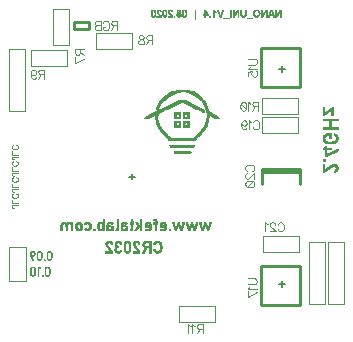
<source format=gbr>
G04 DipTrace 3.2.0.1*
G04 BottomSilk.gbr*
%MOIN*%
G04 #@! TF.FileFunction,Legend,Bot*
G04 #@! TF.Part,Single*
%ADD10C,0.009843*%
%ADD12C,0.003*%
%ADD13C,0.001969*%
%ADD14C,0.002625*%
%ADD15C,0.007874*%
%ADD31C,0.003937*%
%ADD114C,0.003281*%
%ADD115C,0.003088*%
%FSLAX26Y26*%
G04*
G70*
G90*
G75*
G01*
G04 BotSilk*
%LPD*%
X412654Y16190D2*
D10*
X286559D1*
X412654Y23702D2*
X286559D1*
X412654D2*
X412600Y-23634D1*
X286559Y23702D2*
X286613Y-23634D1*
X-340948Y514570D2*
X-289764D1*
Y490942D1*
X-340948D1*
Y514570D1*
X-275984Y542128D2*
X284252Y428148D2*
X414173D1*
Y298230D1*
X284252D1*
Y428148D1*
Y-298230D2*
X414173D1*
Y-428148D1*
X284252D1*
Y-298230D1*
X-145669Y-9843D2*
D15*
Y9843D1*
X-135827Y0D2*
X-155512D1*
X-484449Y420276D2*
D31*
X-364370D1*
Y367520D1*
X-484449D1*
Y420276D1*
X8465Y-432087D2*
X128543D1*
Y-484843D1*
X8465D1*
Y-432087D1*
X364173Y-358268D2*
D15*
X344488D1*
X354331Y-348425D2*
Y-368110D1*
X364173Y358268D2*
X344488D1*
X354331Y348425D2*
Y368110D1*
X-557087Y425984D2*
D31*
X-502756D1*
Y218898D1*
X-557087D1*
Y425984D1*
X443307Y-218504D2*
X497638D1*
Y-425591D1*
X443307D1*
Y-218504D1*
X290748Y-197835D2*
X410827D1*
Y-250591D1*
X290748D1*
Y-197835D1*
X-411417Y559055D2*
X-358661D1*
Y438976D1*
X-411417D1*
Y559055D1*
X-267913Y478150D2*
X-147835D1*
Y425394D1*
X-267913D1*
Y478150D1*
X286024Y260433D2*
X406102D1*
Y207677D1*
X286024D1*
Y260433D1*
X505118Y-217717D2*
X559449D1*
Y-424803D1*
X505118D1*
Y-217717D1*
X287598Y199016D2*
X407677D1*
Y146260D1*
X287598D1*
Y199016D1*
X-555512Y-235039D2*
X-501181D1*
Y-346850D1*
X-555512D1*
Y-235039D1*
X489171Y231434D2*
D12*
X493671D1*
X519171D2*
X523671D1*
X489171Y229934D2*
X493671D1*
X516921D2*
X523671D1*
X489171Y228434D2*
X493671D1*
X514798D2*
X523671D1*
X489171Y226934D2*
X493671D1*
X512715D2*
X523671D1*
X489171Y225434D2*
X493671D1*
X510681D2*
X523671D1*
X489171Y223934D2*
X493671D1*
X508689D2*
X523671D1*
X489171Y222434D2*
X493671D1*
X506670D2*
X523671D1*
X489171Y220934D2*
X493671D1*
X504663D2*
X513113D1*
X517671D2*
X523671D1*
X489171Y219434D2*
X493676D1*
X502676D2*
X511421D1*
X517671D2*
X523671D1*
X489171Y217934D2*
X493734D1*
X500610D2*
X509562D1*
X517671D2*
X523671D1*
X489171Y216434D2*
X493965D1*
X498422D2*
X507671D1*
X517671D2*
X523671D1*
X489171Y214934D2*
X494478D1*
X496097D2*
X505857D1*
X517671D2*
X523671D1*
X489171Y213434D2*
X504027D1*
X517671D2*
X523671D1*
X489171Y211934D2*
X502098D1*
X517671D2*
X523671D1*
X489171Y210434D2*
X500130D1*
X517671D2*
X523671D1*
X489171Y208934D2*
X498125D1*
X517671D2*
X523671D1*
X489171Y207434D2*
X495962D1*
X517671D2*
X523671D1*
X489171Y205934D2*
X493671D1*
X517671D2*
X523671D1*
X489171Y192434D2*
X538671D1*
X489171Y190934D2*
X538671D1*
X489171Y189434D2*
X538671D1*
X489171Y187934D2*
X538671D1*
X508376Y186434D2*
X516465D1*
X509253Y184934D2*
X515588D1*
X509755Y183434D2*
X515086D1*
X509999Y181934D2*
X514842D1*
X510104Y180434D2*
X514737D1*
X510146Y178934D2*
X514695D1*
X510162Y177434D2*
X514679D1*
X510168Y175934D2*
X514673D1*
X510170Y174434D2*
X514672D1*
X510170Y172934D2*
X514671D1*
X510171Y171434D2*
X514671D1*
X510171Y169934D2*
X514671D1*
X510171Y168434D2*
X514671D1*
X510171Y166934D2*
X514671D1*
X510171Y165434D2*
X514671D1*
X489171Y163934D2*
X538671D1*
X489171Y162434D2*
X538671D1*
X489171Y160934D2*
X538671D1*
X489171Y159434D2*
X538671D1*
X489171Y157934D2*
X538671D1*
X505671Y145934D2*
X514671D1*
X501355Y144434D2*
X514671D1*
X525171D2*
X526671D1*
X497797Y142934D2*
X514671D1*
X525176D2*
X529370D1*
X495161Y141434D2*
X514671D1*
X525241D2*
X531694D1*
X493326Y139934D2*
X514671D1*
X525399D2*
X533500D1*
X491947Y138434D2*
X504534D1*
X508376D2*
X514671D1*
X526302D2*
X534826D1*
X490823Y136934D2*
X500966D1*
X509253D2*
X514671D1*
X527629D2*
X535802D1*
X490018Y135434D2*
X498317D1*
X509755D2*
X514671D1*
X529078D2*
X536527D1*
X489556Y133934D2*
X496359D1*
X509999D2*
X514671D1*
X530318D2*
X537101D1*
X489330Y132434D2*
X495510D1*
X510105D2*
X514671D1*
X531281D2*
X537647D1*
X489232Y130934D2*
X494814D1*
X510148D2*
X514671D1*
X531959D2*
X538113D1*
X489193Y129434D2*
X494331D1*
X510171D2*
X514671D1*
X532341D2*
X538401D1*
X489179Y127934D2*
X494070D1*
X532477D2*
X538500D1*
X489173Y126434D2*
X494371D1*
X532363D2*
X538377D1*
X489177Y124934D2*
X494767D1*
X531978D2*
X538039D1*
X489229Y123434D2*
X495267D1*
X531338D2*
X537613D1*
X489426Y121934D2*
X495927D1*
X530516D2*
X537158D1*
X489844Y120434D2*
X497626D1*
X528472D2*
X536602D1*
X490478Y118934D2*
X500150D1*
X525302D2*
X535905D1*
X491355Y117434D2*
X503478D1*
X520996D2*
X535002D1*
X492545Y115934D2*
X533802D1*
X494095Y114434D2*
X532248D1*
X496025Y112934D2*
X530316D1*
X498171Y111434D2*
X528171D1*
X496671Y100934D2*
X501171D1*
X495231Y99434D2*
X501171D1*
X493297Y97934D2*
X501171D1*
X491459Y96434D2*
X517671D1*
X490042Y94934D2*
X517671D1*
X489581Y93434D2*
X517671D1*
X489329Y91934D2*
X517671D1*
X537171D2*
X538671D1*
X496671Y90434D2*
X501171D1*
X533478D2*
X538659D1*
X496671Y88934D2*
X501171D1*
X530042D2*
X538536D1*
X496671Y87434D2*
X501171D1*
X526771D2*
X538237D1*
X496671Y85934D2*
X501171D1*
X523483D2*
X536638D1*
X496671Y84434D2*
X501171D1*
X520085D2*
X534244D1*
X496671Y82934D2*
X501171D1*
X516685D2*
X531337D1*
X496671Y81434D2*
X501176D1*
X513412D2*
X528284D1*
X496671Y79934D2*
X501234D1*
X510214D2*
X525222D1*
X496671Y78434D2*
X501465D1*
X506918D2*
X522137D1*
X496671Y76934D2*
X501978D1*
X503378D2*
X518931D1*
X496671Y75434D2*
X515565D1*
X496671Y73934D2*
X512178D1*
X496671Y72434D2*
X508915D1*
X496671Y70934D2*
X505767D1*
X496671Y69434D2*
X502671D1*
X489171Y58934D2*
X495171D1*
X489171Y57434D2*
X495171D1*
X489171Y55934D2*
X495171D1*
X489171Y54434D2*
X495171D1*
X489171Y52934D2*
X495171D1*
X489171Y42434D2*
X493671D1*
X522171D2*
X529671D1*
X489171Y40934D2*
X493671D1*
X519054D2*
X531857D1*
X489171Y39434D2*
X493671D1*
X516315D2*
X533729D1*
X489171Y37934D2*
X493671D1*
X513937D2*
X535203D1*
X489171Y36434D2*
X493671D1*
X511790D2*
X536244D1*
X489171Y34934D2*
X493671D1*
X509707D2*
X520960D1*
X529608D2*
X536981D1*
X489171Y33434D2*
X493671D1*
X507677D2*
X518530D1*
X530857D2*
X537599D1*
X489171Y31934D2*
X493671D1*
X505687D2*
X516336D1*
X531747D2*
X538095D1*
X489171Y30434D2*
X493682D1*
X503663D2*
X514227D1*
X532248D2*
X538395D1*
X489171Y28934D2*
X493797D1*
X501596D2*
X512185D1*
X532434D2*
X538498D1*
X489171Y27434D2*
X494069D1*
X499341D2*
X510190D1*
X532425D2*
X538376D1*
X489171Y25934D2*
X495238D1*
X496658D2*
X508170D1*
X531706D2*
X538039D1*
X489171Y24434D2*
X506163D1*
X530569D2*
X537607D1*
X489171Y22934D2*
X504182D1*
X529203D2*
X537099D1*
X489171Y21434D2*
X502167D1*
X528033D2*
X536347D1*
X489171Y19934D2*
X500158D1*
X527308D2*
X535233D1*
X489171Y18434D2*
X498136D1*
X526939D2*
X533720D1*
X489171Y16934D2*
X495965D1*
X526769D2*
X531806D1*
X489171Y15434D2*
X493671D1*
X526671D2*
X529671D1*
X-229766Y-214197D2*
D14*
X-220580D1*
X-198270D2*
X-190396D1*
X-168087D2*
X-160213D1*
X-137903D2*
X-128717D1*
X-105094D2*
X-85409D1*
X-67037D2*
X-59163D1*
X-231477Y-215509D2*
X-218712D1*
X-200183D2*
X-188528D1*
X-170000D2*
X-158300D1*
X-139613D2*
X-126848D1*
X-107007D2*
X-85409D1*
X-69354D2*
X-56644D1*
X-232794Y-216822D2*
X-217196D1*
X-201821D2*
X-187012D1*
X-171638D2*
X-156662D1*
X-140931D2*
X-125332D1*
X-108645D2*
X-85409D1*
X-71265D2*
X-54624D1*
X-233785Y-218134D2*
X-216059D1*
X-203106D2*
X-185875D1*
X-172922D2*
X-155377D1*
X-141922D2*
X-124195D1*
X-109935D2*
X-85409D1*
X-72697D2*
X-53103D1*
X-234587Y-219446D2*
X-226829D1*
X-222354D2*
X-215217D1*
X-204114D2*
X-196492D1*
X-191709D2*
X-185033D1*
X-173930D2*
X-166461D1*
X-161838D2*
X-154369D1*
X-142723D2*
X-134965D1*
X-130490D2*
X-123353D1*
X-110845D2*
X-103316D1*
X-90659D2*
X-85409D1*
X-73835D2*
X-65461D1*
X-60738D2*
X-51987D1*
X-235251Y-220759D2*
X-228689D1*
X-220606D2*
X-214628D1*
X-204483D2*
X-198195D1*
X-190396D2*
X-184444D1*
X-174300D2*
X-168322D1*
X-159978D2*
X-153950D1*
X-143388D2*
X-136826D1*
X-128742D2*
X-122765D1*
X-111490D2*
X-105020D1*
X-90659D2*
X-85409D1*
X-74792D2*
X-67491D1*
X-58704D2*
X-51161D1*
X-235713Y-222071D2*
X-230120D1*
X-219218D2*
X-214270D1*
X-204683D2*
X-199384D1*
X-189084D2*
X-184086D1*
X-174500D2*
X-169752D1*
X-158547D2*
X-153581D1*
X-143849D2*
X-138256D1*
X-127354D2*
X-122407D1*
X-112031D2*
X-106213D1*
X-90659D2*
X-85409D1*
X-75491D2*
X-69042D1*
X-57125D2*
X-50579D1*
X-235967Y-223383D2*
X-230682D1*
X-217955D2*
X-214018D1*
X-204769D2*
X-200263D1*
X-187772D2*
X-183835D1*
X-174590D2*
X-170250D1*
X-158050D2*
X-153176D1*
X-144104D2*
X-138819D1*
X-126092D2*
X-122155D1*
X-112460D2*
X-107108D1*
X-90659D2*
X-85409D1*
X-75921D2*
X-70129D1*
X-55965D2*
X-50202D1*
X-235710Y-224696D2*
X-230689D1*
X-204759D2*
X-200492D1*
X-174627D2*
X-170516D1*
X-157783D2*
X-152803D1*
X-143847D2*
X-138826D1*
X-112681D2*
X-107372D1*
X-90659D2*
X-85409D1*
X-76223D2*
X-70974D1*
X-55115D2*
X-49873D1*
X-235372Y-226008D2*
X-230426D1*
X-204601D2*
X-200148D1*
X-174641D2*
X-170635D1*
X-157664D2*
X-152560D1*
X-143509D2*
X-138563D1*
X-112650D2*
X-107471D1*
X-90659D2*
X-85409D1*
X-54528D2*
X-49488D1*
X-234992Y-227320D2*
X-229960D1*
X-204235D2*
X-199582D1*
X-174646D2*
X-170683D1*
X-157616D2*
X-152434D1*
X-143129D2*
X-138096D1*
X-112391D2*
X-107142D1*
X-90659D2*
X-85409D1*
X-54193D2*
X-49124D1*
X-234514Y-228633D2*
X-229382D1*
X-203632D2*
X-198107D1*
X-174647D2*
X-170702D1*
X-157598D2*
X-152376D1*
X-142650D2*
X-137519D1*
X-112028D2*
X-106263D1*
X-90659D2*
X-85409D1*
X-54030D2*
X-48884D1*
X-233912Y-229945D2*
X-228711D1*
X-202672D2*
X-196344D1*
X-174648D2*
X-170708D1*
X-157591D2*
X-152353D1*
X-142048D2*
X-136848D1*
X-111590D2*
X-102806D1*
X-90659D2*
X-85409D1*
X-53958D2*
X-48758D1*
X-233174Y-231257D2*
X-227901D1*
X-201256D2*
X-194619D1*
X-174648D2*
X-170710D1*
X-157589D2*
X-152344D1*
X-141311D2*
X-136038D1*
X-110934D2*
X-96876D1*
X-90659D2*
X-85409D1*
X-53930D2*
X-48702D1*
X-232342Y-232570D2*
X-226934D1*
X-199583D2*
X-193764D1*
X-174648D2*
X-170711D1*
X-157588D2*
X-152340D1*
X-140479D2*
X-135071D1*
X-109969D2*
X-85409D1*
X-53919D2*
X-48678D1*
X-231499Y-233882D2*
X-225939D1*
X-201136D2*
X-193492D1*
X-174648D2*
X-170711D1*
X-157588D2*
X-152339D1*
X-139636D2*
X-134076D1*
X-108738D2*
X-85409D1*
X-53915D2*
X-48669D1*
X-230597Y-235194D2*
X-225007D1*
X-202467D2*
X-195297D1*
X-174648D2*
X-170711D1*
X-157588D2*
X-152339D1*
X-138734D2*
X-133144D1*
X-107459D2*
X-85409D1*
X-53914D2*
X-48666D1*
X-229587Y-236507D2*
X-224058D1*
X-203516D2*
X-197220D1*
X-174648D2*
X-170711D1*
X-157588D2*
X-152339D1*
X-137724D2*
X-132195D1*
X-106336D2*
X-85409D1*
X-53914D2*
X-48670D1*
X-228574Y-237819D2*
X-222990D1*
X-204362D2*
X-198810D1*
X-174648D2*
X-170711D1*
X-157588D2*
X-152339D1*
X-136711D2*
X-131127D1*
X-106065D2*
X-99637D1*
X-90659D2*
X-85409D1*
X-53919D2*
X-48715D1*
X-227636Y-239131D2*
X-221849D1*
X-205055D2*
X-200048D1*
X-174648D2*
X-170711D1*
X-157588D2*
X-152344D1*
X-135772D2*
X-129986D1*
X-106427D2*
X-100578D1*
X-90659D2*
X-85409D1*
X-53965D2*
X-48883D1*
X-226689Y-240444D2*
X-220761D1*
X-205574D2*
X-200487D1*
X-174648D2*
X-170711D1*
X-157588D2*
X-152390D1*
X-134826D2*
X-128898D1*
X-107031D2*
X-101378D1*
X-90659D2*
X-85409D1*
X-54137D2*
X-49197D1*
X-225661Y-241756D2*
X-219787D1*
X-205876D2*
X-200717D1*
X-174648D2*
X-170706D1*
X-157593D2*
X-152557D1*
X-133798D2*
X-127923D1*
X-107800D2*
X-102100D1*
X-90659D2*
X-85409D1*
X-54503D2*
X-49538D1*
X-224641Y-243068D2*
X-218825D1*
X-205983D2*
X-200766D1*
X-174648D2*
X-170650D1*
X-157649D2*
X-152871D1*
X-132778D2*
X-126961D1*
X-108573D2*
X-102782D1*
X-90659D2*
X-85409D1*
X-76223D2*
X-70974D1*
X-55063D2*
X-49813D1*
X-223700Y-244381D2*
X-217791D1*
X-205878D2*
X-200681D1*
X-187772D2*
X-182522D1*
X-174643D2*
X-170511D1*
X-157788D2*
X-153213D1*
X-131837D2*
X-125927D1*
X-109299D2*
X-103449D1*
X-90659D2*
X-85409D1*
X-75970D2*
X-70197D1*
X-55891D2*
X-50108D1*
X-222748Y-245693D2*
X-216774D1*
X-205544D2*
X-199965D1*
X-188635D2*
X-183026D1*
X-174592D2*
X-169786D1*
X-158513D2*
X-153493D1*
X-130884D2*
X-124910D1*
X-109992D2*
X-104108D1*
X-90659D2*
X-85409D1*
X-75472D2*
X-69163D1*
X-56988D2*
X-50529D1*
X-221674Y-247005D2*
X-215883D1*
X-205041D2*
X-197722D1*
X-190917D2*
X-183636D1*
X-174373D2*
X-167540D1*
X-160759D2*
X-153833D1*
X-129811D2*
X-124019D1*
X-110662D2*
X-104766D1*
X-90659D2*
X-85409D1*
X-74761D2*
X-66702D1*
X-59475D2*
X-51107D1*
X-220494Y-248318D2*
X-215149D1*
X-204399D2*
X-194389D1*
X-194268D2*
X-184423D1*
X-173835D2*
X-164206D1*
X-164093D2*
X-154427D1*
X-128630D2*
X-123285D1*
X-111325D2*
X-105422D1*
X-90659D2*
X-85409D1*
X-73925D2*
X-63241D1*
X-62949D2*
X-51888D1*
X-236328Y-249630D2*
X-214607D1*
X-203505D2*
X-185471D1*
X-172916D2*
X-155369D1*
X-144465D2*
X-122743D1*
X-111987D2*
X-106075D1*
X-90659D2*
X-85409D1*
X-72823D2*
X-52982D1*
X-236328Y-250942D2*
X-214288D1*
X-202164D2*
X-186830D1*
X-171616D2*
X-156679D1*
X-144465D2*
X-122424D1*
X-112679D2*
X-106696D1*
X-90659D2*
X-85409D1*
X-71249D2*
X-54542D1*
X-236328Y-252255D2*
X-214122D1*
X-200333D2*
X-188519D1*
X-169950D2*
X-158347D1*
X-144465D2*
X-122259D1*
X-113445D2*
X-107243D1*
X-90659D2*
X-85409D1*
X-69240D2*
X-56680D1*
X-236328Y-253567D2*
X-214018D1*
X-198270D2*
X-190396D1*
X-168087D2*
X-160213D1*
X-144465D2*
X-122155D1*
X-114281D2*
X-107719D1*
X-90659D2*
X-85409D1*
X-67037D2*
X-59163D1*
X-245383Y-140050D2*
X-241446D1*
X-198139D2*
X-194202D1*
X-119399D2*
X-115462D1*
X-76092D2*
X-69530D1*
X-245383Y-141362D2*
X-241446D1*
X-198139D2*
X-194202D1*
X-119399D2*
X-115462D1*
X-76092D2*
X-68426D1*
X-245383Y-142675D2*
X-241446D1*
X-198139D2*
X-194202D1*
X-150895D2*
X-145646D1*
X-119399D2*
X-115462D1*
X-76092D2*
X-67490D1*
X-245383Y-143987D2*
X-241446D1*
X-198139D2*
X-194202D1*
X-150895D2*
X-145646D1*
X-119399D2*
X-115462D1*
X-76092D2*
X-66736D1*
X-245383Y-145299D2*
X-241446D1*
X-198139D2*
X-194202D1*
X-150895D2*
X-145646D1*
X-119399D2*
X-115462D1*
X-70843D2*
X-66186D1*
X-245383Y-146612D2*
X-241446D1*
X-198139D2*
X-194202D1*
X-150895D2*
X-145635D1*
X-119399D2*
X-115462D1*
X-70843D2*
X-65855D1*
X-245383Y-147924D2*
X-241446D1*
X-198139D2*
X-194202D1*
X-150895D2*
X-145543D1*
X-119399D2*
X-115462D1*
X-70843D2*
X-65604D1*
X-245383Y-149236D2*
X-241446D1*
X-198139D2*
X-194202D1*
X-150895D2*
X-145328D1*
X-119399D2*
X-115462D1*
X-70843D2*
X-65200D1*
X-245388Y-150549D2*
X-241446D1*
X-198139D2*
X-194202D1*
X-150895D2*
X-144610D1*
X-119399D2*
X-115462D1*
X-70843D2*
X-64544D1*
X-379241Y-151861D2*
X-373992D1*
X-362181D2*
X-355619D1*
X-350370D2*
X-346433D1*
X-329373D2*
X-321499D1*
X-301814D2*
X-292627D1*
X-257194D2*
X-250633D1*
X-245438D2*
X-241446D1*
X-224386D2*
X-216512D1*
X-198139D2*
X-194202D1*
X-177142D2*
X-169268D1*
X-154832D2*
X-143925D1*
X-137772D2*
X-132522D1*
X-119399D2*
X-115462D1*
X-98402D2*
X-90528D1*
X-76092D2*
X-63871D1*
X-48533D2*
X-40659D1*
X-13100D2*
X-7850D1*
X5273D2*
X7898D1*
X21021D2*
X26270D1*
X31520D2*
X36769D1*
X49892D2*
X52517D1*
X65640D2*
X70890D1*
X76139D2*
X81388D1*
X94512D2*
X97136D1*
X110260D2*
X115509D1*
X-381104Y-153173D2*
X-372020D1*
X-363896D2*
X-354066D1*
X-350611D2*
X-346433D1*
X-331286D2*
X-319340D1*
X-303737D2*
X-290468D1*
X-258904D2*
X-249079D1*
X-245641D2*
X-241446D1*
X-226702D2*
X-214370D1*
X-198139D2*
X-194202D1*
X-179458D2*
X-167126D1*
X-154832D2*
X-143409D1*
X-136459D2*
X-131210D1*
X-119399D2*
X-115462D1*
X-100112D2*
X-88615D1*
X-76092D2*
X-63358D1*
X-50243D2*
X-38746D1*
X-12646D2*
X-7800D1*
X4617D2*
X8553D1*
X20971D2*
X25822D1*
X31973D2*
X36819D1*
X49237D2*
X53173D1*
X65590D2*
X70441D1*
X76593D2*
X81438D1*
X93856D2*
X97792D1*
X110210D2*
X115061D1*
X-382579Y-154486D2*
X-370126D1*
X-365250D2*
X-352293D1*
X-351072D2*
X-346433D1*
X-332924D2*
X-317632D1*
X-305455D2*
X-288760D1*
X-260217D2*
X-247306D1*
X-246090D2*
X-241446D1*
X-228396D2*
X-212666D1*
X-198139D2*
X-194202D1*
X-181152D2*
X-165422D1*
X-154832D2*
X-143471D1*
X-135152D2*
X-129903D1*
X-119399D2*
X-115462D1*
X-101430D2*
X-86971D1*
X-76092D2*
X-63419D1*
X-51561D2*
X-37103D1*
X-12209D2*
X-7632D1*
X4072D2*
X9099D1*
X20803D2*
X25426D1*
X32410D2*
X36987D1*
X48692D2*
X53718D1*
X65422D2*
X70045D1*
X77030D2*
X81607D1*
X93311D2*
X98337D1*
X110042D2*
X114665D1*
X-383596Y-155798D2*
X-368164D1*
X-366369D2*
X-346433D1*
X-334213D2*
X-316392D1*
X-307063D2*
X-287520D1*
X-261167D2*
X-241446D1*
X-229578D2*
X-211262D1*
X-198139D2*
X-194202D1*
X-182334D2*
X-164018D1*
X-154832D2*
X-144117D1*
X-133886D2*
X-128637D1*
X-119399D2*
X-115462D1*
X-102420D2*
X-85641D1*
X-76092D2*
X-64065D1*
X-52552D2*
X-35772D1*
X-11793D2*
X-7318D1*
X3562D2*
X9609D1*
X20488D2*
X25131D1*
X32826D2*
X37302D1*
X48181D2*
X54228D1*
X65108D2*
X69751D1*
X77446D2*
X81921D1*
X92801D2*
X98848D1*
X109727D2*
X114370D1*
X-384290Y-157110D2*
X-376304D1*
X-371423D2*
X-359243D1*
X-354773D2*
X-346433D1*
X-335124D2*
X-327595D1*
X-323124D2*
X-315462D1*
X-305751D2*
X-300501D1*
X-294253D2*
X-286590D1*
X-261847D2*
X-255827D1*
X-248216D2*
X-241446D1*
X-230464D2*
X-225441D1*
X-216512D2*
X-213887D1*
X-198139D2*
X-194202D1*
X-183220D2*
X-178196D1*
X-169268D2*
X-166643D1*
X-150895D2*
X-144776D1*
X-132741D2*
X-127491D1*
X-119399D2*
X-115462D1*
X-103222D2*
X-98194D1*
X-90578D2*
X-84609D1*
X-70843D2*
X-64724D1*
X-53353D2*
X-48325D1*
X-40709D2*
X-34741D1*
X-11350D2*
X-6976D1*
X3094D2*
X10076D1*
X20147D2*
X24835D1*
X33269D2*
X37643D1*
X47714D2*
X54696D1*
X64766D2*
X69455D1*
X77888D2*
X82263D1*
X92333D2*
X99315D1*
X109385D2*
X114074D1*
X-384853Y-158423D2*
X-378164D1*
X-370330D2*
X-361104D1*
X-353070D2*
X-346433D1*
X-335768D2*
X-329298D1*
X-321264D2*
X-314734D1*
X-292392D2*
X-285863D1*
X-262370D2*
X-256920D1*
X-247280D2*
X-241446D1*
X-231168D2*
X-226213D1*
X-198139D2*
X-194202D1*
X-183924D2*
X-178969D1*
X-150895D2*
X-145225D1*
X-131743D2*
X-126493D1*
X-119399D2*
X-115462D1*
X-103892D2*
X-99130D1*
X-89434D2*
X-83818D1*
X-70843D2*
X-65172D1*
X-54023D2*
X-49262D1*
X-39566D2*
X-33949D1*
X-10951D2*
X-6701D1*
X2664D2*
X10512D1*
X19872D2*
X24458D1*
X33669D2*
X37918D1*
X47283D2*
X55131D1*
X64491D2*
X69077D1*
X78288D2*
X82538D1*
X91903D2*
X99751D1*
X109110D2*
X113697D1*
X-385295Y-159735D2*
X-379595D1*
X-369550D2*
X-362534D1*
X-351876D2*
X-346433D1*
X-336310D2*
X-330491D1*
X-319833D2*
X-314203D1*
X-290962D2*
X-285331D1*
X-262856D2*
X-257699D1*
X-246526D2*
X-241446D1*
X-231689D2*
X-226682D1*
X-198139D2*
X-194202D1*
X-184445D2*
X-179438D1*
X-150895D2*
X-145463D1*
X-130770D2*
X-125512D1*
X-119404D2*
X-115462D1*
X-104399D2*
X-99897D1*
X-88448D2*
X-83254D1*
X-70843D2*
X-65411D1*
X-54531D2*
X-50028D1*
X-38579D2*
X-33385D1*
X-10652D2*
X-6412D1*
X2210D2*
X11007D1*
X19583D2*
X24052D1*
X33967D2*
X38207D1*
X46829D2*
X55626D1*
X64202D2*
X68671D1*
X78587D2*
X82827D1*
X91449D2*
X100246D1*
X108821D2*
X113290D1*
X-385565Y-161047D2*
X-380092D1*
X-369107D2*
X-363032D1*
X-350982D2*
X-346433D1*
X-336743D2*
X-331386D1*
X-319336D2*
X-313891D1*
X-290464D2*
X-285019D1*
X-263266D2*
X-258142D1*
X-245976D2*
X-241446D1*
X-231997D2*
X-227010D1*
X-198139D2*
X-194202D1*
X-184752D2*
X-179766D1*
X-150895D2*
X-145573D1*
X-129707D2*
X-124379D1*
X-119454D2*
X-115462D1*
X-104702D2*
X-100511D1*
X-87526D2*
X-82928D1*
X-70843D2*
X-65521D1*
X-54834D2*
X-50642D1*
X-37657D2*
X-33059D1*
X-10354D2*
X-6042D1*
X1767D2*
X11571D1*
X19213D2*
X23646D1*
X34265D2*
X38577D1*
X46386D2*
X56190D1*
X63832D2*
X68266D1*
X78885D2*
X83197D1*
X91006D2*
X100810D1*
X108451D2*
X112885D1*
X-385702Y-162360D2*
X-380359D1*
X-368893D2*
X-363298D1*
X-350667D2*
X-346433D1*
X-337011D2*
X-331700D1*
X-319069D2*
X-313736D1*
X-290198D2*
X-284865D1*
X-263525D2*
X-258356D1*
X-245655D2*
X-241446D1*
X-232149D2*
X-220566D1*
X-198139D2*
X-194202D1*
X-184905D2*
X-173321D1*
X-150895D2*
X-145618D1*
X-128585D2*
X-122986D1*
X-119657D2*
X-115462D1*
X-104854D2*
X-101026D1*
X-86591D2*
X-82768D1*
X-70843D2*
X-65566D1*
X-54985D2*
X-51157D1*
X-36722D2*
X-32899D1*
X-9976D2*
X-5677D1*
X1341D2*
X5070D1*
X8100D2*
X12144D1*
X18848D2*
X23202D1*
X34644D2*
X38942D1*
X45960D2*
X49690D1*
X52720D2*
X56763D1*
X63467D2*
X67821D1*
X79263D2*
X83561D1*
X90580D2*
X94309D1*
X97339D2*
X101383D1*
X108087D2*
X112441D1*
X-385764Y-163672D2*
X-380478D1*
X-368801D2*
X-363418D1*
X-350497D2*
X-346433D1*
X-337147D2*
X-331871D1*
X-318950D2*
X-313668D1*
X-290079D2*
X-284797D1*
X-263657D2*
X-258449D1*
X-245497D2*
X-241446D1*
X-232217D2*
X-215885D1*
X-198139D2*
X-194202D1*
X-184973D2*
X-168641D1*
X-150895D2*
X-145636D1*
X-129444D2*
X-121283D1*
X-120106D2*
X-115462D1*
X-104920D2*
X-82698D1*
X-70843D2*
X-65583D1*
X-55052D2*
X-32829D1*
X-9569D2*
X-5394D1*
X850D2*
X4740D1*
X8431D2*
X12658D1*
X18564D2*
X22762D1*
X35051D2*
X39226D1*
X45469D2*
X49359D1*
X53050D2*
X57277D1*
X63184D2*
X67382D1*
X79670D2*
X83845D1*
X90088D2*
X93979D1*
X97670D2*
X101896D1*
X107803D2*
X112001D1*
X-385788Y-164984D2*
X-380526D1*
X-368764D2*
X-363466D1*
X-350420D2*
X-346433D1*
X-337202D2*
X-331948D1*
X-318902D2*
X-313641D1*
X-290030D2*
X-284769D1*
X-263717D2*
X-258485D1*
X-245427D2*
X-241446D1*
X-232244D2*
X-212472D1*
X-198139D2*
X-194202D1*
X-185000D2*
X-165228D1*
X-150895D2*
X-145642D1*
X-130319D2*
X-115462D1*
X-104947D2*
X-82670D1*
X-70843D2*
X-65590D1*
X-55079D2*
X-32801D1*
X-9163D2*
X-5101D1*
X287D2*
X4354D1*
X8817D2*
X13113D1*
X18272D2*
X22343D1*
X35456D2*
X39518D1*
X44906D2*
X48973D1*
X53436D2*
X57732D1*
X62891D2*
X66962D1*
X80075D2*
X84137D1*
X89526D2*
X93593D1*
X98056D2*
X102352D1*
X107511D2*
X111582D1*
X-385798Y-166297D2*
X-380544D1*
X-368750D2*
X-363484D1*
X-350388D2*
X-346433D1*
X-337181D2*
X-331974D1*
X-318884D2*
X-313630D1*
X-290012D2*
X-284759D1*
X-263736D2*
X-258499D1*
X-245405D2*
X-241446D1*
X-232254D2*
X-211005D1*
X-198139D2*
X-194202D1*
X-185010D2*
X-163761D1*
X-150895D2*
X-145645D1*
X-131211D2*
X-115462D1*
X-104958D2*
X-82659D1*
X-70843D2*
X-65592D1*
X-55089D2*
X-32791D1*
X-8719D2*
X-4725D1*
X-286D2*
X3957D1*
X9219D2*
X13578D1*
X17896D2*
X21893D1*
X35900D2*
X39894D1*
X44334D2*
X48576D1*
X53838D2*
X58198D1*
X62515D2*
X66512D1*
X80520D2*
X84514D1*
X88953D2*
X93196D1*
X98458D2*
X102817D1*
X107135D2*
X111132D1*
X-385801Y-167609D2*
X-380550D1*
X-368745D2*
X-363490D1*
X-350377D2*
X-346433D1*
X-337023D2*
X-331940D1*
X-318882D2*
X-313632D1*
X-290011D2*
X-284760D1*
X-263700D2*
X-258499D1*
X-245440D2*
X-241446D1*
X-232258D2*
X-227010D1*
X-215457D2*
X-210450D1*
X-198139D2*
X-194202D1*
X-185014D2*
X-179766D1*
X-168213D2*
X-163206D1*
X-150895D2*
X-145645D1*
X-132034D2*
X-127526D1*
X-123341D2*
X-115462D1*
X-104963D2*
X-82661D1*
X-70843D2*
X-65593D1*
X-55094D2*
X-32792D1*
X-8280D2*
X-4315D1*
X-803D2*
X3515D1*
X9701D2*
X14030D1*
X17486D2*
X21451D1*
X36340D2*
X40304D1*
X43816D2*
X48135D1*
X54321D2*
X58649D1*
X62105D2*
X66071D1*
X80959D2*
X84924D1*
X88436D2*
X92754D1*
X98940D2*
X103268D1*
X106725D2*
X110690D1*
X-385803Y-168921D2*
X-380553D1*
X-368744D2*
X-363492D1*
X-350372D2*
X-346433D1*
X-336712D2*
X-331766D1*
X-318937D2*
X-313677D1*
X-290065D2*
X-284805D1*
X-263536D2*
X-258449D1*
X-245609D2*
X-241446D1*
X-232259D2*
X-227010D1*
X-214695D2*
X-210158D1*
X-198144D2*
X-194202D1*
X-185015D2*
X-179766D1*
X-167451D2*
X-162914D1*
X-150895D2*
X-145646D1*
X-132785D2*
X-128024D1*
X-122080D2*
X-115462D1*
X-86393D2*
X-82705D1*
X-70843D2*
X-65593D1*
X-36524D2*
X-32837D1*
X-7860D2*
X-3874D1*
X-1295D2*
X3077D1*
X10261D2*
X14489D1*
X17044D2*
X21031D1*
X36759D2*
X40746D1*
X43324D2*
X47696D1*
X54880D2*
X59108D1*
X61664D2*
X65650D1*
X81379D2*
X85365D1*
X87944D2*
X92316D1*
X99500D2*
X103727D1*
X106283D2*
X110270D1*
X-385803Y-170234D2*
X-380553D1*
X-368743D2*
X-363493D1*
X-350371D2*
X-346433D1*
X-336372D2*
X-331336D1*
X-319074D2*
X-313849D1*
X-290203D2*
X-284977D1*
X-263217D2*
X-258327D1*
X-245999D2*
X-241446D1*
X-232260D2*
X-227010D1*
X-214271D2*
X-210030D1*
X-198206D2*
X-194202D1*
X-185016D2*
X-179766D1*
X-167027D2*
X-162786D1*
X-150895D2*
X-145651D1*
X-133525D2*
X-128725D1*
X-120986D2*
X-115462D1*
X-87452D2*
X-82877D1*
X-70843D2*
X-65593D1*
X-37583D2*
X-33009D1*
X-7410D2*
X-3293D1*
X-1897D2*
X2653D1*
X10832D2*
X15076D1*
X16464D2*
X20581D1*
X37210D2*
X41326D1*
X42722D2*
X47272D1*
X55452D2*
X59695D1*
X61083D2*
X65200D1*
X81829D2*
X85946D1*
X87342D2*
X91891D1*
X100071D2*
X104315D1*
X105703D2*
X109819D1*
X-385803Y-171546D2*
X-380554D1*
X-368743D2*
X-363493D1*
X-350370D2*
X-346433D1*
X-336092D2*
X-330674D1*
X-319799D2*
X-314209D1*
X-290928D2*
X-285343D1*
X-262835D2*
X-257720D1*
X-246568D2*
X-241446D1*
X-232260D2*
X-227010D1*
X-214026D2*
X-209984D1*
X-198360D2*
X-194202D1*
X-185016D2*
X-179766D1*
X-166781D2*
X-162740D1*
X-150895D2*
X-145697D1*
X-134324D2*
X-129464D1*
X-120207D2*
X-115462D1*
X-88574D2*
X-83243D1*
X-70843D2*
X-65593D1*
X-38705D2*
X-33374D1*
X-6968D2*
X2162D1*
X11345D2*
X20139D1*
X37651D2*
X46781D1*
X55965D2*
X64758D1*
X82270D2*
X91400D1*
X100584D2*
X109378D1*
X-385803Y-172858D2*
X-380554D1*
X-368743D2*
X-363493D1*
X-350370D2*
X-346433D1*
X-335752D2*
X-328584D1*
X-322046D2*
X-314723D1*
X-304438D2*
X-301814D1*
X-293174D2*
X-285897D1*
X-262434D2*
X-255615D1*
X-248077D2*
X-241446D1*
X-232260D2*
X-227010D1*
X-215923D2*
X-210017D1*
X-199289D2*
X-194207D1*
X-185016D2*
X-179766D1*
X-168679D2*
X-162773D1*
X-150895D2*
X-145869D1*
X-135181D2*
X-130180D1*
X-119764D2*
X-115462D1*
X-91196D2*
X-83798D1*
X-70843D2*
X-65593D1*
X-51157D2*
D3*
X-41327D2*
X-33929D1*
X-6548D2*
X1599D1*
X11800D2*
X19719D1*
X38071D2*
X46218D1*
X56420D2*
X64338D1*
X82691D2*
X90838D1*
X101039D2*
X108958D1*
X-385803Y-174171D2*
X-380554D1*
X-368743D2*
X-363493D1*
X-350370D2*
X-346433D1*
X-335158D2*
X-325382D1*
X-325379D2*
X-315368D1*
X-305751D2*
X-297344D1*
X-296508D2*
X-286664D1*
X-276879D2*
X-271630D1*
X-261942D2*
X-252229D1*
X-251661D2*
X-241446D1*
X-232260D2*
X-227010D1*
X-220970D2*
X-210234D1*
X-200597D2*
X-194258D1*
X-185016D2*
X-179766D1*
X-173726D2*
X-162989D1*
X-150895D2*
X-146235D1*
X-136028D2*
X-130907D1*
X-119549D2*
X-115462D1*
X-103651D2*
X-98402D1*
X-95064D2*
X-84565D1*
X-70843D2*
X-65593D1*
X-53167D2*
X-48533D1*
X-45195D2*
X-34696D1*
X-24911D2*
X-19661D1*
X-6098D2*
X1027D1*
X12266D2*
X19273D1*
X38522D2*
X45646D1*
X56885D2*
X63893D1*
X83141D2*
X90265D1*
X101505D2*
X108512D1*
X-385803Y-175483D2*
X-380554D1*
X-368743D2*
X-363493D1*
X-350370D2*
X-346433D1*
X-334216D2*
X-316263D1*
X-307063D2*
X-287705D1*
X-276879D2*
X-271630D1*
X-261281D2*
X-241446D1*
X-232260D2*
X-210655D1*
X-201843D2*
X-194477D1*
X-185016D2*
X-163411D1*
X-154832D2*
X-146790D1*
X-136889D2*
X-131698D1*
X-119457D2*
X-115462D1*
X-104963D2*
X-85606D1*
X-70843D2*
X-65593D1*
X-55094D2*
X-35737D1*
X-24911D2*
X-19661D1*
X-5652D2*
X509D1*
X12717D2*
X18878D1*
X38967D2*
X45128D1*
X57337D2*
X63497D1*
X83587D2*
X89748D1*
X101956D2*
X108117D1*
X-385803Y-176795D2*
X-380554D1*
X-368743D2*
X-363493D1*
X-350370D2*
X-346433D1*
X-332907D2*
X-317605D1*
X-305268D2*
X-289062D1*
X-276879D2*
X-271630D1*
X-260297D2*
X-241446D1*
X-232260D2*
X-211844D1*
X-202802D2*
X-195005D1*
X-185016D2*
X-164600D1*
X-154832D2*
X-147548D1*
X-137742D2*
X-132517D1*
X-119420D2*
X-115462D1*
X-102949D2*
X-86962D1*
X-70843D2*
X-65593D1*
X-53080D2*
X-37093D1*
X-24911D2*
X-19661D1*
X-5195D2*
X17D1*
X13176D2*
X18624D1*
X39424D2*
X44637D1*
X57796D2*
X63243D1*
X84044D2*
X89256D1*
X102415D2*
X107863D1*
X-385803Y-178108D2*
X-380554D1*
X-368743D2*
X-363493D1*
X-350370D2*
X-346433D1*
X-331238D2*
X-319436D1*
X-303035D2*
X-290751D1*
X-276879D2*
X-271630D1*
X-258872D2*
X-248008D1*
X-245383D2*
X-241446D1*
X-232260D2*
X-213410D1*
X-203137D2*
X-195844D1*
X-185016D2*
X-166166D1*
X-154832D2*
X-148515D1*
X-138467D2*
X-133226D1*
X-119406D2*
X-115462D1*
X-100730D2*
X-88651D1*
X-70843D2*
X-65593D1*
X-50861D2*
X-38782D1*
X-24911D2*
X-19661D1*
X-4609D2*
X-585D1*
X13764D2*
X18486D1*
X40011D2*
X44035D1*
X58383D2*
X63105D1*
X84630D2*
X88654D1*
X103003D2*
X107725D1*
X-385803Y-179420D2*
X-380554D1*
X-368743D2*
X-363493D1*
X-350370D2*
X-346433D1*
X-329373D2*
X-321499D1*
X-300501D2*
X-292627D1*
X-276879D2*
X-271630D1*
X-257194D2*
X-250633D1*
X-245383D2*
X-241446D1*
X-232260D2*
X-227010D1*
X-223073D2*
X-215199D1*
X-203388D2*
X-196827D1*
X-185016D2*
X-179766D1*
X-175829D2*
X-167955D1*
X-154832D2*
X-149583D1*
X-139084D2*
X-133835D1*
X-119399D2*
X-115462D1*
X-98402D2*
X-90528D1*
X-70843D2*
X-65593D1*
X-48533D2*
X-40659D1*
X-24911D2*
X-19661D1*
X-3913D2*
X-1289D1*
X14459D2*
X18396D1*
X40706D2*
X43331D1*
X59079D2*
X63016D1*
X85325D2*
X87950D1*
X103698D2*
X107635D1*
X-79364Y556764D2*
D13*
X-74442D1*
X-60663D2*
X-55741D1*
X-41962D2*
X-37041D1*
X-23261D2*
X-18340D1*
X5282D2*
X10203D1*
X23983D2*
X28904D1*
X61385D2*
X63353D1*
X92881D2*
X94849D1*
X123392D2*
X125361D1*
X136188D2*
X139140D1*
X154888D2*
X156857D1*
X179495D2*
X182448D1*
X188353D2*
X191306D1*
X204101D2*
X207054D1*
X212959D2*
X215912D1*
X229692D2*
X231660D1*
X263156D2*
X270046D1*
X282841D2*
X285794D1*
X298589D2*
X301542D1*
X314337D2*
X317290D1*
X330085D2*
X333038D1*
X345833D2*
X348786D1*
X-80462Y555780D2*
X-73160D1*
X-62060D2*
X-54307D1*
X-43060D2*
X-35758D1*
X-24658D2*
X-16905D1*
X4000D2*
X11601D1*
X22885D2*
X30187D1*
X61385D2*
X63353D1*
X92881D2*
X95796D1*
X123392D2*
X125507D1*
X136562D2*
X139293D1*
X154397D2*
X156701D1*
X179495D2*
X182448D1*
X188353D2*
X191306D1*
X203457D2*
X207054D1*
X212959D2*
X215912D1*
X229692D2*
X231660D1*
X261419D2*
X271817D1*
X282841D2*
X285794D1*
X297945D2*
X301542D1*
X314181D2*
X317896D1*
X330085D2*
X333038D1*
X345189D2*
X348786D1*
X-81397Y554795D2*
X-72171D1*
X-63166D2*
X-53078D1*
X-43996D2*
X-34770D1*
X-25765D2*
X-15677D1*
X3015D2*
X12703D1*
X21949D2*
X31175D1*
X61385D2*
X63353D1*
X92881D2*
X96654D1*
X123392D2*
X126023D1*
X136981D2*
X139540D1*
X153988D2*
X156422D1*
X179495D2*
X182448D1*
X188353D2*
X191306D1*
X202800D2*
X207054D1*
X212959D2*
X215912D1*
X229692D2*
X231660D1*
X259985D2*
X273342D1*
X282841D2*
X285794D1*
X297289D2*
X301542D1*
X313903D2*
X318427D1*
X330085D2*
X333038D1*
X344533D2*
X348786D1*
X-82178Y553811D2*
X-79322D1*
X-74484D2*
X-71428D1*
X-63928D2*
X-60621D1*
X-56087D2*
X-52115D1*
X-44776D2*
X-41921D1*
X-37082D2*
X-34027D1*
X-26527D2*
X-23220D1*
X-18686D2*
X-14713D1*
X2306D2*
X5323D1*
X10162D2*
X13555D1*
X21168D2*
X24024D1*
X28863D2*
X31918D1*
X61385D2*
X63353D1*
X92881D2*
X97398D1*
X123392D2*
X127258D1*
X137407D2*
X139830D1*
X153605D2*
X156042D1*
X179495D2*
X182448D1*
X188353D2*
X191306D1*
X202128D2*
X207054D1*
X212959D2*
X215912D1*
X229692D2*
X231660D1*
X258911D2*
X263353D1*
X269852D2*
X274527D1*
X282841D2*
X285794D1*
X296616D2*
X301542D1*
X313522D2*
X318860D1*
X330085D2*
X333038D1*
X343860D2*
X348786D1*
X-82764Y552827D2*
X-80142D1*
X-73660D2*
X-70827D1*
X-64446D2*
X-61441D1*
X-54776D2*
X-51358D1*
X-45363D2*
X-42740D1*
X-36259D2*
X-33425D1*
X-27044D2*
X-24039D1*
X-17375D2*
X-13956D1*
X1831D2*
X4508D1*
X10978D2*
X13857D1*
X20582D2*
X23205D1*
X29686D2*
X32519D1*
X61385D2*
X63353D1*
X92881D2*
X98096D1*
X123392D2*
X128677D1*
X137790D2*
X140131D1*
X153255D2*
X155630D1*
X179495D2*
X182448D1*
X188353D2*
X191306D1*
X201480D2*
X207054D1*
X212959D2*
X215912D1*
X229692D2*
X231660D1*
X258057D2*
X261828D1*
X271409D2*
X275401D1*
X282841D2*
X285794D1*
X295968D2*
X301542D1*
X313110D2*
X315169D1*
X317442D2*
X319225D1*
X330085D2*
X333038D1*
X343212D2*
X348786D1*
X-83204Y551843D2*
X-80726D1*
X-73041D2*
X-70325D1*
X-64833D2*
X-62026D1*
X-53735D2*
X-51055D1*
X-45803D2*
X-43325D1*
X-35639D2*
X-32923D1*
X-27431D2*
X-24624D1*
X-16334D2*
X-13654D1*
X1568D2*
X3842D1*
X11643D2*
X14016D1*
X20142D2*
X22620D1*
X30305D2*
X33022D1*
X61385D2*
X63353D1*
X92881D2*
X98783D1*
X123392D2*
X129886D1*
X138131D2*
X140493D1*
X152928D2*
X155252D1*
X179495D2*
X182448D1*
X188353D2*
X191306D1*
X200826D2*
X207054D1*
X212959D2*
X215912D1*
X229692D2*
X231660D1*
X257336D2*
X260644D1*
X272684D2*
X276073D1*
X282841D2*
X285794D1*
X295314D2*
X301542D1*
X312732D2*
X314922D1*
X317690D2*
X319612D1*
X330085D2*
X333038D1*
X342558D2*
X348786D1*
X-83593Y550858D2*
X-81059D1*
X-72583D2*
X-69944D1*
X-65129D2*
X-62354D1*
X-52789D2*
X-50820D1*
X-46191D2*
X-43657D1*
X-35182D2*
X-32542D1*
X-27727D2*
X-24952D1*
X-15387D2*
X-13419D1*
X1478D2*
X3654D1*
X11847D2*
X14055D1*
X19754D2*
X22288D1*
X30763D2*
X33403D1*
X61385D2*
X63353D1*
X92881D2*
X95833D1*
X97991D2*
X99436D1*
X123392D2*
X130684D1*
X138480D2*
X140913D1*
X152557D2*
X154913D1*
X179495D2*
X182448D1*
X188353D2*
X191306D1*
X200161D2*
X203269D1*
X205085D2*
X207054D1*
X212959D2*
X215912D1*
X229692D2*
X231660D1*
X256780D2*
X259774D1*
X273664D2*
X276639D1*
X282841D2*
X285794D1*
X294649D2*
X297757D1*
X299573D2*
X301542D1*
X312389D2*
X314632D1*
X317979D2*
X320041D1*
X330085D2*
X333038D1*
X341893D2*
X345001D1*
X346818D2*
X348786D1*
X-83911Y549874D2*
X-81223D1*
X-72187D2*
X-69717D1*
X-65025D2*
X-62480D1*
X-46509D2*
X-43821D1*
X-34785D2*
X-32315D1*
X-27623D2*
X-25078D1*
X1501D2*
X3903D1*
X11687D2*
X13955D1*
X19436D2*
X22123D1*
X31159D2*
X33630D1*
X61385D2*
X63353D1*
X92881D2*
X95833D1*
X98365D2*
X100092D1*
X123392D2*
X125361D1*
X128314D2*
X131266D1*
X138815D2*
X141341D1*
X152134D2*
X154565D1*
X179495D2*
X182448D1*
X188353D2*
X191306D1*
X199545D2*
X202533D1*
X205085D2*
X207054D1*
X212959D2*
X215912D1*
X229692D2*
X231660D1*
X256354D2*
X259136D1*
X274428D2*
X277126D1*
X282841D2*
X285794D1*
X294033D2*
X297021D1*
X299573D2*
X301542D1*
X312010D2*
X314330D1*
X318277D2*
X320473D1*
X330085D2*
X333038D1*
X341277D2*
X344265D1*
X346818D2*
X348786D1*
X-84109Y548890D2*
X-81327D1*
X-71865D2*
X-69603D1*
X-64820D2*
X-62420D1*
X-46707D2*
X-43925D1*
X-34464D2*
X-32202D1*
X-27418D2*
X-25018D1*
X1942D2*
X4663D1*
X11169D2*
X13692D1*
X19238D2*
X22020D1*
X31481D2*
X33743D1*
X61385D2*
X63353D1*
X92881D2*
X95833D1*
X98895D2*
X100762D1*
X123392D2*
X125361D1*
X139136D2*
X141726D1*
X151704D2*
X154229D1*
X179495D2*
X182448D1*
X188353D2*
X191306D1*
X198982D2*
X201838D1*
X205085D2*
X207054D1*
X212959D2*
X215912D1*
X229692D2*
X231660D1*
X255971D2*
X258696D1*
X274709D2*
X277500D1*
X282841D2*
X285794D1*
X293471D2*
X296326D1*
X299573D2*
X301542D1*
X311584D2*
X313969D1*
X318608D2*
X320860D1*
X330085D2*
X333038D1*
X340715D2*
X343570D1*
X346818D2*
X348786D1*
X-84210Y547906D2*
X-81480D1*
X-71666D2*
X-69553D1*
X-64526D2*
X-62173D1*
X-46808D2*
X-44078D1*
X-34264D2*
X-32152D1*
X-27124D2*
X-24772D1*
X2602D2*
X5789D1*
X9787D2*
X13280D1*
X19136D2*
X21866D1*
X31680D2*
X33793D1*
X61385D2*
X63353D1*
X92881D2*
X95833D1*
X99479D2*
X101408D1*
X123392D2*
X125361D1*
X139505D2*
X142068D1*
X151319D2*
X153909D1*
X179495D2*
X182448D1*
X188353D2*
X191306D1*
X198428D2*
X201151D1*
X205085D2*
X207054D1*
X212959D2*
X215912D1*
X229692D2*
X231660D1*
X255655D2*
X258445D1*
X274897D2*
X277726D1*
X282841D2*
X285794D1*
X292916D2*
X295639D1*
X299573D2*
X301542D1*
X311153D2*
X313549D1*
X318937D2*
X321201D1*
X330085D2*
X333038D1*
X340160D2*
X342884D1*
X346818D2*
X348786D1*
X-84255Y546921D2*
X-81722D1*
X-71564D2*
X-69533D1*
X-64053D2*
X-61764D1*
X-46854D2*
X-44321D1*
X-34163D2*
X-32131D1*
X-26651D2*
X-24362D1*
X3426D2*
X7370D1*
X7735D2*
X12713D1*
X19091D2*
X21624D1*
X31782D2*
X33814D1*
X61385D2*
X63353D1*
X92881D2*
X95833D1*
X100108D2*
X102062D1*
X123392D2*
X125361D1*
X139927D2*
X142417D1*
X150977D2*
X153540D1*
X179495D2*
X182448D1*
X188353D2*
X191306D1*
X197829D2*
X200498D1*
X205085D2*
X207054D1*
X212959D2*
X215912D1*
X229692D2*
X231660D1*
X255458D2*
X258322D1*
X275117D2*
X277838D1*
X282841D2*
X285794D1*
X292317D2*
X294986D1*
X299573D2*
X301542D1*
X310768D2*
X313121D1*
X319251D2*
X321550D1*
X330085D2*
X333038D1*
X339561D2*
X342230D1*
X346818D2*
X348786D1*
X-84274Y545937D2*
X-81944D1*
X-71519D2*
X-69525D1*
X-63366D2*
X-61161D1*
X-46872D2*
X-44542D1*
X-34117D2*
X-32124D1*
X-25964D2*
X-23760D1*
X4339D2*
X11988D1*
X19073D2*
X21403D1*
X31827D2*
X33821D1*
X61385D2*
X63353D1*
X92881D2*
X95833D1*
X100767D2*
X102731D1*
X123392D2*
X125361D1*
X140357D2*
X142752D1*
X150628D2*
X153117D1*
X179495D2*
X182448D1*
X188353D2*
X191306D1*
X197186D2*
X199843D1*
X205085D2*
X207054D1*
X212959D2*
X215912D1*
X229692D2*
X231660D1*
X255357D2*
X258269D1*
X275482D2*
X277888D1*
X282841D2*
X285794D1*
X291674D2*
X294331D1*
X299573D2*
X301542D1*
X310422D2*
X312733D1*
X319585D2*
X321886D1*
X330085D2*
X333038D1*
X338918D2*
X341575D1*
X346818D2*
X348786D1*
X-84281Y544953D2*
X-81991D1*
X-71500D2*
X-69522D1*
X-62527D2*
X-60294D1*
X-46879D2*
X-44590D1*
X-34099D2*
X-32121D1*
X-25126D2*
X-22892D1*
X5282D2*
X11188D1*
X19066D2*
X21355D1*
X31846D2*
X33824D1*
X61385D2*
X63353D1*
X92881D2*
X95833D1*
X101414D2*
X103377D1*
X123392D2*
X125361D1*
X140742D2*
X143069D1*
X150292D2*
X152688D1*
X179495D2*
X182448D1*
X188353D2*
X191306D1*
X196550D2*
X199177D1*
X205085D2*
X207054D1*
X212959D2*
X215912D1*
X229688D2*
X231660D1*
X255315D2*
X258247D1*
X275951D2*
X277908D1*
X282841D2*
X285794D1*
X291039D2*
X293665D1*
X299573D2*
X301542D1*
X310042D2*
X312364D1*
X319884D2*
X322207D1*
X330085D2*
X333038D1*
X338283D2*
X340909D1*
X346818D2*
X348786D1*
X-84283Y543969D2*
X-81847D1*
X-71497D2*
X-69521D1*
X-61607D2*
X-59193D1*
X-46882D2*
X-44446D1*
X-34096D2*
X-32120D1*
X-24205D2*
X-21792D1*
X3847D2*
X12352D1*
X19063D2*
X21499D1*
X31849D2*
X33825D1*
X61385D2*
X63353D1*
X92881D2*
X95833D1*
X102098D2*
X104026D1*
X123392D2*
X125361D1*
X141087D2*
X143407D1*
X149976D2*
X152303D1*
X179495D2*
X182448D1*
X188353D2*
X191306D1*
X195902D2*
X198561D1*
X205085D2*
X207054D1*
X212959D2*
X215912D1*
X229653D2*
X231660D1*
X255332D2*
X258243D1*
X275497D2*
X277912D1*
X282841D2*
X285794D1*
X290390D2*
X293049D1*
X299573D2*
X301542D1*
X309616D2*
X311912D1*
X320090D2*
X322576D1*
X330085D2*
X333038D1*
X337634D2*
X340293D1*
X346818D2*
X348786D1*
X-84280Y542984D2*
X-81637D1*
X-71529D2*
X-69521D1*
X-60648D2*
X-58009D1*
X-46879D2*
X-44235D1*
X-34128D2*
X-32120D1*
X-23246D2*
X-20607D1*
X2619D2*
X6464D1*
X9022D2*
X13347D1*
X19066D2*
X21710D1*
X31817D2*
X33825D1*
X61385D2*
X63353D1*
X92881D2*
X95833D1*
X102876D2*
X104657D1*
X123392D2*
X125361D1*
X141467D2*
X143739D1*
X149637D2*
X151958D1*
X179495D2*
X182448D1*
X188353D2*
X191310D1*
X195231D2*
X197998D1*
X205085D2*
X207054D1*
X212963D2*
X215912D1*
X229528D2*
X231660D1*
X255450D2*
X258275D1*
X275211D2*
X277880D1*
X282841D2*
X285798D1*
X289719D2*
X292486D1*
X299573D2*
X301542D1*
X309185D2*
X311385D1*
X320243D2*
X322998D1*
X330085D2*
X333042D1*
X336963D2*
X339731D1*
X346818D2*
X348786D1*
X-84246Y542000D2*
X-81482D1*
X-71654D2*
X-69525D1*
X-59673D2*
X-56874D1*
X-46845D2*
X-44081D1*
X-34252D2*
X-32123D1*
X-22272D2*
X-19473D1*
X1656D2*
X4946D1*
X10543D2*
X14099D1*
X19100D2*
X21864D1*
X31693D2*
X33822D1*
X61385D2*
X63353D1*
X92881D2*
X95833D1*
X103707D2*
X105143D1*
X123392D2*
X125361D1*
X141893D2*
X144058D1*
X149306D2*
X151578D1*
X179495D2*
X182448D1*
X188353D2*
X191347D1*
X194544D2*
X197443D1*
X205085D2*
X207054D1*
X212998D2*
X215916D1*
X229292D2*
X231656D1*
X255687D2*
X258403D1*
X275029D2*
X277752D1*
X282841D2*
X285835D1*
X289032D2*
X291932D1*
X299573D2*
X301542D1*
X308799D2*
X323428D1*
X330085D2*
X333079D1*
X336276D2*
X339176D1*
X346818D2*
X348786D1*
X-84121Y541016D2*
X-81394D1*
X-71893D2*
X-69559D1*
X-58692D2*
X-55806D1*
X-46719D2*
X-43992D1*
X-34492D2*
X-32158D1*
X-21291D2*
X-18405D1*
X899D2*
X3670D1*
X11689D2*
X14608D1*
X19226D2*
X21953D1*
X31453D2*
X33787D1*
X61385D2*
X63353D1*
X89928D2*
X105431D1*
X123392D2*
X125361D1*
X142324D2*
X144434D1*
X148987D2*
X151151D1*
X179495D2*
X182448D1*
X188353D2*
X191499D1*
X193707D2*
X196844D1*
X205085D2*
X207054D1*
X213123D2*
X215951D1*
X229036D2*
X231622D1*
X255977D2*
X258677D1*
X274802D2*
X277482D1*
X282841D2*
X285987D1*
X288195D2*
X291332D1*
X299573D2*
X301542D1*
X308454D2*
X323813D1*
X330085D2*
X333231D1*
X335439D2*
X338577D1*
X346818D2*
X348786D1*
X-83881Y540031D2*
X-81316D1*
X-72184D2*
X-69689D1*
X-57709D2*
X-54783D1*
X-46480D2*
X-43914D1*
X-34782D2*
X-32287D1*
X-20308D2*
X-17382D1*
X626D2*
X3038D1*
X12552D2*
X14892D1*
X19465D2*
X22030D1*
X31163D2*
X33658D1*
X61385D2*
X63353D1*
X89928D2*
X105574D1*
X123392D2*
X125361D1*
X142710D2*
X144932D1*
X148615D2*
X150720D1*
X179495D2*
X182448D1*
X188353D2*
X191836D1*
X192591D2*
X196201D1*
X205085D2*
X207054D1*
X213363D2*
X216084D1*
X228822D2*
X231492D1*
X256308D2*
X259097D1*
X274373D2*
X277100D1*
X282841D2*
X286324D1*
X287079D2*
X290690D1*
X299573D2*
X301542D1*
X308074D2*
X324154D1*
X330085D2*
X333568D1*
X334323D2*
X337934D1*
X346818D2*
X348786D1*
X-83591Y539047D2*
X-81120D1*
X-72535D2*
X-69959D1*
X-56726D2*
X-53787D1*
X-46189D2*
X-43719D1*
X-35133D2*
X-32557D1*
X-19324D2*
X-16385D1*
X511D2*
X2971D1*
X12789D2*
X15025D1*
X19756D2*
X22226D1*
X30812D2*
X33387D1*
X61385D2*
X63353D1*
X89928D2*
X105639D1*
X123392D2*
X125361D1*
X143052D2*
X145671D1*
X148164D2*
X150335D1*
X179495D2*
X182448D1*
X188353D2*
X195566D1*
X205085D2*
X207054D1*
X213654D2*
X216322D1*
X228607D2*
X231222D1*
X256768D2*
X259730D1*
X273649D2*
X276654D1*
X282841D2*
X290054D1*
X299573D2*
X301542D1*
X307647D2*
X310590D1*
X322363D2*
X324503D1*
X330085D2*
X337298D1*
X346818D2*
X348786D1*
X-83259Y538063D2*
X-80759D1*
X-72999D2*
X-70341D1*
X-55741D2*
X-52831D1*
X-45857D2*
X-43358D1*
X-35597D2*
X-32939D1*
X-18340D2*
X-15429D1*
X576D2*
X3437D1*
X12481D2*
X15045D1*
X20088D2*
X22587D1*
X30348D2*
X33006D1*
X61385D2*
X63353D1*
X92881D2*
X95833D1*
X123392D2*
X125361D1*
X143401D2*
X146740D1*
X147622D2*
X149993D1*
X179495D2*
X182448D1*
X188353D2*
X194918D1*
X205085D2*
X207054D1*
X213989D2*
X216951D1*
X227985D2*
X230837D1*
X257371D2*
X260587D1*
X272697D2*
X276143D1*
X282841D2*
X289406D1*
X299573D2*
X301542D1*
X307216D2*
X309980D1*
X322611D2*
X324839D1*
X330085D2*
X336650D1*
X346818D2*
X348786D1*
X-82799Y537079D2*
X-79351D1*
X-74433D2*
X-70790D1*
X-54757D2*
X-51973D1*
X-45397D2*
X-41950D1*
X-37031D2*
X-33389D1*
X-17356D2*
X-14572D1*
X861D2*
X5301D1*
X10950D2*
X14901D1*
X20548D2*
X23995D1*
X28914D2*
X32556D1*
X61385D2*
X63353D1*
X92881D2*
X95833D1*
X123392D2*
X125361D1*
X143736D2*
X149644D1*
X179495D2*
X182448D1*
X188353D2*
X194250D1*
X205085D2*
X207054D1*
X214484D2*
X219033D1*
X225776D2*
X230352D1*
X258106D2*
X262967D1*
X270275D2*
X275492D1*
X282841D2*
X288738D1*
X299573D2*
X301542D1*
X306831D2*
X309525D1*
X322901D2*
X325159D1*
X330085D2*
X335982D1*
X346818D2*
X348786D1*
X-82194Y536094D2*
X-77152D1*
X-76645D2*
X-71335D1*
X-53773D2*
X-51262D1*
X-44792D2*
X-39751D1*
X-39244D2*
X-33934D1*
X-16371D2*
X-13860D1*
X-7513D2*
X-5545D1*
X1310D2*
X8361D1*
X8434D2*
X14594D1*
X21153D2*
X26194D1*
X26701D2*
X32011D1*
X61385D2*
X63353D1*
X92881D2*
X95833D1*
X110597D2*
X112566D1*
X123392D2*
X125361D1*
X144054D2*
X149305D1*
X179495D2*
X182448D1*
X188353D2*
X193601D1*
X205085D2*
X207054D1*
X215215D2*
X222458D1*
X222247D2*
X229681D1*
X259048D2*
X266597D1*
X266621D2*
X274567D1*
X282841D2*
X288089D1*
X299573D2*
X301542D1*
X306488D2*
X309129D1*
X323199D2*
X325532D1*
X330085D2*
X335333D1*
X346818D2*
X348786D1*
X-81445Y535110D2*
X-72098D1*
X-65584D2*
X-50684D1*
X-44043D2*
X-34696D1*
X-28182D2*
X-13283D1*
X-7513D2*
X-5545D1*
X2361D2*
X13703D1*
X21902D2*
X31249D1*
X61385D2*
X63353D1*
X92881D2*
X95833D1*
X110597D2*
X112566D1*
X123392D2*
X125361D1*
X144397D2*
X148961D1*
X179495D2*
X182448D1*
X188353D2*
X192916D1*
X205085D2*
X207054D1*
X216208D2*
X228675D1*
X260242D2*
X273300D1*
X282841D2*
X287404D1*
X299573D2*
X301542D1*
X306135D2*
X308805D1*
X323535D2*
X325983D1*
X330085D2*
X334648D1*
X346818D2*
X348786D1*
X-80482Y534126D2*
X-73178D1*
X-65584D2*
X-50223D1*
X-43081D2*
X-35776D1*
X-28182D2*
X-12821D1*
X-7513D2*
X-5545D1*
X3738D2*
X12529D1*
X22864D2*
X30169D1*
X61385D2*
X63353D1*
X92881D2*
X95833D1*
X110597D2*
X112566D1*
X123392D2*
X125361D1*
X144736D2*
X148520D1*
X179495D2*
X182448D1*
X188353D2*
X192137D1*
X205085D2*
X207054D1*
X217463D2*
X227302D1*
X261643D2*
X271737D1*
X282841D2*
X286625D1*
X299573D2*
X301542D1*
X305791D2*
X308590D1*
X323871D2*
X326525D1*
X330085D2*
X333869D1*
X346818D2*
X348786D1*
X-79364Y533142D2*
X-74442D1*
X-65584D2*
X-49836D1*
X-41962D2*
X-37041D1*
X-28182D2*
X-12434D1*
X-7513D2*
X-5545D1*
X5282D2*
X11188D1*
X23983D2*
X28904D1*
X61385D2*
X63353D1*
X92881D2*
X95833D1*
X110597D2*
X112566D1*
X123392D2*
X125361D1*
X145046D2*
X147999D1*
X179495D2*
X182448D1*
X188353D2*
X191306D1*
X205085D2*
X207054D1*
X218865D2*
X225755D1*
X263156D2*
X270046D1*
X282841D2*
X285794D1*
X299573D2*
X301542D1*
X305479D2*
X308432D1*
X324180D2*
X327133D1*
X330085D2*
X333038D1*
X346818D2*
X348786D1*
X61385Y532157D2*
X63353D1*
X61385Y531173D2*
X63353D1*
X61385Y530189D2*
X63353D1*
X61385Y529205D2*
X63353D1*
X61385Y528220D2*
X63353D1*
X157841D2*
X176542D1*
X234613D2*
X253314D1*
X61385Y527236D2*
X63353D1*
X157841D2*
X176542D1*
X234613D2*
X253314D1*
X61385Y526252D2*
X63353D1*
X-481538Y-301139D2*
X-475633D1*
X-461853D2*
X-457916D1*
X-433310D2*
X-427404D1*
X-482973Y-302123D2*
X-474198D1*
X-461853D2*
X-456518D1*
X-434744D2*
X-425969D1*
X-484201Y-303108D2*
X-472969D1*
X-461853D2*
X-455403D1*
X-435973D2*
X-424741D1*
X-485165Y-304092D2*
X-482481D1*
X-474690D2*
X-472006D1*
X-461853D2*
X-459885D1*
X-457916D2*
X-454605D1*
X-436936D2*
X-434253D1*
X-426461D2*
X-423778D1*
X-485921Y-305076D2*
X-483301D1*
X-473870D2*
X-471250D1*
X-461853D2*
X-459885D1*
X-455948D2*
X-453979D1*
X-437692D2*
X-435072D1*
X-425642D2*
X-423021D1*
X-486198Y-306060D2*
X-483885D1*
X-473286D2*
X-470935D1*
X-461853D2*
X-459885D1*
X-437969D2*
X-435657D1*
X-425057D2*
X-422707D1*
X-486348Y-307045D2*
X-484217D1*
X-472953D2*
X-470659D1*
X-461853D2*
X-459885D1*
X-438120D2*
X-435989D1*
X-424725D2*
X-422431D1*
X-486416Y-308029D2*
X-484378D1*
X-472793D2*
X-470355D1*
X-461853D2*
X-459885D1*
X-438187D2*
X-436150D1*
X-424564D2*
X-422127D1*
X-486443Y-309013D2*
X-484447D1*
X-472723D2*
X-470075D1*
X-461853D2*
X-459885D1*
X-438215D2*
X-436219D1*
X-424495D2*
X-421847D1*
X-486454Y-309997D2*
X-484475D1*
X-472696D2*
X-469893D1*
X-461853D2*
X-459885D1*
X-438225D2*
X-436247D1*
X-424467D2*
X-421665D1*
X-486457Y-310982D2*
X-484485D1*
X-472685D2*
X-469798D1*
X-461853D2*
X-459885D1*
X-438229D2*
X-436257D1*
X-424457D2*
X-421570D1*
X-486459Y-311966D2*
X-484489D1*
X-472682D2*
X-469755D1*
X-461853D2*
X-459885D1*
X-438230D2*
X-436261D1*
X-424453D2*
X-421527D1*
X-486459Y-312950D2*
X-484490D1*
X-472680D2*
X-469738D1*
X-461853D2*
X-459885D1*
X-438231D2*
X-436262D1*
X-424452D2*
X-421509D1*
X-486459Y-313934D2*
X-484491D1*
X-472680D2*
X-469731D1*
X-461853D2*
X-459885D1*
X-438231D2*
X-436262D1*
X-424452D2*
X-421502D1*
X-486459Y-314919D2*
X-484491D1*
X-472680D2*
X-469728D1*
X-461853D2*
X-459885D1*
X-438231D2*
X-436262D1*
X-424452D2*
X-421500D1*
X-486459Y-315903D2*
X-484491D1*
X-472680D2*
X-469727D1*
X-461853D2*
X-459885D1*
X-438231D2*
X-436262D1*
X-424451D2*
X-421499D1*
X-486459Y-316887D2*
X-484491D1*
X-472680D2*
X-469727D1*
X-461853D2*
X-459885D1*
X-438231D2*
X-436262D1*
X-424451D2*
X-421499D1*
X-486459Y-317871D2*
X-484491D1*
X-472680D2*
X-469727D1*
X-461853D2*
X-459885D1*
X-438231D2*
X-436262D1*
X-424451D2*
X-421499D1*
X-486459Y-318856D2*
X-484491D1*
X-472680D2*
X-469727D1*
X-461853D2*
X-459885D1*
X-438231D2*
X-436262D1*
X-424451D2*
X-421499D1*
X-486459Y-319840D2*
X-484491D1*
X-472680D2*
X-469731D1*
X-461853D2*
X-459885D1*
X-438231D2*
X-436262D1*
X-424451D2*
X-421503D1*
X-486459Y-320824D2*
X-484491D1*
X-472680D2*
X-469765D1*
X-461853D2*
X-459885D1*
X-438231D2*
X-436262D1*
X-424451D2*
X-421537D1*
X-486459Y-321808D2*
X-484491D1*
X-472680D2*
X-469891D1*
X-461853D2*
X-459885D1*
X-438231D2*
X-436262D1*
X-424451D2*
X-421663D1*
X-486459Y-322793D2*
X-484487D1*
X-472684D2*
X-470127D1*
X-461853D2*
X-459885D1*
X-438231D2*
X-436259D1*
X-424455D2*
X-421898D1*
X-486455Y-323777D2*
X-484449D1*
X-472722D2*
X-470383D1*
X-461853D2*
X-459885D1*
X-438227D2*
X-436220D1*
X-424494D2*
X-422155D1*
X-486417Y-324761D2*
X-484356D1*
X-472814D2*
X-470593D1*
X-461853D2*
X-459885D1*
X-438189D2*
X-436128D1*
X-424586D2*
X-422365D1*
X-486253Y-325745D2*
X-483870D1*
X-473301D2*
X-470848D1*
X-461853D2*
X-459885D1*
X-438025D2*
X-435642D1*
X-425072D2*
X-422620D1*
X-485850Y-326730D2*
X-481949D1*
X-475222D2*
X-471293D1*
X-461853D2*
X-459885D1*
X-437621D2*
X-433720D1*
X-426994D2*
X-423065D1*
X-485160Y-327714D2*
X-478726D1*
X-478445D2*
X-472000D1*
X-461853D2*
X-459885D1*
X-448073D2*
X-446105D1*
X-436932D2*
X-430498D1*
X-430216D2*
X-423772D1*
X-484185Y-328698D2*
X-472982D1*
X-461853D2*
X-459885D1*
X-448073D2*
X-445647D1*
X-435956D2*
X-424754D1*
X-482936Y-329682D2*
X-474233D1*
X-461853D2*
X-459885D1*
X-448073D2*
X-445343D1*
X-434708D2*
X-426005D1*
X-481538Y-330667D2*
X-475633D1*
X-461853D2*
X-459885D1*
X-448073D2*
X-445121D1*
X-433310D2*
X-427404D1*
X-482719Y-247990D2*
X-476814D1*
X-460081D2*
X-454176D1*
X-426617D2*
X-420711D1*
X-484120Y-248974D2*
X-475413D1*
X-461516D2*
X-452741D1*
X-428052D2*
X-419277D1*
X-485257Y-249958D2*
X-474276D1*
X-462745D2*
X-451513D1*
X-429280D2*
X-418048D1*
X-486110Y-250942D2*
X-482370D1*
X-476817D2*
X-473423D1*
X-463708D2*
X-461024D1*
X-453233D2*
X-450549D1*
X-430243D2*
X-427560D1*
X-419768D2*
X-417085D1*
X-486742Y-251927D2*
X-483647D1*
X-475872D2*
X-472791D1*
X-464464D2*
X-461844D1*
X-452413D2*
X-449793D1*
X-431000D2*
X-428379D1*
X-418949D2*
X-416328D1*
X-487180Y-252911D2*
X-484542D1*
X-475051D2*
X-472353D1*
X-464741D2*
X-462428D1*
X-451829D2*
X-449479D1*
X-431277D2*
X-428964D1*
X-418364D2*
X-416014D1*
X-487431Y-253895D2*
X-485213D1*
X-474467D2*
X-472102D1*
X-464891D2*
X-462761D1*
X-451497D2*
X-449202D1*
X-431427D2*
X-429296D1*
X-418032D2*
X-415738D1*
X-487553Y-254879D2*
X-485449D1*
X-474134D2*
X-471979D1*
X-464959D2*
X-462921D1*
X-451336D2*
X-448899D1*
X-431494D2*
X-429457D1*
X-417871D2*
X-415434D1*
X-487607Y-255864D2*
X-485573D1*
X-473978D2*
X-471926D1*
X-464987D2*
X-462991D1*
X-451267D2*
X-448619D1*
X-431522D2*
X-429526D1*
X-417802D2*
X-415154D1*
X-487628Y-256848D2*
X-485596D1*
X-473947D2*
X-471909D1*
X-464997D2*
X-463018D1*
X-451239D2*
X-448437D1*
X-431532D2*
X-429554D1*
X-417774D2*
X-414972D1*
X-487636Y-257832D2*
X-485487D1*
X-474083D2*
X-471935D1*
X-465001D2*
X-463029D1*
X-451229D2*
X-448342D1*
X-431536D2*
X-429564D1*
X-417764D2*
X-414877D1*
X-487635Y-258816D2*
X-485260D1*
X-474377D2*
X-472062D1*
X-465002D2*
X-463032D1*
X-451225D2*
X-448299D1*
X-431537D2*
X-429568D1*
X-417760D2*
X-414834D1*
X-487601Y-259801D2*
X-484648D1*
X-475299D2*
X-472335D1*
X-465002D2*
X-463033D1*
X-451224D2*
X-448281D1*
X-431538D2*
X-429569D1*
X-417759D2*
X-414816D1*
X-487473Y-260785D2*
X-482738D1*
X-476903D2*
X-472755D1*
X-465003D2*
X-463034D1*
X-451223D2*
X-448274D1*
X-431538D2*
X-429569D1*
X-417759D2*
X-414810D1*
X-487202Y-261769D2*
X-479654D1*
X-479502D2*
X-473380D1*
X-465003D2*
X-463034D1*
X-451223D2*
X-448272D1*
X-431538D2*
X-429569D1*
X-417759D2*
X-414807D1*
X-486821Y-262753D2*
X-474214D1*
X-465003D2*
X-463034D1*
X-451223D2*
X-448271D1*
X-431538D2*
X-429570D1*
X-417759D2*
X-414806D1*
X-486379Y-263738D2*
X-476250D1*
X-465003D2*
X-463034D1*
X-451223D2*
X-448270D1*
X-431538D2*
X-429570D1*
X-417759D2*
X-414806D1*
X-485906Y-264722D2*
X-479198D1*
X-465003D2*
X-463034D1*
X-451223D2*
X-448270D1*
X-431538D2*
X-429570D1*
X-417759D2*
X-414806D1*
X-485422Y-265706D2*
X-482719D1*
X-465003D2*
X-463034D1*
X-451223D2*
X-448270D1*
X-431538D2*
X-429570D1*
X-417759D2*
X-414806D1*
X-484932Y-266690D2*
X-482345D1*
X-465003D2*
X-463034D1*
X-451223D2*
X-448274D1*
X-431538D2*
X-429570D1*
X-417759D2*
X-414810D1*
X-484442Y-267675D2*
X-481922D1*
X-465003D2*
X-463034D1*
X-451223D2*
X-448309D1*
X-431538D2*
X-429570D1*
X-417759D2*
X-414844D1*
X-483949Y-268659D2*
X-481465D1*
X-465003D2*
X-463034D1*
X-451223D2*
X-448434D1*
X-431538D2*
X-429570D1*
X-417759D2*
X-414970D1*
X-483458Y-269643D2*
X-480987D1*
X-465003D2*
X-463030D1*
X-451227D2*
X-448670D1*
X-431538D2*
X-429566D1*
X-417762D2*
X-415205D1*
X-482965Y-270627D2*
X-480502D1*
X-464999D2*
X-462992D1*
X-451265D2*
X-448926D1*
X-431534D2*
X-429527D1*
X-417801D2*
X-415462D1*
X-482473Y-271612D2*
X-480011D1*
X-464960D2*
X-462900D1*
X-451358D2*
X-449136D1*
X-431496D2*
X-429435D1*
X-417893D2*
X-415672D1*
X-481981Y-272596D2*
X-479520D1*
X-464796D2*
X-462413D1*
X-451844D2*
X-449391D1*
X-431332D2*
X-428949D1*
X-418379D2*
X-415927D1*
X-481489Y-273580D2*
X-479028D1*
X-464393D2*
X-460492D1*
X-453765D2*
X-449837D1*
X-430928D2*
X-427027D1*
X-420301D2*
X-416372D1*
X-480999Y-274564D2*
X-478533D1*
X-463704D2*
X-457269D1*
X-456988D2*
X-450543D1*
X-441381D2*
X-439412D1*
X-430239D2*
X-423805D1*
X-423523D2*
X-417079D1*
X-480534Y-275549D2*
X-478015D1*
X-462728D2*
X-451525D1*
X-441381D2*
X-438954D1*
X-429264D2*
X-418061D1*
X-480124Y-276533D2*
X-477441D1*
X-461479D2*
X-452777D1*
X-441381D2*
X-438650D1*
X-428015D2*
X-419312D1*
X-479766Y-277517D2*
X-476814D1*
X-460081D2*
X-454176D1*
X-441381D2*
X-438428D1*
X-426617D2*
X-420711D1*
X3370Y289685D2*
D12*
X39370D1*
X-5400Y286685D2*
X47769D1*
X-13111Y283685D2*
X55406D1*
X-19866Y280685D2*
X7200D1*
X36244D2*
X61911D1*
X-25765Y277685D2*
X-2668D1*
X44731D2*
X67192D1*
X-30809Y274685D2*
X-10724D1*
X52407D2*
X71509D1*
X-35263Y271685D2*
X-17337D1*
X59014D2*
X75360D1*
X-39481Y268685D2*
X-23015D1*
X64574D2*
X78939D1*
X-43364Y265685D2*
X-27814D1*
X69228D2*
X82085D1*
X-46591Y262685D2*
X-31815D1*
X73129D2*
X84874D1*
X-49183Y259685D2*
X-35295D1*
X76462D2*
X87630D1*
X-51541Y256685D2*
X-38501D1*
X15370D2*
X21370D1*
X79363D2*
X90378D1*
X-53969Y253685D2*
X-41583D1*
X7985D2*
X28755D1*
X81990D2*
X92911D1*
X-56318Y250685D2*
X-44602D1*
X1124D2*
X35617D1*
X84577D2*
X95055D1*
X-58375Y247685D2*
X-47507D1*
X-5312D2*
X15009D1*
X21834D2*
X42053D1*
X87004D2*
X96879D1*
X-60162Y244685D2*
X-50117D1*
X-11506D2*
X8544D1*
X28577D2*
X48258D1*
X89094D2*
X98515D1*
X-61783Y241685D2*
X-52294D1*
X-17584D2*
X2104D1*
X35354D2*
X54441D1*
X90894D2*
X99978D1*
X-63241Y238685D2*
X-54131D1*
X-23625D2*
X-4370D1*
X41880D2*
X60853D1*
X92521D2*
X101215D1*
X-64476Y235685D2*
X-55784D1*
X-29742D2*
X-10895D1*
X48158D2*
X67583D1*
X93980D2*
X102279D1*
X-65516Y232685D2*
X-57352D1*
X-36130D2*
X-17268D1*
X54286D2*
X74332D1*
X95215D2*
X103339D1*
X-66348Y229685D2*
X-58956D1*
X-42875D2*
X-23471D1*
X60339D2*
X80622D1*
X96279D2*
X104272D1*
X-66839Y226685D2*
X-60715D1*
X-49768D2*
X-29566D1*
X66359D2*
X85902D1*
X97340D2*
X104973D1*
X-65052Y223685D2*
X-62630D1*
X-56630D2*
X-35606D1*
X72366D2*
X90188D1*
X98272D2*
X105786D1*
X-62630Y220685D2*
X-41610D1*
X78369D2*
X91826D1*
X98962D2*
X106926D1*
X-68630Y217685D2*
X-47486D1*
X84370D2*
X92761D1*
X99645D2*
X109716D1*
X-74630Y214685D2*
X-52872D1*
X-5630D2*
X12370D1*
X24370D2*
X42370D1*
X90370D2*
X93370D1*
X100500D2*
X113540D1*
X-80630Y211685D2*
X-57155D1*
X-5630D2*
X12370D1*
X24370D2*
X42370D1*
X101324D2*
X118433D1*
X-86618Y208685D2*
X-60437D1*
X-5630D2*
X12370D1*
X24370D2*
X42370D1*
X101869D2*
X124119D1*
X-92504Y205685D2*
X-61574D1*
X-5630D2*
X370D1*
X9370D2*
X12370D1*
X24370D2*
X27370D1*
X36370D2*
X42370D1*
X102143D2*
X129980D1*
X-98040Y202685D2*
X-80630D1*
X-71516D2*
X-62184D1*
X-5630D2*
X370D1*
X9370D2*
X12370D1*
X24370D2*
X27370D1*
X36370D2*
X42370D1*
X102167D2*
X108358D1*
X117370D2*
X134938D1*
X-103015Y199685D2*
X-86630D1*
X-71131D2*
X-62456D1*
X-5630D2*
X12370D1*
X24370D2*
X42370D1*
X101839D2*
X108253D1*
X123370D2*
X138794D1*
X-107630Y196685D2*
X-92630D1*
X-70412D2*
X-62555D1*
X-5630D2*
X12370D1*
X24370D2*
X42370D1*
X101141D2*
X107871D1*
X129370D2*
X140251D1*
X-104630Y193685D2*
X-98630D1*
X-69643D2*
X-62490D1*
X100367D2*
X107152D1*
X135370D2*
X141370D1*
X-69108Y190685D2*
X-62123D1*
X99741D2*
X106383D1*
X-68724Y187685D2*
X-61398D1*
X99082D2*
X105848D1*
X-68215Y184685D2*
X-60525D1*
X-5630D2*
X12370D1*
X24370D2*
X42370D1*
X98224D2*
X105464D1*
X-67432Y181685D2*
X-59608D1*
X-5630D2*
X12370D1*
X24370D2*
X42370D1*
X97297D2*
X104955D1*
X-66537Y178685D2*
X-58506D1*
X-5630D2*
X370D1*
X9370D2*
X12370D1*
X24370D2*
X30370D1*
X36370D2*
X42370D1*
X96360D2*
X104172D1*
X-65612Y175685D2*
X-57216D1*
X-5630D2*
X370D1*
X9370D2*
X12370D1*
X24370D2*
X27370D1*
X36370D2*
X42370D1*
X95250D2*
X103277D1*
X-64507Y172685D2*
X-55816D1*
X-5630D2*
X12370D1*
X24370D2*
X42370D1*
X93957D2*
X102352D1*
X-63216Y169685D2*
X-54354D1*
X-5630D2*
X12370D1*
X24370D2*
X42370D1*
X92545D2*
X101248D1*
X-61816Y166685D2*
X-52861D1*
X-5630D2*
X12370D1*
X24370D2*
X42370D1*
X90977D2*
X99956D1*
X-60354Y163685D2*
X-51258D1*
X89101D2*
X98544D1*
X-58861Y160685D2*
X-49369D1*
X86781D2*
X96977D1*
X-57258Y157685D2*
X-47043D1*
X84122D2*
X95101D1*
X-55369Y154685D2*
X-44383D1*
X81273D2*
X92781D1*
X-53043Y151685D2*
X-41521D1*
X78334D2*
X90122D1*
X-50383Y148685D2*
X-38489D1*
X75357D2*
X87273D1*
X-47533Y145685D2*
X-35235D1*
X72366D2*
X84334D1*
X-44594Y142685D2*
X-31907D1*
X69380D2*
X81357D1*
X-41617Y139685D2*
X-28859D1*
X66499D2*
X78366D1*
X-38626Y136685D2*
X-26106D1*
X63998D2*
X75369D1*
X-35640Y133685D2*
X-23353D1*
X62205D2*
X72381D1*
X-32755Y130685D2*
X-20515D1*
X61124D2*
X69496D1*
X-30219Y127685D2*
X66960D1*
X-28245Y124685D2*
X64985D1*
X-26630Y121685D2*
X63370D1*
X-23630Y106685D2*
X60370D1*
X-23078Y103685D2*
X59819D1*
X-22026Y100685D2*
X58766D1*
X-20630Y97685D2*
X57370D1*
X-8630Y85685D2*
X45370D1*
X-8630Y82685D2*
X48370D1*
X-8630Y79685D2*
X45370D1*
X489171Y231434D2*
Y229934D1*
Y228434D1*
Y226934D1*
Y225434D1*
Y223934D1*
Y222434D1*
Y220934D1*
Y219434D1*
Y217934D1*
Y216434D1*
Y214934D1*
Y213434D1*
Y211934D1*
Y210434D1*
Y208934D1*
Y207434D1*
Y205934D1*
X493671Y231434D2*
Y229934D1*
Y228434D1*
Y226934D1*
Y225434D1*
Y223934D1*
Y222434D1*
Y220934D1*
X493676Y219434D1*
X493734Y217934D1*
X493965Y216434D1*
X494478Y214934D1*
X495171Y213434D1*
X519171Y231434D2*
X516921Y229934D1*
X514798Y228434D1*
X512715Y226934D1*
X510681Y225434D1*
X508689Y223934D1*
X506670Y222434D1*
X504663Y220934D1*
X502676Y219434D1*
X500610Y217934D1*
X498422Y216434D1*
X496097Y214934D1*
X493671Y213434D1*
X523671Y231434D2*
Y229934D1*
Y228434D1*
Y226934D1*
Y225434D1*
Y223934D1*
Y222434D1*
Y220934D1*
Y219434D1*
Y217934D1*
Y216434D1*
Y214934D1*
Y213434D1*
Y211934D1*
Y210434D1*
Y208934D1*
Y207434D1*
Y205934D1*
X514671Y222434D2*
X513113Y220934D1*
X511421Y219434D1*
X509562Y217934D1*
X507671Y216434D1*
X505857Y214934D1*
X504027Y213434D1*
X502098Y211934D1*
X500130Y210434D1*
X498125Y208934D1*
X495962Y207434D1*
X493671Y205934D1*
X517671Y222434D2*
Y220934D1*
Y219434D1*
Y217934D1*
Y216434D1*
Y214934D1*
Y213434D1*
Y211934D1*
Y210434D1*
Y208934D1*
Y207434D1*
Y205934D1*
X489171Y192434D2*
Y190934D1*
Y189434D1*
Y187934D1*
X538671Y192434D2*
Y190934D1*
Y189434D1*
Y187934D1*
X507171D2*
X508376Y186434D1*
X509253Y184934D1*
X509755Y183434D1*
X509999Y181934D1*
X510104Y180434D1*
X510146Y178934D1*
X510162Y177434D1*
X510168Y175934D1*
X510170Y174434D1*
Y172934D1*
X510171Y171434D1*
Y169934D1*
Y168434D1*
Y166934D1*
Y165434D1*
Y163934D1*
X517671Y187934D2*
X516465Y186434D1*
X515588Y184934D1*
X515086Y183434D1*
X514842Y181934D1*
X514737Y180434D1*
X514695Y178934D1*
X514679Y177434D1*
X514673Y175934D1*
X514672Y174434D1*
X514671Y172934D1*
Y171434D1*
Y169934D1*
Y168434D1*
Y166934D1*
Y165434D1*
Y163934D1*
X489171D2*
Y162434D1*
Y160934D1*
Y159434D1*
Y157934D1*
X538671Y163934D2*
Y162434D1*
Y160934D1*
Y159434D1*
Y157934D1*
X505671Y145934D2*
X501355Y144434D1*
X497797Y142934D1*
X495161Y141434D1*
X493326Y139934D1*
X491947Y138434D1*
X490823Y136934D1*
X490018Y135434D1*
X489556Y133934D1*
X489330Y132434D1*
X489232Y130934D1*
X489193Y129434D1*
X489179Y127934D1*
X489173Y126434D1*
X489177Y124934D1*
X489229Y123434D1*
X489426Y121934D1*
X489844Y120434D1*
X490478Y118934D1*
X491355Y117434D1*
X492545Y115934D1*
X494095Y114434D1*
X496025Y112934D1*
X498171Y111434D1*
X514671Y145934D2*
Y144434D1*
Y142934D1*
Y141434D1*
Y139934D1*
Y138434D1*
Y136934D1*
Y135434D1*
Y133934D1*
Y132434D1*
Y130934D1*
Y129434D1*
X525171Y144434D2*
X525176Y142934D1*
X525241Y141434D1*
X525399Y139934D1*
X526302Y138434D1*
X527629Y136934D1*
X529078Y135434D1*
X530318Y133934D1*
X531281Y132434D1*
X531959Y130934D1*
X532341Y129434D1*
X532477Y127934D1*
X532363Y126434D1*
X531978Y124934D1*
X531338Y123434D1*
X530516Y121934D1*
X528472Y120434D1*
X525302Y118934D1*
X520996Y117434D1*
X516171Y115934D1*
X526671Y144434D2*
X529370Y142934D1*
X531694Y141434D1*
X533500Y139934D1*
X534826Y138434D1*
X535802Y136934D1*
X536527Y135434D1*
X537101Y133934D1*
X537647Y132434D1*
X538113Y130934D1*
X538401Y129434D1*
X538500Y127934D1*
X538377Y126434D1*
X538039Y124934D1*
X537613Y123434D1*
X537158Y121934D1*
X536602Y120434D1*
X535905Y118934D1*
X535002Y117434D1*
X533802Y115934D1*
X532248Y114434D1*
X530316Y112934D1*
X528171Y111434D1*
X508671Y139934D2*
X504534Y138434D1*
X500966Y136934D1*
X498317Y135434D1*
X496359Y133934D1*
X495510Y132434D1*
X494814Y130934D1*
X494331Y129434D1*
X494070Y127934D1*
X494371Y126434D1*
X494767Y124934D1*
X495267Y123434D1*
X495927Y121934D1*
X497626Y120434D1*
X500150Y118934D1*
X503478Y117434D1*
X507171Y115934D1*
Y139934D2*
X508376Y138434D1*
X509253Y136934D1*
X509755Y135434D1*
X509999Y133934D1*
X510105Y132434D1*
X510148Y130934D1*
X510171Y129434D1*
X496671Y100934D2*
X495231Y99434D1*
X493297Y97934D1*
X491459Y96434D1*
X490042Y94934D1*
X489581Y93434D1*
X489329Y91934D1*
X489171Y90434D1*
X496671D1*
Y88934D1*
Y87434D1*
Y85934D1*
Y84434D1*
Y82934D1*
Y81434D1*
Y79934D1*
Y78434D1*
Y76934D1*
Y75434D1*
Y73934D1*
Y72434D1*
Y70934D1*
Y69434D1*
X501171Y100934D2*
Y99434D1*
Y97934D1*
Y96434D1*
X517671D1*
Y94934D1*
Y93434D1*
Y91934D1*
Y90434D1*
X501171D1*
Y88934D1*
Y87434D1*
Y85934D1*
Y84434D1*
Y82934D1*
X501176Y81434D1*
X501234Y79934D1*
X501465Y78434D1*
X501978Y76934D1*
X502671Y75434D1*
X537171Y91934D2*
X533478Y90434D1*
X530042Y88934D1*
X526771Y87434D1*
X523483Y85934D1*
X520085Y84434D1*
X516685Y82934D1*
X513412Y81434D1*
X510214Y79934D1*
X506918Y78434D1*
X503378Y76934D1*
X499671Y75434D1*
X538671Y91934D2*
X538659Y90434D1*
X538536Y88934D1*
X538237Y87434D1*
X536638Y85934D1*
X534244Y84434D1*
X531337Y82934D1*
X528284Y81434D1*
X525222Y79934D1*
X522137Y78434D1*
X518931Y76934D1*
X515565Y75434D1*
X512178Y73934D1*
X508915Y72434D1*
X505767Y70934D1*
X502671Y69434D1*
X489171Y58934D2*
Y57434D1*
Y55934D1*
Y54434D1*
Y52934D1*
X495171Y58934D2*
Y57434D1*
Y55934D1*
Y54434D1*
Y52934D1*
X489171Y42434D2*
Y40934D1*
Y39434D1*
Y37934D1*
Y36434D1*
Y34934D1*
Y33434D1*
Y31934D1*
Y30434D1*
Y28934D1*
Y27434D1*
Y25934D1*
Y24434D1*
Y22934D1*
Y21434D1*
Y19934D1*
Y18434D1*
Y16934D1*
Y15434D1*
X493671Y42434D2*
Y40934D1*
Y39434D1*
Y37934D1*
Y36434D1*
Y34934D1*
Y33434D1*
Y31934D1*
X493682Y30434D1*
X493797Y28934D1*
X494069Y27434D1*
X495238Y25934D1*
X496671Y24434D1*
X522171Y42434D2*
X519054Y40934D1*
X516315Y39434D1*
X513937Y37934D1*
X511790Y36434D1*
X509707Y34934D1*
X507677Y33434D1*
X505687Y31934D1*
X503663Y30434D1*
X501596Y28934D1*
X499341Y27434D1*
X496658Y25934D1*
X493671Y24434D1*
X529671Y42434D2*
X531857Y40934D1*
X533729Y39434D1*
X535203Y37934D1*
X536244Y36434D1*
X536981Y34934D1*
X537599Y33434D1*
X538095Y31934D1*
X538395Y30434D1*
X538498Y28934D1*
X538376Y27434D1*
X538039Y25934D1*
X537607Y24434D1*
X537099Y22934D1*
X536347Y21434D1*
X535233Y19934D1*
X533720Y18434D1*
X531806Y16934D1*
X529671Y15434D1*
X523671Y36434D2*
X520960Y34934D1*
X518530Y33434D1*
X516336Y31934D1*
X514227Y30434D1*
X512185Y28934D1*
X510190Y27434D1*
X508170Y25934D1*
X506163Y24434D1*
X504182Y22934D1*
X502167Y21434D1*
X500158Y19934D1*
X498136Y18434D1*
X495965Y16934D1*
X493671Y15434D1*
X528171Y36434D2*
X529608Y34934D1*
X530857Y33434D1*
X531747Y31934D1*
X532248Y30434D1*
X532434Y28934D1*
X532425Y27434D1*
X531706Y25934D1*
X530569Y24434D1*
X529203Y22934D1*
X528033Y21434D1*
X527308Y19934D1*
X526939Y18434D1*
X526769Y16934D1*
X526671Y15434D1*
X-229766Y-214197D2*
D14*
X-231477Y-215509D1*
X-232794Y-216822D1*
X-233785Y-218134D1*
X-234587Y-219446D1*
X-235251Y-220759D1*
X-235713Y-222071D1*
X-235967Y-223383D1*
X-235710Y-224696D1*
X-235372Y-226008D1*
X-234992Y-227320D1*
X-234514Y-228633D1*
X-233912Y-229945D1*
X-233174Y-231257D1*
X-232342Y-232570D1*
X-231499Y-233882D1*
X-230597Y-235194D1*
X-229587Y-236507D1*
X-228574Y-237819D1*
X-227636Y-239131D1*
X-226689Y-240444D1*
X-225661Y-241756D1*
X-224641Y-243068D1*
X-223700Y-244381D1*
X-222748Y-245693D1*
X-221674Y-247005D1*
X-220494Y-248318D1*
X-219268Y-249630D1*
X-220580Y-214197D2*
X-218712Y-215509D1*
X-217196Y-216822D1*
X-216059Y-218134D1*
X-215217Y-219446D1*
X-214628Y-220759D1*
X-214270Y-222071D1*
X-214018Y-223383D1*
X-198270Y-214197D2*
X-200183Y-215509D1*
X-201821Y-216822D1*
X-203106Y-218134D1*
X-204114Y-219446D1*
X-204483Y-220759D1*
X-204683Y-222071D1*
X-204769Y-223383D1*
X-204759Y-224696D1*
X-204601Y-226008D1*
X-204235Y-227320D1*
X-203632Y-228633D1*
X-202672Y-229945D1*
X-201256Y-231257D1*
X-199583Y-232570D1*
X-201136Y-233882D1*
X-202467Y-235194D1*
X-203516Y-236507D1*
X-204362Y-237819D1*
X-205055Y-239131D1*
X-205574Y-240444D1*
X-205876Y-241756D1*
X-205983Y-243068D1*
X-205878Y-244381D1*
X-205544Y-245693D1*
X-205041Y-247005D1*
X-204399Y-248318D1*
X-203505Y-249630D1*
X-202164Y-250942D1*
X-200333Y-252255D1*
X-198270Y-253567D1*
X-190396Y-214197D2*
X-188528Y-215509D1*
X-187012Y-216822D1*
X-185875Y-218134D1*
X-185033Y-219446D1*
X-184444Y-220759D1*
X-184086Y-222071D1*
X-183835Y-223383D1*
X-168087Y-214197D2*
X-170000Y-215509D1*
X-171638Y-216822D1*
X-172922Y-218134D1*
X-173930Y-219446D1*
X-174300Y-220759D1*
X-174500Y-222071D1*
X-174590Y-223383D1*
X-174627Y-224696D1*
X-174641Y-226008D1*
X-174646Y-227320D1*
X-174647Y-228633D1*
X-174648Y-229945D1*
Y-231257D1*
Y-232570D1*
Y-233882D1*
Y-235194D1*
Y-236507D1*
Y-237819D1*
Y-239131D1*
Y-240444D1*
Y-241756D1*
Y-243068D1*
X-174643Y-244381D1*
X-174592Y-245693D1*
X-174373Y-247005D1*
X-173835Y-248318D1*
X-172916Y-249630D1*
X-171616Y-250942D1*
X-169950Y-252255D1*
X-168087Y-253567D1*
X-160213Y-214197D2*
X-158300Y-215509D1*
X-156662Y-216822D1*
X-155377Y-218134D1*
X-154369Y-219446D1*
X-153950Y-220759D1*
X-153581Y-222071D1*
X-153176Y-223383D1*
X-152803Y-224696D1*
X-152560Y-226008D1*
X-152434Y-227320D1*
X-152376Y-228633D1*
X-152353Y-229945D1*
X-152344Y-231257D1*
X-152340Y-232570D1*
X-152339Y-233882D1*
Y-235194D1*
Y-236507D1*
Y-237819D1*
X-152344Y-239131D1*
X-152390Y-240444D1*
X-152557Y-241756D1*
X-152871Y-243068D1*
X-153213Y-244381D1*
X-153493Y-245693D1*
X-153833Y-247005D1*
X-154427Y-248318D1*
X-155369Y-249630D1*
X-156679Y-250942D1*
X-158347Y-252255D1*
X-160213Y-253567D1*
X-137903Y-214197D2*
X-139613Y-215509D1*
X-140931Y-216822D1*
X-141922Y-218134D1*
X-142723Y-219446D1*
X-143388Y-220759D1*
X-143849Y-222071D1*
X-144104Y-223383D1*
X-143847Y-224696D1*
X-143509Y-226008D1*
X-143129Y-227320D1*
X-142650Y-228633D1*
X-142048Y-229945D1*
X-141311Y-231257D1*
X-140479Y-232570D1*
X-139636Y-233882D1*
X-138734Y-235194D1*
X-137724Y-236507D1*
X-136711Y-237819D1*
X-135772Y-239131D1*
X-134826Y-240444D1*
X-133798Y-241756D1*
X-132778Y-243068D1*
X-131837Y-244381D1*
X-130884Y-245693D1*
X-129811Y-247005D1*
X-128630Y-248318D1*
X-127404Y-249630D1*
X-128717Y-214197D2*
X-126848Y-215509D1*
X-125332Y-216822D1*
X-124195Y-218134D1*
X-123353Y-219446D1*
X-122765Y-220759D1*
X-122407Y-222071D1*
X-122155Y-223383D1*
X-105094Y-214197D2*
X-107007Y-215509D1*
X-108645Y-216822D1*
X-109935Y-218134D1*
X-110845Y-219446D1*
X-111490Y-220759D1*
X-112031Y-222071D1*
X-112460Y-223383D1*
X-112681Y-224696D1*
X-112650Y-226008D1*
X-112391Y-227320D1*
X-112028Y-228633D1*
X-111590Y-229945D1*
X-110934Y-231257D1*
X-109969Y-232570D1*
X-108738Y-233882D1*
X-107459Y-235194D1*
X-106336Y-236507D1*
X-106065Y-237819D1*
X-106427Y-239131D1*
X-107031Y-240444D1*
X-107800Y-241756D1*
X-108573Y-243068D1*
X-109299Y-244381D1*
X-109992Y-245693D1*
X-110662Y-247005D1*
X-111325Y-248318D1*
X-111987Y-249630D1*
X-112679Y-250942D1*
X-113445Y-252255D1*
X-114281Y-253567D1*
X-85409Y-214197D2*
Y-215509D1*
Y-216822D1*
Y-218134D1*
Y-219446D1*
Y-220759D1*
Y-222071D1*
Y-223383D1*
Y-224696D1*
Y-226008D1*
Y-227320D1*
Y-228633D1*
Y-229945D1*
Y-231257D1*
Y-232570D1*
Y-233882D1*
Y-235194D1*
Y-236507D1*
Y-237819D1*
Y-239131D1*
Y-240444D1*
Y-241756D1*
Y-243068D1*
Y-244381D1*
Y-245693D1*
Y-247005D1*
Y-248318D1*
Y-249630D1*
Y-250942D1*
Y-252255D1*
Y-253567D1*
X-67037Y-214197D2*
X-69354Y-215509D1*
X-71265Y-216822D1*
X-72697Y-218134D1*
X-73835Y-219446D1*
X-74792Y-220759D1*
X-75491Y-222071D1*
X-75921Y-223383D1*
X-76223Y-224696D1*
X-59163Y-214197D2*
X-56644Y-215509D1*
X-54624Y-216822D1*
X-53103Y-218134D1*
X-51987Y-219446D1*
X-51161Y-220759D1*
X-50579Y-222071D1*
X-50202Y-223383D1*
X-49873Y-224696D1*
X-49488Y-226008D1*
X-49124Y-227320D1*
X-48884Y-228633D1*
X-48758Y-229945D1*
X-48702Y-231257D1*
X-48678Y-232570D1*
X-48669Y-233882D1*
X-48666Y-235194D1*
X-48670Y-236507D1*
X-48715Y-237819D1*
X-48883Y-239131D1*
X-49197Y-240444D1*
X-49538Y-241756D1*
X-49813Y-243068D1*
X-50108Y-244381D1*
X-50529Y-245693D1*
X-51107Y-247005D1*
X-51888Y-248318D1*
X-52982Y-249630D1*
X-54542Y-250942D1*
X-56680Y-252255D1*
X-59163Y-253567D1*
X-224517Y-218134D2*
X-226829Y-219446D1*
X-228689Y-220759D1*
X-230120Y-222071D1*
X-230682Y-223383D1*
X-230689Y-224696D1*
X-230426Y-226008D1*
X-229960Y-227320D1*
X-229382Y-228633D1*
X-228711Y-229945D1*
X-227901Y-231257D1*
X-226934Y-232570D1*
X-225939Y-233882D1*
X-225007Y-235194D1*
X-224058Y-236507D1*
X-222990Y-237819D1*
X-221849Y-239131D1*
X-220761Y-240444D1*
X-219787Y-241756D1*
X-218825Y-243068D1*
X-217791Y-244381D1*
X-216774Y-245693D1*
X-215883Y-247005D1*
X-215149Y-248318D1*
X-214607Y-249630D1*
X-214288Y-250942D1*
X-214122Y-252255D1*
X-214018Y-253567D1*
X-224517Y-218134D2*
X-222354Y-219446D1*
X-220606Y-220759D1*
X-219218Y-222071D1*
X-217955Y-223383D1*
X-194333Y-218134D2*
X-196492Y-219446D1*
X-198195Y-220759D1*
X-199384Y-222071D1*
X-200263Y-223383D1*
X-200492Y-224696D1*
X-200148Y-226008D1*
X-199582Y-227320D1*
X-198107Y-228633D1*
X-196344Y-229945D1*
X-194619Y-231257D1*
X-193764Y-232570D1*
X-193492Y-233882D1*
X-195297Y-235194D1*
X-197220Y-236507D1*
X-198810Y-237819D1*
X-200048Y-239131D1*
X-200487Y-240444D1*
X-200717Y-241756D1*
X-200766Y-243068D1*
X-200681Y-244381D1*
X-199965Y-245693D1*
X-197722Y-247005D1*
X-194389Y-248318D1*
X-190396Y-249630D1*
X-193021Y-218134D2*
X-191709Y-219446D1*
X-190396Y-220759D1*
X-189084Y-222071D1*
X-187772Y-223383D1*
X-164150Y-218134D2*
X-166461Y-219446D1*
X-168322Y-220759D1*
X-169752Y-222071D1*
X-170250Y-223383D1*
X-170516Y-224696D1*
X-170635Y-226008D1*
X-170683Y-227320D1*
X-170702Y-228633D1*
X-170708Y-229945D1*
X-170710Y-231257D1*
X-170711Y-232570D1*
Y-233882D1*
Y-235194D1*
Y-236507D1*
Y-237819D1*
Y-239131D1*
Y-240444D1*
X-170706Y-241756D1*
X-170650Y-243068D1*
X-170511Y-244381D1*
X-169786Y-245693D1*
X-167540Y-247005D1*
X-164206Y-248318D1*
X-160213Y-249630D1*
X-164150Y-218134D2*
X-161838Y-219446D1*
X-159978Y-220759D1*
X-158547Y-222071D1*
X-158050Y-223383D1*
X-157783Y-224696D1*
X-157664Y-226008D1*
X-157616Y-227320D1*
X-157598Y-228633D1*
X-157591Y-229945D1*
X-157589Y-231257D1*
X-157588Y-232570D1*
Y-233882D1*
Y-235194D1*
Y-236507D1*
Y-237819D1*
Y-239131D1*
Y-240444D1*
X-157593Y-241756D1*
X-157649Y-243068D1*
X-157788Y-244381D1*
X-158513Y-245693D1*
X-160759Y-247005D1*
X-164093Y-248318D1*
X-168087Y-249630D1*
X-132654Y-218134D2*
X-134965Y-219446D1*
X-136826Y-220759D1*
X-138256Y-222071D1*
X-138819Y-223383D1*
X-138826Y-224696D1*
X-138563Y-226008D1*
X-138096Y-227320D1*
X-137519Y-228633D1*
X-136848Y-229945D1*
X-136038Y-231257D1*
X-135071Y-232570D1*
X-134076Y-233882D1*
X-133144Y-235194D1*
X-132195Y-236507D1*
X-131127Y-237819D1*
X-129986Y-239131D1*
X-128898Y-240444D1*
X-127923Y-241756D1*
X-126961Y-243068D1*
X-125927Y-244381D1*
X-124910Y-245693D1*
X-124019Y-247005D1*
X-123285Y-248318D1*
X-122743Y-249630D1*
X-122424Y-250942D1*
X-122259Y-252255D1*
X-122155Y-253567D1*
X-132654Y-218134D2*
X-130490Y-219446D1*
X-128742Y-220759D1*
X-127354Y-222071D1*
X-126092Y-223383D1*
X-101157Y-218134D2*
X-103316Y-219446D1*
X-105020Y-220759D1*
X-106213Y-222071D1*
X-107108Y-223383D1*
X-107372Y-224696D1*
X-107471Y-226008D1*
X-107142Y-227320D1*
X-106263Y-228633D1*
X-102806Y-229945D1*
X-96876Y-231257D1*
X-89346Y-232570D1*
X-90659Y-218134D2*
Y-219446D1*
Y-220759D1*
Y-222071D1*
Y-223383D1*
Y-224696D1*
Y-226008D1*
Y-227320D1*
Y-228633D1*
Y-229945D1*
Y-231257D1*
X-102470Y-232570D1*
X-63100Y-218134D2*
X-65461Y-219446D1*
X-67491Y-220759D1*
X-69042Y-222071D1*
X-70129Y-223383D1*
X-70974Y-224696D1*
X-63100Y-218134D2*
X-60738Y-219446D1*
X-58704Y-220759D1*
X-57125Y-222071D1*
X-55965Y-223383D1*
X-55115Y-224696D1*
X-54528Y-226008D1*
X-54193Y-227320D1*
X-54030Y-228633D1*
X-53958Y-229945D1*
X-53930Y-231257D1*
X-53919Y-232570D1*
X-53915Y-233882D1*
X-53914Y-235194D1*
Y-236507D1*
X-53919Y-237819D1*
X-53965Y-239131D1*
X-54137Y-240444D1*
X-54503Y-241756D1*
X-55063Y-243068D1*
X-55891Y-244381D1*
X-56988Y-245693D1*
X-59475Y-247005D1*
X-62949Y-248318D1*
X-67037Y-249630D1*
X-98533Y-236507D2*
X-99637Y-237819D1*
X-100578Y-239131D1*
X-101378Y-240444D1*
X-102100Y-241756D1*
X-102782Y-243068D1*
X-103449Y-244381D1*
X-104108Y-245693D1*
X-104766Y-247005D1*
X-105422Y-248318D1*
X-106075Y-249630D1*
X-106696Y-250942D1*
X-107243Y-252255D1*
X-107719Y-253567D1*
X-90659Y-236507D2*
Y-237819D1*
Y-239131D1*
Y-240444D1*
Y-241756D1*
Y-243068D1*
Y-244381D1*
Y-245693D1*
Y-247005D1*
Y-248318D1*
Y-249630D1*
Y-250942D1*
Y-252255D1*
Y-253567D1*
X-76223Y-243068D2*
X-75970Y-244381D1*
X-75472Y-245693D1*
X-74761Y-247005D1*
X-73925Y-248318D1*
X-72823Y-249630D1*
X-71249Y-250942D1*
X-69240Y-252255D1*
X-67037Y-253567D1*
X-70974Y-243068D2*
X-70197Y-244381D1*
X-69163Y-245693D1*
X-66702Y-247005D1*
X-63241Y-248318D1*
X-59163Y-249630D1*
X-187772Y-244381D2*
X-188635Y-245693D1*
X-190917Y-247005D1*
X-194268Y-248318D1*
X-198270Y-249630D1*
X-182522Y-244381D2*
X-183026Y-245693D1*
X-183636Y-247005D1*
X-184423Y-248318D1*
X-185471Y-249630D1*
X-186830Y-250942D1*
X-188519Y-252255D1*
X-190396Y-253567D1*
X-236328Y-249630D2*
Y-250942D1*
Y-252255D1*
Y-253567D1*
X-144465Y-249630D2*
Y-250942D1*
Y-252255D1*
Y-253567D1*
X-245383Y-140050D2*
Y-141362D1*
Y-142675D1*
Y-143987D1*
Y-145299D1*
Y-146612D1*
Y-147924D1*
Y-149236D1*
X-245388Y-150549D1*
X-245438Y-151861D1*
X-245641Y-153173D1*
X-246090Y-154486D1*
X-246696Y-155798D1*
X-241446Y-140050D2*
Y-141362D1*
Y-142675D1*
Y-143987D1*
Y-145299D1*
Y-146612D1*
Y-147924D1*
Y-149236D1*
Y-150549D1*
Y-151861D1*
Y-153173D1*
Y-154486D1*
Y-155798D1*
Y-157110D1*
Y-158423D1*
Y-159735D1*
Y-161047D1*
Y-162360D1*
Y-163672D1*
Y-164984D1*
Y-166297D1*
Y-167609D1*
Y-168921D1*
Y-170234D1*
Y-171546D1*
Y-172858D1*
Y-174171D1*
Y-175483D1*
Y-176795D1*
Y-178108D1*
Y-179420D1*
X-198139Y-140050D2*
Y-141362D1*
Y-142675D1*
Y-143987D1*
Y-145299D1*
Y-146612D1*
Y-147924D1*
Y-149236D1*
Y-150549D1*
Y-151861D1*
Y-153173D1*
Y-154486D1*
Y-155798D1*
Y-157110D1*
Y-158423D1*
Y-159735D1*
Y-161047D1*
Y-162360D1*
Y-163672D1*
Y-164984D1*
Y-166297D1*
Y-167609D1*
X-198144Y-168921D1*
X-198206Y-170234D1*
X-198360Y-171546D1*
X-199289Y-172858D1*
X-200597Y-174171D1*
X-201843Y-175483D1*
X-202802Y-176795D1*
X-203137Y-178108D1*
X-203388Y-179420D1*
X-194202Y-140050D2*
Y-141362D1*
Y-142675D1*
Y-143987D1*
Y-145299D1*
Y-146612D1*
Y-147924D1*
Y-149236D1*
Y-150549D1*
Y-151861D1*
Y-153173D1*
Y-154486D1*
Y-155798D1*
Y-157110D1*
Y-158423D1*
Y-159735D1*
Y-161047D1*
Y-162360D1*
Y-163672D1*
Y-164984D1*
Y-166297D1*
Y-167609D1*
Y-168921D1*
Y-170234D1*
Y-171546D1*
X-194207Y-172858D1*
X-194258Y-174171D1*
X-194477Y-175483D1*
X-195005Y-176795D1*
X-195844Y-178108D1*
X-196827Y-179420D1*
X-119399Y-140050D2*
Y-141362D1*
Y-142675D1*
Y-143987D1*
Y-145299D1*
Y-146612D1*
Y-147924D1*
Y-149236D1*
Y-150549D1*
Y-151861D1*
Y-153173D1*
Y-154486D1*
Y-155798D1*
Y-157110D1*
Y-158423D1*
X-119404Y-159735D1*
X-119454Y-161047D1*
X-119657Y-162360D1*
X-120106Y-163672D1*
X-120711Y-164984D1*
X-115462Y-140050D2*
Y-141362D1*
Y-142675D1*
Y-143987D1*
Y-145299D1*
Y-146612D1*
Y-147924D1*
Y-149236D1*
Y-150549D1*
Y-151861D1*
Y-153173D1*
Y-154486D1*
Y-155798D1*
Y-157110D1*
Y-158423D1*
Y-159735D1*
Y-161047D1*
Y-162360D1*
Y-163672D1*
Y-164984D1*
Y-166297D1*
Y-167609D1*
Y-168921D1*
Y-170234D1*
Y-171546D1*
Y-172858D1*
Y-174171D1*
Y-175483D1*
Y-176795D1*
Y-178108D1*
Y-179420D1*
X-76092Y-140050D2*
Y-141362D1*
Y-142675D1*
Y-143987D1*
Y-145299D1*
X-70843D1*
Y-146612D1*
Y-147924D1*
Y-149236D1*
Y-150549D1*
Y-151861D1*
X-76092D1*
Y-153173D1*
Y-154486D1*
Y-155798D1*
Y-157110D1*
X-70843D1*
Y-158423D1*
Y-159735D1*
Y-161047D1*
Y-162360D1*
Y-163672D1*
Y-164984D1*
Y-166297D1*
Y-167609D1*
Y-168921D1*
Y-170234D1*
Y-171546D1*
Y-172858D1*
Y-174171D1*
Y-175483D1*
Y-176795D1*
Y-178108D1*
Y-179420D1*
X-69530Y-140050D2*
X-68426Y-141362D1*
X-67490Y-142675D1*
X-66736Y-143987D1*
X-66186Y-145299D1*
X-65855Y-146612D1*
X-65604Y-147924D1*
X-65200Y-149236D1*
X-64544Y-150549D1*
X-63871Y-151861D1*
X-63358Y-153173D1*
X-63419Y-154486D1*
X-64065Y-155798D1*
X-64724Y-157110D1*
X-65172Y-158423D1*
X-65411Y-159735D1*
X-65521Y-161047D1*
X-65566Y-162360D1*
X-65583Y-163672D1*
X-65590Y-164984D1*
X-65592Y-166297D1*
X-65593Y-167609D1*
Y-168921D1*
Y-170234D1*
Y-171546D1*
Y-172858D1*
Y-174171D1*
Y-175483D1*
Y-176795D1*
Y-178108D1*
Y-179420D1*
X-150895Y-142675D2*
Y-143987D1*
Y-145299D1*
Y-146612D1*
Y-147924D1*
Y-149236D1*
Y-150549D1*
Y-151861D1*
X-154832D1*
Y-153173D1*
Y-154486D1*
Y-155798D1*
Y-157110D1*
X-150895D1*
Y-158423D1*
Y-159735D1*
Y-161047D1*
Y-162360D1*
Y-163672D1*
Y-164984D1*
Y-166297D1*
Y-167609D1*
Y-168921D1*
Y-170234D1*
Y-171546D1*
Y-172858D1*
Y-174171D1*
Y-175483D1*
X-154832D1*
Y-176795D1*
Y-178108D1*
Y-179420D1*
X-145646Y-142675D2*
Y-143987D1*
Y-145299D1*
X-145635Y-146612D1*
X-145543Y-147924D1*
X-145328Y-149236D1*
X-144610Y-150549D1*
X-143925Y-151861D1*
X-143409Y-153173D1*
X-143471Y-154486D1*
X-144117Y-155798D1*
X-144776Y-157110D1*
X-145225Y-158423D1*
X-145463Y-159735D1*
X-145573Y-161047D1*
X-145618Y-162360D1*
X-145636Y-163672D1*
X-145642Y-164984D1*
X-145645Y-166297D1*
Y-167609D1*
X-145646Y-168921D1*
X-145651Y-170234D1*
X-145697Y-171546D1*
X-145869Y-172858D1*
X-146235Y-174171D1*
X-146790Y-175483D1*
X-147548Y-176795D1*
X-148515Y-178108D1*
X-149583Y-179420D1*
X-379241Y-151861D2*
X-381104Y-153173D1*
X-382579Y-154486D1*
X-383596Y-155798D1*
X-384290Y-157110D1*
X-384853Y-158423D1*
X-385295Y-159735D1*
X-385565Y-161047D1*
X-385702Y-162360D1*
X-385764Y-163672D1*
X-385788Y-164984D1*
X-385798Y-166297D1*
X-385801Y-167609D1*
X-385803Y-168921D1*
Y-170234D1*
Y-171546D1*
Y-172858D1*
Y-174171D1*
Y-175483D1*
Y-176795D1*
Y-178108D1*
Y-179420D1*
X-373992Y-151861D2*
X-372020Y-153173D1*
X-370126Y-154486D1*
X-368164Y-155798D1*
X-366118Y-157110D1*
X-362181Y-151861D2*
X-363896Y-153173D1*
X-365250Y-154486D1*
X-366369Y-155798D1*
X-367430Y-157110D1*
X-355619Y-151861D2*
X-354066Y-153173D1*
X-352293Y-154486D1*
X-350370Y-155798D1*
Y-151861D2*
X-350611Y-153173D1*
X-351072Y-154486D1*
X-351682Y-155798D1*
X-346433Y-151861D2*
Y-153173D1*
Y-154486D1*
Y-155798D1*
Y-157110D1*
Y-158423D1*
Y-159735D1*
Y-161047D1*
Y-162360D1*
Y-163672D1*
Y-164984D1*
Y-166297D1*
Y-167609D1*
Y-168921D1*
Y-170234D1*
Y-171546D1*
Y-172858D1*
Y-174171D1*
Y-175483D1*
Y-176795D1*
Y-178108D1*
Y-179420D1*
X-329373Y-151861D2*
X-331286Y-153173D1*
X-332924Y-154486D1*
X-334213Y-155798D1*
X-335124Y-157110D1*
X-335768Y-158423D1*
X-336310Y-159735D1*
X-336743Y-161047D1*
X-337011Y-162360D1*
X-337147Y-163672D1*
X-337202Y-164984D1*
X-337181Y-166297D1*
X-337023Y-167609D1*
X-336712Y-168921D1*
X-336372Y-170234D1*
X-336092Y-171546D1*
X-335752Y-172858D1*
X-335158Y-174171D1*
X-334216Y-175483D1*
X-332907Y-176795D1*
X-331238Y-178108D1*
X-329373Y-179420D1*
X-321499Y-151861D2*
X-319340Y-153173D1*
X-317632Y-154486D1*
X-316392Y-155798D1*
X-315462Y-157110D1*
X-314734Y-158423D1*
X-314203Y-159735D1*
X-313891Y-161047D1*
X-313736Y-162360D1*
X-313668Y-163672D1*
X-313641Y-164984D1*
X-313630Y-166297D1*
X-313632Y-167609D1*
X-313677Y-168921D1*
X-313849Y-170234D1*
X-314209Y-171546D1*
X-314723Y-172858D1*
X-315368Y-174171D1*
X-316263Y-175483D1*
X-317605Y-176795D1*
X-319436Y-178108D1*
X-321499Y-179420D1*
X-301814Y-151861D2*
X-303737Y-153173D1*
X-305455Y-154486D1*
X-307063Y-155798D1*
X-305751Y-157110D1*
X-292627Y-151861D2*
X-290468Y-153173D1*
X-288760Y-154486D1*
X-287520Y-155798D1*
X-286590Y-157110D1*
X-285863Y-158423D1*
X-285331Y-159735D1*
X-285019Y-161047D1*
X-284865Y-162360D1*
X-284797Y-163672D1*
X-284769Y-164984D1*
X-284759Y-166297D1*
X-284760Y-167609D1*
X-284805Y-168921D1*
X-284977Y-170234D1*
X-285343Y-171546D1*
X-285897Y-172858D1*
X-286664Y-174171D1*
X-287705Y-175483D1*
X-289062Y-176795D1*
X-290751Y-178108D1*
X-292627Y-179420D1*
X-257194Y-151861D2*
X-258904Y-153173D1*
X-260217Y-154486D1*
X-261167Y-155798D1*
X-261847Y-157110D1*
X-262370Y-158423D1*
X-262856Y-159735D1*
X-263266Y-161047D1*
X-263525Y-162360D1*
X-263657Y-163672D1*
X-263717Y-164984D1*
X-263736Y-166297D1*
X-263700Y-167609D1*
X-263536Y-168921D1*
X-263217Y-170234D1*
X-262835Y-171546D1*
X-262434Y-172858D1*
X-261942Y-174171D1*
X-261281Y-175483D1*
X-260297Y-176795D1*
X-258872Y-178108D1*
X-257194Y-179420D1*
X-250633Y-151861D2*
X-249079Y-153173D1*
X-247306Y-154486D1*
X-245383Y-155798D1*
X-224386Y-151861D2*
X-226702Y-153173D1*
X-228396Y-154486D1*
X-229578Y-155798D1*
X-230464Y-157110D1*
X-231168Y-158423D1*
X-231689Y-159735D1*
X-231997Y-161047D1*
X-232149Y-162360D1*
X-232217Y-163672D1*
X-232244Y-164984D1*
X-232254Y-166297D1*
X-232258Y-167609D1*
X-232259Y-168921D1*
X-232260Y-170234D1*
Y-171546D1*
Y-172858D1*
Y-174171D1*
Y-175483D1*
Y-176795D1*
Y-178108D1*
Y-179420D1*
X-216512Y-151861D2*
X-214370Y-153173D1*
X-212666Y-154486D1*
X-211262Y-155798D1*
X-213887Y-157110D1*
X-177142Y-151861D2*
X-179458Y-153173D1*
X-181152Y-154486D1*
X-182334Y-155798D1*
X-183220Y-157110D1*
X-183924Y-158423D1*
X-184445Y-159735D1*
X-184752Y-161047D1*
X-184905Y-162360D1*
X-184973Y-163672D1*
X-185000Y-164984D1*
X-185010Y-166297D1*
X-185014Y-167609D1*
X-185015Y-168921D1*
X-185016Y-170234D1*
Y-171546D1*
Y-172858D1*
Y-174171D1*
Y-175483D1*
Y-176795D1*
Y-178108D1*
Y-179420D1*
X-169268Y-151861D2*
X-167126Y-153173D1*
X-165422Y-154486D1*
X-164018Y-155798D1*
X-166643Y-157110D1*
X-137772Y-151861D2*
X-136459Y-153173D1*
X-135152Y-154486D1*
X-133886Y-155798D1*
X-132741Y-157110D1*
X-131743Y-158423D1*
X-130770Y-159735D1*
X-129707Y-161047D1*
X-128585Y-162360D1*
X-129444Y-163672D1*
X-130319Y-164984D1*
X-131211Y-166297D1*
X-132034Y-167609D1*
X-132785Y-168921D1*
X-133525Y-170234D1*
X-134324Y-171546D1*
X-135181Y-172858D1*
X-136028Y-174171D1*
X-136889Y-175483D1*
X-137742Y-176795D1*
X-138467Y-178108D1*
X-139084Y-179420D1*
X-132522Y-151861D2*
X-131210Y-153173D1*
X-129903Y-154486D1*
X-128637Y-155798D1*
X-127491Y-157110D1*
X-126493Y-158423D1*
X-125512Y-159735D1*
X-124379Y-161047D1*
X-122986Y-162360D1*
X-121283Y-163672D1*
X-119399Y-164984D1*
X-98402Y-151861D2*
X-100112Y-153173D1*
X-101430Y-154486D1*
X-102420Y-155798D1*
X-103222Y-157110D1*
X-103892Y-158423D1*
X-104399Y-159735D1*
X-104702Y-161047D1*
X-104854Y-162360D1*
X-104920Y-163672D1*
X-104947Y-164984D1*
X-104958Y-166297D1*
X-104963Y-167609D1*
X-90528Y-151861D2*
X-88615Y-153173D1*
X-86971Y-154486D1*
X-85641Y-155798D1*
X-84609Y-157110D1*
X-83818Y-158423D1*
X-83254Y-159735D1*
X-82928Y-161047D1*
X-82768Y-162360D1*
X-82698Y-163672D1*
X-82670Y-164984D1*
X-82659Y-166297D1*
X-82661Y-167609D1*
X-82705Y-168921D1*
X-82877Y-170234D1*
X-83243Y-171546D1*
X-83798Y-172858D1*
X-84565Y-174171D1*
X-85606Y-175483D1*
X-86962Y-176795D1*
X-88651Y-178108D1*
X-90528Y-179420D1*
X-48533Y-151861D2*
X-50243Y-153173D1*
X-51561Y-154486D1*
X-52552Y-155798D1*
X-53353Y-157110D1*
X-54023Y-158423D1*
X-54531Y-159735D1*
X-54834Y-161047D1*
X-54985Y-162360D1*
X-55052Y-163672D1*
X-55079Y-164984D1*
X-55089Y-166297D1*
X-55094Y-167609D1*
X-40659Y-151861D2*
X-38746Y-153173D1*
X-37103Y-154486D1*
X-35772Y-155798D1*
X-34741Y-157110D1*
X-33949Y-158423D1*
X-33385Y-159735D1*
X-33059Y-161047D1*
X-32899Y-162360D1*
X-32829Y-163672D1*
X-32801Y-164984D1*
X-32791Y-166297D1*
X-32792Y-167609D1*
X-32837Y-168921D1*
X-33009Y-170234D1*
X-33374Y-171546D1*
X-33929Y-172858D1*
X-34696Y-174171D1*
X-35737Y-175483D1*
X-37093Y-176795D1*
X-38782Y-178108D1*
X-40659Y-179420D1*
X-13100Y-151861D2*
X-12646Y-153173D1*
X-12209Y-154486D1*
X-11793Y-155798D1*
X-11350Y-157110D1*
X-10951Y-158423D1*
X-10652Y-159735D1*
X-10354Y-161047D1*
X-9976Y-162360D1*
X-9569Y-163672D1*
X-9163Y-164984D1*
X-8719Y-166297D1*
X-8280Y-167609D1*
X-7860Y-168921D1*
X-7410Y-170234D1*
X-6968Y-171546D1*
X-6548Y-172858D1*
X-6098Y-174171D1*
X-5652Y-175483D1*
X-5195Y-176795D1*
X-4609Y-178108D1*
X-3913Y-179420D1*
X-7850Y-151861D2*
X-7800Y-153173D1*
X-7632Y-154486D1*
X-7318Y-155798D1*
X-6976Y-157110D1*
X-6701Y-158423D1*
X-6412Y-159735D1*
X-6042Y-161047D1*
X-5677Y-162360D1*
X-5394Y-163672D1*
X-5101Y-164984D1*
X-4725Y-166297D1*
X-4315Y-167609D1*
X-3874Y-168921D1*
X-3293Y-170234D1*
X-2601Y-171546D1*
X5273Y-151861D2*
X4617Y-153173D1*
X4072Y-154486D1*
X3562Y-155798D1*
X3094Y-157110D1*
X2664Y-158423D1*
X2210Y-159735D1*
X1767Y-161047D1*
X1341Y-162360D1*
X850Y-163672D1*
X287Y-164984D1*
X-286Y-166297D1*
X-803Y-167609D1*
X-1295Y-168921D1*
X-1897Y-170234D1*
X-2601Y-171546D1*
X7898Y-151861D2*
X8553Y-153173D1*
X9099Y-154486D1*
X9609Y-155798D1*
X10076Y-157110D1*
X10512Y-158423D1*
X11007Y-159735D1*
X11571Y-161047D1*
X12144Y-162360D1*
X12658Y-163672D1*
X13113Y-164984D1*
X13578Y-166297D1*
X14030Y-167609D1*
X14489Y-168921D1*
X15076Y-170234D1*
X15772Y-171546D1*
X21021Y-151861D2*
X20971Y-153173D1*
X20803Y-154486D1*
X20488Y-155798D1*
X20147Y-157110D1*
X19872Y-158423D1*
X19583Y-159735D1*
X19213Y-161047D1*
X18848Y-162360D1*
X18564Y-163672D1*
X18272Y-164984D1*
X17896Y-166297D1*
X17486Y-167609D1*
X17044Y-168921D1*
X16464Y-170234D1*
X15772Y-171546D1*
X26270Y-151861D2*
X25822Y-153173D1*
X25426Y-154486D1*
X25131Y-155798D1*
X24835Y-157110D1*
X24458Y-158423D1*
X24052Y-159735D1*
X23646Y-161047D1*
X23202Y-162360D1*
X22762Y-163672D1*
X22343Y-164984D1*
X21893Y-166297D1*
X21451Y-167609D1*
X21031Y-168921D1*
X20581Y-170234D1*
X20139Y-171546D1*
X19719Y-172858D1*
X19273Y-174171D1*
X18878Y-175483D1*
X18624Y-176795D1*
X18486Y-178108D1*
X18396Y-179420D1*
X31520Y-151861D2*
X31973Y-153173D1*
X32410Y-154486D1*
X32826Y-155798D1*
X33269Y-157110D1*
X33669Y-158423D1*
X33967Y-159735D1*
X34265Y-161047D1*
X34644Y-162360D1*
X35051Y-163672D1*
X35456Y-164984D1*
X35900Y-166297D1*
X36340Y-167609D1*
X36759Y-168921D1*
X37210Y-170234D1*
X37651Y-171546D1*
X38071Y-172858D1*
X38522Y-174171D1*
X38967Y-175483D1*
X39424Y-176795D1*
X40011Y-178108D1*
X40706Y-179420D1*
X36769Y-151861D2*
X36819Y-153173D1*
X36987Y-154486D1*
X37302Y-155798D1*
X37643Y-157110D1*
X37918Y-158423D1*
X38207Y-159735D1*
X38577Y-161047D1*
X38942Y-162360D1*
X39226Y-163672D1*
X39518Y-164984D1*
X39894Y-166297D1*
X40304Y-167609D1*
X40746Y-168921D1*
X41326Y-170234D1*
X42018Y-171546D1*
X49892Y-151861D2*
X49237Y-153173D1*
X48692Y-154486D1*
X48181Y-155798D1*
X47714Y-157110D1*
X47283Y-158423D1*
X46829Y-159735D1*
X46386Y-161047D1*
X45960Y-162360D1*
X45469Y-163672D1*
X44906Y-164984D1*
X44334Y-166297D1*
X43816Y-167609D1*
X43324Y-168921D1*
X42722Y-170234D1*
X42018Y-171546D1*
X52517Y-151861D2*
X53173Y-153173D1*
X53718Y-154486D1*
X54228Y-155798D1*
X54696Y-157110D1*
X55131Y-158423D1*
X55626Y-159735D1*
X56190Y-161047D1*
X56763Y-162360D1*
X57277Y-163672D1*
X57732Y-164984D1*
X58198Y-166297D1*
X58649Y-167609D1*
X59108Y-168921D1*
X59695Y-170234D1*
X60391Y-171546D1*
X65640Y-151861D2*
X65590Y-153173D1*
X65422Y-154486D1*
X65108Y-155798D1*
X64766Y-157110D1*
X64491Y-158423D1*
X64202Y-159735D1*
X63832Y-161047D1*
X63467Y-162360D1*
X63184Y-163672D1*
X62891Y-164984D1*
X62515Y-166297D1*
X62105Y-167609D1*
X61664Y-168921D1*
X61083Y-170234D1*
X60391Y-171546D1*
X70890Y-151861D2*
X70441Y-153173D1*
X70045Y-154486D1*
X69751Y-155798D1*
X69455Y-157110D1*
X69077Y-158423D1*
X68671Y-159735D1*
X68266Y-161047D1*
X67821Y-162360D1*
X67382Y-163672D1*
X66962Y-164984D1*
X66512Y-166297D1*
X66071Y-167609D1*
X65650Y-168921D1*
X65200Y-170234D1*
X64758Y-171546D1*
X64338Y-172858D1*
X63893Y-174171D1*
X63497Y-175483D1*
X63243Y-176795D1*
X63105Y-178108D1*
X63016Y-179420D1*
X76139Y-151861D2*
X76593Y-153173D1*
X77030Y-154486D1*
X77446Y-155798D1*
X77888Y-157110D1*
X78288Y-158423D1*
X78587Y-159735D1*
X78885Y-161047D1*
X79263Y-162360D1*
X79670Y-163672D1*
X80075Y-164984D1*
X80520Y-166297D1*
X80959Y-167609D1*
X81379Y-168921D1*
X81829Y-170234D1*
X82270Y-171546D1*
X82691Y-172858D1*
X83141Y-174171D1*
X83587Y-175483D1*
X84044Y-176795D1*
X84630Y-178108D1*
X85325Y-179420D1*
X81388Y-151861D2*
X81438Y-153173D1*
X81607Y-154486D1*
X81921Y-155798D1*
X82263Y-157110D1*
X82538Y-158423D1*
X82827Y-159735D1*
X83197Y-161047D1*
X83561Y-162360D1*
X83845Y-163672D1*
X84137Y-164984D1*
X84514Y-166297D1*
X84924Y-167609D1*
X85365Y-168921D1*
X85946Y-170234D1*
X86638Y-171546D1*
X94512Y-151861D2*
X93856Y-153173D1*
X93311Y-154486D1*
X92801Y-155798D1*
X92333Y-157110D1*
X91903Y-158423D1*
X91449Y-159735D1*
X91006Y-161047D1*
X90580Y-162360D1*
X90088Y-163672D1*
X89526Y-164984D1*
X88953Y-166297D1*
X88436Y-167609D1*
X87944Y-168921D1*
X87342Y-170234D1*
X86638Y-171546D1*
X97136Y-151861D2*
X97792Y-153173D1*
X98337Y-154486D1*
X98848Y-155798D1*
X99315Y-157110D1*
X99751Y-158423D1*
X100246Y-159735D1*
X100810Y-161047D1*
X101383Y-162360D1*
X101896Y-163672D1*
X102352Y-164984D1*
X102817Y-166297D1*
X103268Y-167609D1*
X103727Y-168921D1*
X104315Y-170234D1*
X105010Y-171546D1*
X110260Y-151861D2*
X110210Y-153173D1*
X110042Y-154486D1*
X109727Y-155798D1*
X109385Y-157110D1*
X109110Y-158423D1*
X108821Y-159735D1*
X108451Y-161047D1*
X108087Y-162360D1*
X107803Y-163672D1*
X107511Y-164984D1*
X107135Y-166297D1*
X106725Y-167609D1*
X106283Y-168921D1*
X105703Y-170234D1*
X105010Y-171546D1*
X115509Y-151861D2*
X115061Y-153173D1*
X114665Y-154486D1*
X114370Y-155798D1*
X114074Y-157110D1*
X113697Y-158423D1*
X113290Y-159735D1*
X112885Y-161047D1*
X112441Y-162360D1*
X112001Y-163672D1*
X111582Y-164984D1*
X111132Y-166297D1*
X110690Y-167609D1*
X110270Y-168921D1*
X109819Y-170234D1*
X109378Y-171546D1*
X108958Y-172858D1*
X108512Y-174171D1*
X108117Y-175483D1*
X107863Y-176795D1*
X107725Y-178108D1*
X107635Y-179420D1*
X-373992Y-155798D2*
X-376304Y-157110D1*
X-378164Y-158423D1*
X-379595Y-159735D1*
X-380092Y-161047D1*
X-380359Y-162360D1*
X-380478Y-163672D1*
X-380526Y-164984D1*
X-380544Y-166297D1*
X-380550Y-167609D1*
X-380553Y-168921D1*
Y-170234D1*
X-380554Y-171546D1*
Y-172858D1*
Y-174171D1*
Y-175483D1*
Y-176795D1*
Y-178108D1*
Y-179420D1*
X-372680Y-155798D2*
X-371423Y-157110D1*
X-370330Y-158423D1*
X-369550Y-159735D1*
X-369107Y-161047D1*
X-368893Y-162360D1*
X-368801Y-163672D1*
X-368764Y-164984D1*
X-368750Y-166297D1*
X-368745Y-167609D1*
X-368744Y-168921D1*
X-368743Y-170234D1*
Y-171546D1*
Y-172858D1*
Y-174171D1*
Y-175483D1*
Y-176795D1*
Y-178108D1*
Y-179420D1*
X-356932Y-155798D2*
X-359243Y-157110D1*
X-361104Y-158423D1*
X-362534Y-159735D1*
X-363032Y-161047D1*
X-363298Y-162360D1*
X-363418Y-163672D1*
X-363466Y-164984D1*
X-363484Y-166297D1*
X-363490Y-167609D1*
X-363492Y-168921D1*
X-363493Y-170234D1*
Y-171546D1*
Y-172858D1*
Y-174171D1*
Y-175483D1*
Y-176795D1*
Y-178108D1*
Y-179420D1*
X-356932Y-155798D2*
X-354773Y-157110D1*
X-353070Y-158423D1*
X-351876Y-159735D1*
X-350982Y-161047D1*
X-350667Y-162360D1*
X-350497Y-163672D1*
X-350420Y-164984D1*
X-350388Y-166297D1*
X-350377Y-167609D1*
X-350372Y-168921D1*
X-350371Y-170234D1*
X-350370Y-171546D1*
Y-172858D1*
Y-174171D1*
Y-175483D1*
Y-176795D1*
Y-178108D1*
Y-179420D1*
X-325436Y-155798D2*
X-327595Y-157110D1*
X-329298Y-158423D1*
X-330491Y-159735D1*
X-331386Y-161047D1*
X-331700Y-162360D1*
X-331871Y-163672D1*
X-331948Y-164984D1*
X-331974Y-166297D1*
X-331940Y-167609D1*
X-331766Y-168921D1*
X-331336Y-170234D1*
X-330674Y-171546D1*
X-328584Y-172858D1*
X-325382Y-174171D1*
X-321499Y-175483D1*
X-325436Y-155798D2*
X-323124Y-157110D1*
X-321264Y-158423D1*
X-319833Y-159735D1*
X-319336Y-161047D1*
X-319069Y-162360D1*
X-318950Y-163672D1*
X-318902Y-164984D1*
X-318884Y-166297D1*
X-318882Y-167609D1*
X-318937Y-168921D1*
X-319074Y-170234D1*
X-319799Y-171546D1*
X-322046Y-172858D1*
X-325379Y-174171D1*
X-329373Y-175483D1*
X-299189Y-155798D2*
X-300501Y-157110D1*
X-296564Y-155798D2*
X-294253Y-157110D1*
X-292392Y-158423D1*
X-290962Y-159735D1*
X-290464Y-161047D1*
X-290198Y-162360D1*
X-290079Y-163672D1*
X-290030Y-164984D1*
X-290012Y-166297D1*
X-290011Y-167609D1*
X-290065Y-168921D1*
X-290203Y-170234D1*
X-290928Y-171546D1*
X-293174Y-172858D1*
X-296508Y-174171D1*
X-300501Y-175483D1*
X-254570Y-155798D2*
X-255827Y-157110D1*
X-256920Y-158423D1*
X-257699Y-159735D1*
X-258142Y-161047D1*
X-258356Y-162360D1*
X-258449Y-163672D1*
X-258485Y-164984D1*
X-258499Y-166297D1*
Y-167609D1*
X-258449Y-168921D1*
X-258327Y-170234D1*
X-257720Y-171546D1*
X-255615Y-172858D1*
X-252229Y-174171D1*
X-248008Y-175483D1*
X-249320Y-155798D2*
X-248216Y-157110D1*
X-247280Y-158423D1*
X-246526Y-159735D1*
X-245976Y-161047D1*
X-245655Y-162360D1*
X-245497Y-163672D1*
X-245427Y-164984D1*
X-245405Y-166297D1*
X-245440Y-167609D1*
X-245609Y-168921D1*
X-245999Y-170234D1*
X-246568Y-171546D1*
X-248077Y-172858D1*
X-251661Y-174171D1*
X-255882Y-175483D1*
X-224386Y-155798D2*
X-225441Y-157110D1*
X-226213Y-158423D1*
X-226682Y-159735D1*
X-227010Y-161047D1*
X-220566Y-162360D1*
X-215885Y-163672D1*
X-212472Y-164984D1*
X-211005Y-166297D1*
X-210450Y-167609D1*
X-210158Y-168921D1*
X-210030Y-170234D1*
X-209984Y-171546D1*
X-210017Y-172858D1*
X-210234Y-174171D1*
X-210655Y-175483D1*
X-211844Y-176795D1*
X-213410Y-178108D1*
X-215199Y-179420D1*
X-217824Y-155798D2*
X-216512Y-157110D1*
X-177142Y-155798D2*
X-178196Y-157110D1*
X-178969Y-158423D1*
X-179438Y-159735D1*
X-179766Y-161047D1*
X-173321Y-162360D1*
X-168641Y-163672D1*
X-165228Y-164984D1*
X-163761Y-166297D1*
X-163206Y-167609D1*
X-162914Y-168921D1*
X-162786Y-170234D1*
X-162740Y-171546D1*
X-162773Y-172858D1*
X-162989Y-174171D1*
X-163411Y-175483D1*
X-164600Y-176795D1*
X-166166Y-178108D1*
X-167955Y-179420D1*
X-170580Y-155798D2*
X-169268Y-157110D1*
X-97089Y-155798D2*
X-98194Y-157110D1*
X-99130Y-158423D1*
X-99897Y-159735D1*
X-100511Y-161047D1*
X-101026Y-162360D1*
X-87903Y-163672D1*
X-91840Y-155798D2*
X-90578Y-157110D1*
X-89434Y-158423D1*
X-88448Y-159735D1*
X-87526Y-161047D1*
X-86591Y-162360D1*
X-98402Y-163672D1*
X-47220Y-155798D2*
X-48325Y-157110D1*
X-49262Y-158423D1*
X-50028Y-159735D1*
X-50642Y-161047D1*
X-51157Y-162360D1*
X-38034Y-163672D1*
X-41971Y-155798D2*
X-40709Y-157110D1*
X-39566Y-158423D1*
X-38579Y-159735D1*
X-37657Y-161047D1*
X-36722Y-162360D1*
X-48533Y-163672D1*
X5273Y-161047D2*
X5070Y-162360D1*
X4740Y-163672D1*
X4354Y-164984D1*
X3957Y-166297D1*
X3515Y-167609D1*
X3077Y-168921D1*
X2653Y-170234D1*
X2162Y-171546D1*
X1599Y-172858D1*
X1027Y-174171D1*
X509Y-175483D1*
X17Y-176795D1*
X-585Y-178108D1*
X-1289Y-179420D1*
X7898Y-161047D2*
X8100Y-162360D1*
X8431Y-163672D1*
X8817Y-164984D1*
X9219Y-166297D1*
X9701Y-167609D1*
X10261Y-168921D1*
X10832Y-170234D1*
X11345Y-171546D1*
X11800Y-172858D1*
X12266Y-174171D1*
X12717Y-175483D1*
X13176Y-176795D1*
X13764Y-178108D1*
X14459Y-179420D1*
X49892Y-161047D2*
X49690Y-162360D1*
X49359Y-163672D1*
X48973Y-164984D1*
X48576Y-166297D1*
X48135Y-167609D1*
X47696Y-168921D1*
X47272Y-170234D1*
X46781Y-171546D1*
X46218Y-172858D1*
X45646Y-174171D1*
X45128Y-175483D1*
X44637Y-176795D1*
X44035Y-178108D1*
X43331Y-179420D1*
X52517Y-161047D2*
X52720Y-162360D1*
X53050Y-163672D1*
X53436Y-164984D1*
X53838Y-166297D1*
X54321Y-167609D1*
X54880Y-168921D1*
X55452Y-170234D1*
X55965Y-171546D1*
X56420Y-172858D1*
X56885Y-174171D1*
X57337Y-175483D1*
X57796Y-176795D1*
X58383Y-178108D1*
X59079Y-179420D1*
X94512Y-161047D2*
X94309Y-162360D1*
X93979Y-163672D1*
X93593Y-164984D1*
X93196Y-166297D1*
X92754Y-167609D1*
X92316Y-168921D1*
X91891Y-170234D1*
X91400Y-171546D1*
X90838Y-172858D1*
X90265Y-174171D1*
X89748Y-175483D1*
X89256Y-176795D1*
X88654Y-178108D1*
X87950Y-179420D1*
X97136Y-161047D2*
X97339Y-162360D1*
X97670Y-163672D1*
X98056Y-164984D1*
X98458Y-166297D1*
X98940Y-167609D1*
X99500Y-168921D1*
X100071Y-170234D1*
X100584Y-171546D1*
X101039Y-172858D1*
X101505Y-174171D1*
X101956Y-175483D1*
X102415Y-176795D1*
X103003Y-178108D1*
X103698Y-179420D1*
X-227010Y-166297D2*
Y-167609D1*
Y-168921D1*
Y-170234D1*
Y-171546D1*
Y-172858D1*
Y-174171D1*
X-216512Y-175483D1*
Y-166297D2*
X-215457Y-167609D1*
X-214695Y-168921D1*
X-214271Y-170234D1*
X-214026Y-171546D1*
X-215923Y-172858D1*
X-220970Y-174171D1*
X-227010Y-175483D1*
X-179766Y-166297D2*
Y-167609D1*
Y-168921D1*
Y-170234D1*
Y-171546D1*
Y-172858D1*
Y-174171D1*
X-169268Y-175483D1*
Y-166297D2*
X-168213Y-167609D1*
X-167451Y-168921D1*
X-167027Y-170234D1*
X-166781Y-171546D1*
X-168679Y-172858D1*
X-173726Y-174171D1*
X-179766Y-175483D1*
X-127273Y-166297D2*
X-127526Y-167609D1*
X-128024Y-168921D1*
X-128725Y-170234D1*
X-129464Y-171546D1*
X-130180Y-172858D1*
X-130907Y-174171D1*
X-131698Y-175483D1*
X-132517Y-176795D1*
X-133226Y-178108D1*
X-133835Y-179420D1*
X-124648Y-166297D2*
X-123341Y-167609D1*
X-122080Y-168921D1*
X-120986Y-170234D1*
X-120207Y-171546D1*
X-119764Y-172858D1*
X-119549Y-174171D1*
X-119457Y-175483D1*
X-119420Y-176795D1*
X-119406Y-178108D1*
X-119399Y-179420D1*
X-85278Y-167609D2*
X-86393Y-168921D1*
X-87452Y-170234D1*
X-88574Y-171546D1*
X-91196Y-172858D1*
X-95064Y-174171D1*
X-99714Y-175483D1*
X-35409Y-167609D2*
X-36524Y-168921D1*
X-37583Y-170234D1*
X-38705Y-171546D1*
X-41327Y-172858D1*
X-45195Y-174171D1*
X-49845Y-175483D1*
X-304438Y-172858D2*
X-305751Y-174171D1*
X-307063Y-175483D1*
X-305268Y-176795D1*
X-303035Y-178108D1*
X-300501Y-179420D1*
X-301814Y-172858D2*
X-297344Y-174171D1*
X-292627Y-175483D1*
X-51157Y-172858D2*
X-53167Y-174171D1*
X-55094Y-175483D1*
X-53080Y-176795D1*
X-50861Y-178108D1*
X-48533Y-179420D1*
X-276879Y-174171D2*
Y-175483D1*
Y-176795D1*
Y-178108D1*
Y-179420D1*
X-271630Y-174171D2*
Y-175483D1*
Y-176795D1*
Y-178108D1*
Y-179420D1*
X-103651Y-174171D2*
X-104963Y-175483D1*
X-102949Y-176795D1*
X-100730Y-178108D1*
X-98402Y-179420D1*
Y-174171D2*
X-97089Y-175483D1*
X-48533Y-174171D2*
X-47220Y-175483D1*
X-24911Y-174171D2*
Y-175483D1*
Y-176795D1*
Y-178108D1*
Y-179420D1*
X-19661Y-174171D2*
Y-175483D1*
Y-176795D1*
Y-178108D1*
Y-179420D1*
X-245383Y-176795D2*
X-248008Y-178108D1*
X-250633Y-179420D1*
X-245383Y-176795D2*
Y-178108D1*
Y-179420D1*
X-225698Y-178108D2*
X-227010Y-179420D1*
X-224386Y-178108D2*
X-223073Y-179420D1*
X-178454Y-178108D2*
X-179766Y-179420D1*
X-177142Y-178108D2*
X-175829Y-179420D1*
X-79364Y556764D2*
D13*
X-80462Y555780D1*
X-81397Y554795D1*
X-82178Y553811D1*
X-82764Y552827D1*
X-83204Y551843D1*
X-83593Y550858D1*
X-83911Y549874D1*
X-84109Y548890D1*
X-84210Y547906D1*
X-84255Y546921D1*
X-84274Y545937D1*
X-84281Y544953D1*
X-84283Y543969D1*
X-84280Y542984D1*
X-84246Y542000D1*
X-84121Y541016D1*
X-83881Y540031D1*
X-83591Y539047D1*
X-83259Y538063D1*
X-82799Y537079D1*
X-82194Y536094D1*
X-81445Y535110D1*
X-80482Y534126D1*
X-79364Y533142D1*
X-74442Y556764D2*
X-73160Y555780D1*
X-72171Y554795D1*
X-71428Y553811D1*
X-70827Y552827D1*
X-70325Y551843D1*
X-69944Y550858D1*
X-69717Y549874D1*
X-69603Y548890D1*
X-69553Y547906D1*
X-69533Y546921D1*
X-69525Y545937D1*
X-69522Y544953D1*
X-69521Y543969D1*
Y542984D1*
X-69525Y542000D1*
X-69559Y541016D1*
X-69689Y540031D1*
X-69959Y539047D1*
X-70341Y538063D1*
X-70790Y537079D1*
X-71335Y536094D1*
X-72098Y535110D1*
X-73178Y534126D1*
X-74442Y533142D1*
X-60663Y556764D2*
X-62060Y555780D1*
X-63166Y554795D1*
X-63928Y553811D1*
X-64446Y552827D1*
X-64833Y551843D1*
X-65129Y550858D1*
X-65025Y549874D1*
X-64820Y548890D1*
X-64526Y547906D1*
X-64053Y546921D1*
X-63366Y545937D1*
X-62527Y544953D1*
X-61607Y543969D1*
X-60648Y542984D1*
X-59673Y542000D1*
X-58692Y541016D1*
X-57709Y540031D1*
X-56726Y539047D1*
X-55741Y538063D1*
X-54757Y537079D1*
X-53773Y536094D1*
X-52789Y535110D1*
X-55741Y556764D2*
X-54307Y555780D1*
X-53078Y554795D1*
X-52115Y553811D1*
X-51358Y552827D1*
X-51055Y551843D1*
X-50820Y550858D1*
X-41962Y556764D2*
X-43060Y555780D1*
X-43996Y554795D1*
X-44776Y553811D1*
X-45363Y552827D1*
X-45803Y551843D1*
X-46191Y550858D1*
X-46509Y549874D1*
X-46707Y548890D1*
X-46808Y547906D1*
X-46854Y546921D1*
X-46872Y545937D1*
X-46879Y544953D1*
X-46882Y543969D1*
X-46879Y542984D1*
X-46845Y542000D1*
X-46719Y541016D1*
X-46480Y540031D1*
X-46189Y539047D1*
X-45857Y538063D1*
X-45397Y537079D1*
X-44792Y536094D1*
X-44043Y535110D1*
X-43081Y534126D1*
X-41962Y533142D1*
X-37041Y556764D2*
X-35758Y555780D1*
X-34770Y554795D1*
X-34027Y553811D1*
X-33425Y552827D1*
X-32923Y551843D1*
X-32542Y550858D1*
X-32315Y549874D1*
X-32202Y548890D1*
X-32152Y547906D1*
X-32131Y546921D1*
X-32124Y545937D1*
X-32121Y544953D1*
X-32120Y543969D1*
Y542984D1*
X-32123Y542000D1*
X-32158Y541016D1*
X-32287Y540031D1*
X-32557Y539047D1*
X-32939Y538063D1*
X-33389Y537079D1*
X-33934Y536094D1*
X-34696Y535110D1*
X-35776Y534126D1*
X-37041Y533142D1*
X-23261Y556764D2*
X-24658Y555780D1*
X-25765Y554795D1*
X-26527Y553811D1*
X-27044Y552827D1*
X-27431Y551843D1*
X-27727Y550858D1*
X-27623Y549874D1*
X-27418Y548890D1*
X-27124Y547906D1*
X-26651Y546921D1*
X-25964Y545937D1*
X-25126Y544953D1*
X-24205Y543969D1*
X-23246Y542984D1*
X-22272Y542000D1*
X-21291Y541016D1*
X-20308Y540031D1*
X-19324Y539047D1*
X-18340Y538063D1*
X-17356Y537079D1*
X-16371Y536094D1*
X-15387Y535110D1*
X-18340Y556764D2*
X-16905Y555780D1*
X-15677Y554795D1*
X-14713Y553811D1*
X-13956Y552827D1*
X-13654Y551843D1*
X-13419Y550858D1*
X5282Y556764D2*
X4000Y555780D1*
X3015Y554795D1*
X2306Y553811D1*
X1831Y552827D1*
X1568Y551843D1*
X1478Y550858D1*
X1501Y549874D1*
X1942Y548890D1*
X2602Y547906D1*
X3426Y546921D1*
X4339Y545937D1*
X5282Y544953D1*
X3847Y543969D1*
X2619Y542984D1*
X1656Y542000D1*
X899Y541016D1*
X626Y540031D1*
X511Y539047D1*
X576Y538063D1*
X861Y537079D1*
X1310Y536094D1*
X2361Y535110D1*
X3738Y534126D1*
X5282Y533142D1*
X10203Y556764D2*
X11601Y555780D1*
X12703Y554795D1*
X13555Y553811D1*
X13857Y552827D1*
X14016Y551843D1*
X14055Y550858D1*
X13955Y549874D1*
X13692Y548890D1*
X13280Y547906D1*
X12713Y546921D1*
X11988Y545937D1*
X11188Y544953D1*
X12352Y543969D1*
X13347Y542984D1*
X14099Y542000D1*
X14608Y541016D1*
X14892Y540031D1*
X15025Y539047D1*
X15045Y538063D1*
X14901Y537079D1*
X14594Y536094D1*
X13703Y535110D1*
X12529Y534126D1*
X11188Y533142D1*
X23983Y556764D2*
X22885Y555780D1*
X21949Y554795D1*
X21168Y553811D1*
X20582Y552827D1*
X20142Y551843D1*
X19754Y550858D1*
X19436Y549874D1*
X19238Y548890D1*
X19136Y547906D1*
X19091Y546921D1*
X19073Y545937D1*
X19066Y544953D1*
X19063Y543969D1*
X19066Y542984D1*
X19100Y542000D1*
X19226Y541016D1*
X19465Y540031D1*
X19756Y539047D1*
X20088Y538063D1*
X20548Y537079D1*
X21153Y536094D1*
X21902Y535110D1*
X22864Y534126D1*
X23983Y533142D1*
X28904Y556764D2*
X30187Y555780D1*
X31175Y554795D1*
X31918Y553811D1*
X32519Y552827D1*
X33022Y551843D1*
X33403Y550858D1*
X33630Y549874D1*
X33743Y548890D1*
X33793Y547906D1*
X33814Y546921D1*
X33821Y545937D1*
X33824Y544953D1*
X33825Y543969D1*
Y542984D1*
X33822Y542000D1*
X33787Y541016D1*
X33658Y540031D1*
X33387Y539047D1*
X33006Y538063D1*
X32556Y537079D1*
X32011Y536094D1*
X31249Y535110D1*
X30169Y534126D1*
X28904Y533142D1*
X61385Y556764D2*
Y555780D1*
Y554795D1*
Y553811D1*
Y552827D1*
Y551843D1*
Y550858D1*
Y549874D1*
Y548890D1*
Y547906D1*
Y546921D1*
Y545937D1*
Y544953D1*
Y543969D1*
Y542984D1*
Y542000D1*
Y541016D1*
Y540031D1*
Y539047D1*
Y538063D1*
Y537079D1*
Y536094D1*
Y535110D1*
Y534126D1*
Y533142D1*
Y532157D1*
Y531173D1*
Y530189D1*
Y529205D1*
Y528220D1*
Y527236D1*
Y526252D1*
X63353Y556764D2*
Y555780D1*
Y554795D1*
Y553811D1*
Y552827D1*
Y551843D1*
Y550858D1*
Y549874D1*
Y548890D1*
Y547906D1*
Y546921D1*
Y545937D1*
Y544953D1*
Y543969D1*
Y542984D1*
Y542000D1*
Y541016D1*
Y540031D1*
Y539047D1*
Y538063D1*
Y537079D1*
Y536094D1*
Y535110D1*
Y534126D1*
Y533142D1*
Y532157D1*
Y531173D1*
Y530189D1*
Y529205D1*
Y528220D1*
Y527236D1*
Y526252D1*
X92881Y556764D2*
Y555780D1*
Y554795D1*
Y553811D1*
Y552827D1*
Y551843D1*
Y550858D1*
Y549874D1*
Y548890D1*
Y547906D1*
Y546921D1*
Y545937D1*
Y544953D1*
Y543969D1*
Y542984D1*
Y542000D1*
Y541016D1*
X89928D1*
Y540031D1*
Y539047D1*
Y538063D1*
X92881D1*
Y537079D1*
Y536094D1*
Y535110D1*
Y534126D1*
Y533142D1*
X94849Y556764D2*
X95796Y555780D1*
X96654Y554795D1*
X97398Y553811D1*
X98096Y552827D1*
X98783Y551843D1*
X99436Y550858D1*
X100092Y549874D1*
X100762Y548890D1*
X101408Y547906D1*
X102062Y546921D1*
X102731Y545937D1*
X103377Y544953D1*
X104026Y543969D1*
X104657Y542984D1*
X105143Y542000D1*
X105431Y541016D1*
X105574Y540031D1*
X105639Y539047D1*
X105676Y538063D1*
X95833D1*
Y537079D1*
Y536094D1*
Y535110D1*
Y534126D1*
Y533142D1*
X123392Y556764D2*
Y555780D1*
Y554795D1*
Y553811D1*
Y552827D1*
Y551843D1*
Y550858D1*
Y549874D1*
Y548890D1*
Y547906D1*
Y546921D1*
Y545937D1*
Y544953D1*
Y543969D1*
Y542984D1*
Y542000D1*
Y541016D1*
Y540031D1*
Y539047D1*
Y538063D1*
Y537079D1*
Y536094D1*
Y535110D1*
Y534126D1*
Y533142D1*
X125361Y556764D2*
X125507Y555780D1*
X126023Y554795D1*
X127258Y553811D1*
X128677Y552827D1*
X129886Y551843D1*
X130684Y550858D1*
X131266Y549874D1*
X136188Y556764D2*
X136562Y555780D1*
X136981Y554795D1*
X137407Y553811D1*
X137790Y552827D1*
X138131Y551843D1*
X138480Y550858D1*
X138815Y549874D1*
X139136Y548890D1*
X139505Y547906D1*
X139927Y546921D1*
X140357Y545937D1*
X140742Y544953D1*
X141087Y543969D1*
X141467Y542984D1*
X141893Y542000D1*
X142324Y541016D1*
X142710Y540031D1*
X143052Y539047D1*
X143401Y538063D1*
X143736Y537079D1*
X144054Y536094D1*
X144397Y535110D1*
X144736Y534126D1*
X145046Y533142D1*
X139140Y556764D2*
X139293Y555780D1*
X139540Y554795D1*
X139830Y553811D1*
X140131Y552827D1*
X140493Y551843D1*
X140913Y550858D1*
X141341Y549874D1*
X141726Y548890D1*
X142068Y547906D1*
X142417Y546921D1*
X142752Y545937D1*
X143069Y544953D1*
X143407Y543969D1*
X143739Y542984D1*
X144058Y542000D1*
X144434Y541016D1*
X144932Y540031D1*
X145671Y539047D1*
X146740Y538063D1*
X147999Y537079D1*
X154888Y556764D2*
X154397Y555780D1*
X153988Y554795D1*
X153605Y553811D1*
X153255Y552827D1*
X152928Y551843D1*
X152557Y550858D1*
X152134Y549874D1*
X151704Y548890D1*
X151319Y547906D1*
X150977Y546921D1*
X150628Y545937D1*
X150292Y544953D1*
X149976Y543969D1*
X149637Y542984D1*
X149306Y542000D1*
X148987Y541016D1*
X148615Y540031D1*
X148164Y539047D1*
X147622Y538063D1*
X147014Y537079D1*
X156857Y556764D2*
X156701Y555780D1*
X156422Y554795D1*
X156042Y553811D1*
X155630Y552827D1*
X155252Y551843D1*
X154913Y550858D1*
X154565Y549874D1*
X154229Y548890D1*
X153909Y547906D1*
X153540Y546921D1*
X153117Y545937D1*
X152688Y544953D1*
X152303Y543969D1*
X151958Y542984D1*
X151578Y542000D1*
X151151Y541016D1*
X150720Y540031D1*
X150335Y539047D1*
X149993Y538063D1*
X149644Y537079D1*
X149305Y536094D1*
X148961Y535110D1*
X148520Y534126D1*
X147999Y533142D1*
X179495Y556764D2*
Y555780D1*
Y554795D1*
Y553811D1*
Y552827D1*
Y551843D1*
Y550858D1*
Y549874D1*
Y548890D1*
Y547906D1*
Y546921D1*
Y545937D1*
Y544953D1*
Y543969D1*
Y542984D1*
Y542000D1*
Y541016D1*
Y540031D1*
Y539047D1*
Y538063D1*
Y537079D1*
Y536094D1*
Y535110D1*
Y534126D1*
Y533142D1*
X182448Y556764D2*
Y555780D1*
Y554795D1*
Y553811D1*
Y552827D1*
Y551843D1*
Y550858D1*
Y549874D1*
Y548890D1*
Y547906D1*
Y546921D1*
Y545937D1*
Y544953D1*
Y543969D1*
Y542984D1*
Y542000D1*
Y541016D1*
Y540031D1*
Y539047D1*
Y538063D1*
Y537079D1*
Y536094D1*
Y535110D1*
Y534126D1*
Y533142D1*
X188353Y556764D2*
Y555780D1*
Y554795D1*
Y553811D1*
Y552827D1*
Y551843D1*
Y550858D1*
Y549874D1*
Y548890D1*
Y547906D1*
Y546921D1*
Y545937D1*
Y544953D1*
Y543969D1*
Y542984D1*
Y542000D1*
Y541016D1*
Y540031D1*
Y539047D1*
Y538063D1*
Y537079D1*
Y536094D1*
Y535110D1*
Y534126D1*
Y533142D1*
X191306Y556764D2*
Y555780D1*
Y554795D1*
Y553811D1*
Y552827D1*
Y551843D1*
Y550858D1*
Y549874D1*
Y548890D1*
Y547906D1*
Y546921D1*
Y545937D1*
Y544953D1*
Y543969D1*
X191310Y542984D1*
X191347Y542000D1*
X191499Y541016D1*
X191836Y540031D1*
X192290Y539047D1*
X204101Y556764D2*
X203457Y555780D1*
X202800Y554795D1*
X202128Y553811D1*
X201480Y552827D1*
X200826Y551843D1*
X200161Y550858D1*
X199545Y549874D1*
X198982Y548890D1*
X198428Y547906D1*
X197829Y546921D1*
X197186Y545937D1*
X196550Y544953D1*
X195902Y543969D1*
X195231Y542984D1*
X194544Y542000D1*
X193707Y541016D1*
X192591Y540031D1*
X191306Y539047D1*
X207054Y556764D2*
Y555780D1*
Y554795D1*
Y553811D1*
Y552827D1*
Y551843D1*
Y550858D1*
Y549874D1*
Y548890D1*
Y547906D1*
Y546921D1*
Y545937D1*
Y544953D1*
Y543969D1*
Y542984D1*
Y542000D1*
Y541016D1*
Y540031D1*
Y539047D1*
Y538063D1*
Y537079D1*
Y536094D1*
Y535110D1*
Y534126D1*
Y533142D1*
X212959Y556764D2*
Y555780D1*
Y554795D1*
Y553811D1*
Y552827D1*
Y551843D1*
Y550858D1*
Y549874D1*
Y548890D1*
Y547906D1*
Y546921D1*
Y545937D1*
Y544953D1*
Y543969D1*
X212963Y542984D1*
X212998Y542000D1*
X213123Y541016D1*
X213363Y540031D1*
X213654Y539047D1*
X213989Y538063D1*
X214484Y537079D1*
X215215Y536094D1*
X216208Y535110D1*
X217463Y534126D1*
X218865Y533142D1*
X215912Y556764D2*
Y555780D1*
Y554795D1*
Y553811D1*
Y552827D1*
Y551843D1*
Y550858D1*
Y549874D1*
Y548890D1*
Y547906D1*
Y546921D1*
Y545937D1*
Y544953D1*
Y543969D1*
Y542984D1*
X215916Y542000D1*
X215951Y541016D1*
X216084Y540031D1*
X216322Y539047D1*
X216951Y538063D1*
X219033Y537079D1*
X222458Y536094D1*
X226739Y535110D1*
X229692Y556764D2*
Y555780D1*
Y554795D1*
Y553811D1*
Y552827D1*
Y551843D1*
Y550858D1*
Y549874D1*
Y548890D1*
Y547906D1*
Y546921D1*
Y545937D1*
X229688Y544953D1*
X229653Y543969D1*
X229528Y542984D1*
X229292Y542000D1*
X229036Y541016D1*
X228822Y540031D1*
X228607Y539047D1*
X227985Y538063D1*
X225776Y537079D1*
X222247Y536094D1*
X217881Y535110D1*
X231660Y556764D2*
Y555780D1*
Y554795D1*
Y553811D1*
Y552827D1*
Y551843D1*
Y550858D1*
Y549874D1*
Y548890D1*
Y547906D1*
Y546921D1*
Y545937D1*
Y544953D1*
Y543969D1*
Y542984D1*
X231656Y542000D1*
X231622Y541016D1*
X231492Y540031D1*
X231222Y539047D1*
X230837Y538063D1*
X230352Y537079D1*
X229681Y536094D1*
X228675Y535110D1*
X227302Y534126D1*
X225755Y533142D1*
X263156Y556764D2*
X261419Y555780D1*
X259985Y554795D1*
X258911Y553811D1*
X258057Y552827D1*
X257336Y551843D1*
X256780Y550858D1*
X256354Y549874D1*
X255971Y548890D1*
X255655Y547906D1*
X255458Y546921D1*
X255357Y545937D1*
X255315Y544953D1*
X255332Y543969D1*
X255450Y542984D1*
X255687Y542000D1*
X255977Y541016D1*
X256308Y540031D1*
X256768Y539047D1*
X257371Y538063D1*
X258106Y537079D1*
X259048Y536094D1*
X260242Y535110D1*
X261643Y534126D1*
X263156Y533142D1*
X270046Y556764D2*
X271817Y555780D1*
X273342Y554795D1*
X274527Y553811D1*
X275401Y552827D1*
X276073Y551843D1*
X276639Y550858D1*
X277126Y549874D1*
X277500Y548890D1*
X277726Y547906D1*
X277838Y546921D1*
X277888Y545937D1*
X277908Y544953D1*
X277912Y543969D1*
X277880Y542984D1*
X277752Y542000D1*
X277482Y541016D1*
X277100Y540031D1*
X276654Y539047D1*
X276143Y538063D1*
X275492Y537079D1*
X274567Y536094D1*
X273300Y535110D1*
X271737Y534126D1*
X270046Y533142D1*
X282841Y556764D2*
Y555780D1*
Y554795D1*
Y553811D1*
Y552827D1*
Y551843D1*
Y550858D1*
Y549874D1*
Y548890D1*
Y547906D1*
Y546921D1*
Y545937D1*
Y544953D1*
Y543969D1*
Y542984D1*
Y542000D1*
Y541016D1*
Y540031D1*
Y539047D1*
Y538063D1*
Y537079D1*
Y536094D1*
Y535110D1*
Y534126D1*
Y533142D1*
X285794Y556764D2*
Y555780D1*
Y554795D1*
Y553811D1*
Y552827D1*
Y551843D1*
Y550858D1*
Y549874D1*
Y548890D1*
Y547906D1*
Y546921D1*
Y545937D1*
Y544953D1*
Y543969D1*
X285798Y542984D1*
X285835Y542000D1*
X285987Y541016D1*
X286324Y540031D1*
X286778Y539047D1*
X298589Y556764D2*
X297945Y555780D1*
X297289Y554795D1*
X296616Y553811D1*
X295968Y552827D1*
X295314Y551843D1*
X294649Y550858D1*
X294033Y549874D1*
X293471Y548890D1*
X292916Y547906D1*
X292317Y546921D1*
X291674Y545937D1*
X291039Y544953D1*
X290390Y543969D1*
X289719Y542984D1*
X289032Y542000D1*
X288195Y541016D1*
X287079Y540031D1*
X285794Y539047D1*
X301542Y556764D2*
Y555780D1*
Y554795D1*
Y553811D1*
Y552827D1*
Y551843D1*
Y550858D1*
Y549874D1*
Y548890D1*
Y547906D1*
Y546921D1*
Y545937D1*
Y544953D1*
Y543969D1*
Y542984D1*
Y542000D1*
Y541016D1*
Y540031D1*
Y539047D1*
Y538063D1*
Y537079D1*
Y536094D1*
Y535110D1*
Y534126D1*
Y533142D1*
X314337Y556764D2*
X314181Y555780D1*
X313903Y554795D1*
X313522Y553811D1*
X313110Y552827D1*
X312732Y551843D1*
X312389Y550858D1*
X312010Y549874D1*
X311584Y548890D1*
X311153Y547906D1*
X310768Y546921D1*
X310422Y545937D1*
X310042Y544953D1*
X309616Y543969D1*
X309185Y542984D1*
X308799Y542000D1*
X308454Y541016D1*
X308074Y540031D1*
X307647Y539047D1*
X307216Y538063D1*
X306831Y537079D1*
X306488Y536094D1*
X306135Y535110D1*
X305791Y534126D1*
X305479Y533142D1*
X317290Y556764D2*
X317896Y555780D1*
X318427Y554795D1*
X318860Y553811D1*
X319225Y552827D1*
X319612Y551843D1*
X320041Y550858D1*
X320473Y549874D1*
X320860Y548890D1*
X321201Y547906D1*
X321550Y546921D1*
X321886Y545937D1*
X322207Y544953D1*
X322576Y543969D1*
X322998Y542984D1*
X323428Y542000D1*
X323813Y541016D1*
X324154Y540031D1*
X324503Y539047D1*
X324839Y538063D1*
X325159Y537079D1*
X325532Y536094D1*
X325983Y535110D1*
X326525Y534126D1*
X327133Y533142D1*
X330085Y556764D2*
Y555780D1*
Y554795D1*
Y553811D1*
Y552827D1*
Y551843D1*
Y550858D1*
Y549874D1*
Y548890D1*
Y547906D1*
Y546921D1*
Y545937D1*
Y544953D1*
Y543969D1*
Y542984D1*
Y542000D1*
Y541016D1*
Y540031D1*
Y539047D1*
Y538063D1*
Y537079D1*
Y536094D1*
Y535110D1*
Y534126D1*
Y533142D1*
X333038Y556764D2*
Y555780D1*
Y554795D1*
Y553811D1*
Y552827D1*
Y551843D1*
Y550858D1*
Y549874D1*
Y548890D1*
Y547906D1*
Y546921D1*
Y545937D1*
Y544953D1*
Y543969D1*
X333042Y542984D1*
X333079Y542000D1*
X333231Y541016D1*
X333568Y540031D1*
X334022Y539047D1*
X345833Y556764D2*
X345189Y555780D1*
X344533Y554795D1*
X343860Y553811D1*
X343212Y552827D1*
X342558Y551843D1*
X341893Y550858D1*
X341277Y549874D1*
X340715Y548890D1*
X340160Y547906D1*
X339561Y546921D1*
X338918Y545937D1*
X338283Y544953D1*
X337634Y543969D1*
X336963Y542984D1*
X336276Y542000D1*
X335439Y541016D1*
X334323Y540031D1*
X333038Y539047D1*
X348786Y556764D2*
Y555780D1*
Y554795D1*
Y553811D1*
Y552827D1*
Y551843D1*
Y550858D1*
Y549874D1*
Y548890D1*
Y547906D1*
Y546921D1*
Y545937D1*
Y544953D1*
Y543969D1*
Y542984D1*
Y542000D1*
Y541016D1*
Y540031D1*
Y539047D1*
Y538063D1*
Y537079D1*
Y536094D1*
Y535110D1*
Y534126D1*
Y533142D1*
X-78379Y554795D2*
X-79322Y553811D1*
X-80142Y552827D1*
X-80726Y551843D1*
X-81059Y550858D1*
X-81223Y549874D1*
X-81327Y548890D1*
X-81480Y547906D1*
X-81722Y546921D1*
X-81944Y545937D1*
X-81991Y544953D1*
X-81847Y543969D1*
X-81637Y542984D1*
X-81482Y542000D1*
X-81394Y541016D1*
X-81316Y540031D1*
X-81120Y539047D1*
X-80759Y538063D1*
X-79351Y537079D1*
X-77152Y536094D1*
X-74442Y535110D1*
X-75427Y554795D2*
X-74484Y553811D1*
X-73660Y552827D1*
X-73041Y551843D1*
X-72583Y550858D1*
X-72187Y549874D1*
X-71865Y548890D1*
X-71666Y547906D1*
X-71564Y546921D1*
X-71519Y545937D1*
X-71500Y544953D1*
X-71497Y543969D1*
X-71529Y542984D1*
X-71654Y542000D1*
X-71893Y541016D1*
X-72184Y540031D1*
X-72535Y539047D1*
X-72999Y538063D1*
X-74433Y537079D1*
X-76645Y536094D1*
X-79364Y535110D1*
X-59678Y554795D2*
X-60621Y553811D1*
X-61441Y552827D1*
X-62026Y551843D1*
X-62354Y550858D1*
X-62480Y549874D1*
X-62420Y548890D1*
X-62173Y547906D1*
X-61764Y546921D1*
X-61161Y545937D1*
X-60294Y544953D1*
X-59193Y543969D1*
X-58009Y542984D1*
X-56874Y542000D1*
X-55806Y541016D1*
X-54783Y540031D1*
X-53787Y539047D1*
X-52831Y538063D1*
X-51973Y537079D1*
X-51262Y536094D1*
X-50684Y535110D1*
X-50223Y534126D1*
X-49836Y533142D1*
X-57710Y554795D2*
X-56087Y553811D1*
X-54776Y552827D1*
X-53735Y551843D1*
X-52789Y550858D1*
X-40978Y554795D2*
X-41921Y553811D1*
X-42740Y552827D1*
X-43325Y551843D1*
X-43657Y550858D1*
X-43821Y549874D1*
X-43925Y548890D1*
X-44078Y547906D1*
X-44321Y546921D1*
X-44542Y545937D1*
X-44590Y544953D1*
X-44446Y543969D1*
X-44235Y542984D1*
X-44081Y542000D1*
X-43992Y541016D1*
X-43914Y540031D1*
X-43719Y539047D1*
X-43358Y538063D1*
X-41950Y537079D1*
X-39751Y536094D1*
X-37041Y535110D1*
X-38025Y554795D2*
X-37082Y553811D1*
X-36259Y552827D1*
X-35639Y551843D1*
X-35182Y550858D1*
X-34785Y549874D1*
X-34464Y548890D1*
X-34264Y547906D1*
X-34163Y546921D1*
X-34117Y545937D1*
X-34099Y544953D1*
X-34096Y543969D1*
X-34128Y542984D1*
X-34252Y542000D1*
X-34492Y541016D1*
X-34782Y540031D1*
X-35133Y539047D1*
X-35597Y538063D1*
X-37031Y537079D1*
X-39244Y536094D1*
X-41962Y535110D1*
X-22277Y554795D2*
X-23220Y553811D1*
X-24039Y552827D1*
X-24624Y551843D1*
X-24952Y550858D1*
X-25078Y549874D1*
X-25018Y548890D1*
X-24772Y547906D1*
X-24362Y546921D1*
X-23760Y545937D1*
X-22892Y544953D1*
X-21792Y543969D1*
X-20607Y542984D1*
X-19473Y542000D1*
X-18405Y541016D1*
X-17382Y540031D1*
X-16385Y539047D1*
X-15429Y538063D1*
X-14572Y537079D1*
X-13860Y536094D1*
X-13283Y535110D1*
X-12821Y534126D1*
X-12434Y533142D1*
X-20308Y554795D2*
X-18686Y553811D1*
X-17375Y552827D1*
X-16334Y551843D1*
X-15387Y550858D1*
X6266Y554795D2*
X5323Y553811D1*
X4508Y552827D1*
X3842Y551843D1*
X3654Y550858D1*
X3903Y549874D1*
X4663Y548890D1*
X5789Y547906D1*
X7370Y546921D1*
X9219Y545937D1*
Y554795D2*
X10162Y553811D1*
X10978Y552827D1*
X11643Y551843D1*
X11847Y550858D1*
X11687Y549874D1*
X11169Y548890D1*
X9787Y547906D1*
X7735Y546921D1*
X5282Y545937D1*
X24967Y554795D2*
X24024Y553811D1*
X23205Y552827D1*
X22620Y551843D1*
X22288Y550858D1*
X22123Y549874D1*
X22020Y548890D1*
X21866Y547906D1*
X21624Y546921D1*
X21403Y545937D1*
X21355Y544953D1*
X21499Y543969D1*
X21710Y542984D1*
X21864Y542000D1*
X21953Y541016D1*
X22030Y540031D1*
X22226Y539047D1*
X22587Y538063D1*
X23995Y537079D1*
X26194Y536094D1*
X28904Y535110D1*
X27920Y554795D2*
X28863Y553811D1*
X29686Y552827D1*
X30305Y551843D1*
X30763Y550858D1*
X31159Y549874D1*
X31481Y548890D1*
X31680Y547906D1*
X31782Y546921D1*
X31827Y545937D1*
X31846Y544953D1*
X31849Y543969D1*
X31817Y542984D1*
X31693Y542000D1*
X31453Y541016D1*
X31163Y540031D1*
X30812Y539047D1*
X30348Y538063D1*
X28914Y537079D1*
X26701Y536094D1*
X23983Y535110D1*
X265125Y554795D2*
X263353Y553811D1*
X261828Y552827D1*
X260644Y551843D1*
X259774Y550858D1*
X259136Y549874D1*
X258696Y548890D1*
X258445Y547906D1*
X258322Y546921D1*
X258269Y545937D1*
X258247Y544953D1*
X258243Y543969D1*
X258275Y542984D1*
X258403Y542000D1*
X258677Y541016D1*
X259097Y540031D1*
X259730Y539047D1*
X260587Y538063D1*
X262967Y537079D1*
X266597Y536094D1*
X271030Y535110D1*
X268077Y554795D2*
X269852Y553811D1*
X271409Y552827D1*
X272684Y551843D1*
X273664Y550858D1*
X274428Y549874D1*
X274709Y548890D1*
X274897Y547906D1*
X275117Y546921D1*
X275482Y545937D1*
X275951Y544953D1*
X275497Y543969D1*
X275211Y542984D1*
X275029Y542000D1*
X274802Y541016D1*
X274373Y540031D1*
X273649Y539047D1*
X272697Y538063D1*
X270275Y537079D1*
X266621Y536094D1*
X262172Y535110D1*
X315322Y553811D2*
X315169Y552827D1*
X314922Y551843D1*
X314632Y550858D1*
X314330Y549874D1*
X313969Y548890D1*
X313549Y547906D1*
X313121Y546921D1*
X312733Y545937D1*
X312364Y544953D1*
X311912Y543969D1*
X311385Y542984D1*
X318274Y542000D1*
X317290Y553811D2*
X317442Y552827D1*
X317690Y551843D1*
X317979Y550858D1*
X318277Y549874D1*
X318608Y548890D1*
X318937Y547906D1*
X319251Y546921D1*
X319585Y545937D1*
X319884Y544953D1*
X320090Y543969D1*
X320243Y542984D1*
X312369Y542000D1*
X95833Y551843D2*
Y550858D1*
Y549874D1*
Y548890D1*
Y547906D1*
Y546921D1*
Y545937D1*
Y544953D1*
Y543969D1*
Y542984D1*
Y542000D1*
X102723Y541016D1*
X97802Y551843D2*
X97991Y550858D1*
X98365Y549874D1*
X98895Y548890D1*
X99479Y547906D1*
X100108Y546921D1*
X100767Y545937D1*
X101414Y544953D1*
X102098Y543969D1*
X102876Y542984D1*
X103707Y542000D1*
X97802Y541016D1*
X204101Y551843D2*
X203269Y550858D1*
X202533Y549874D1*
X201838Y548890D1*
X201151Y547906D1*
X200498Y546921D1*
X199843Y545937D1*
X199177Y544953D1*
X198561Y543969D1*
X197998Y542984D1*
X197443Y542000D1*
X196844Y541016D1*
X196201Y540031D1*
X195566Y539047D1*
X194918Y538063D1*
X194250Y537079D1*
X193601Y536094D1*
X192916Y535110D1*
X192137Y534126D1*
X191306Y533142D1*
X205085Y551843D2*
Y550858D1*
Y549874D1*
Y548890D1*
Y547906D1*
Y546921D1*
Y545937D1*
Y544953D1*
Y543969D1*
Y542984D1*
Y542000D1*
Y541016D1*
Y540031D1*
Y539047D1*
Y538063D1*
Y537079D1*
Y536094D1*
Y535110D1*
Y534126D1*
Y533142D1*
X298589Y551843D2*
X297757Y550858D1*
X297021Y549874D1*
X296326Y548890D1*
X295639Y547906D1*
X294986Y546921D1*
X294331Y545937D1*
X293665Y544953D1*
X293049Y543969D1*
X292486Y542984D1*
X291932Y542000D1*
X291332Y541016D1*
X290690Y540031D1*
X290054Y539047D1*
X289406Y538063D1*
X288738Y537079D1*
X288089Y536094D1*
X287404Y535110D1*
X286625Y534126D1*
X285794Y533142D1*
X299573Y551843D2*
Y550858D1*
Y549874D1*
Y548890D1*
Y547906D1*
Y546921D1*
Y545937D1*
Y544953D1*
Y543969D1*
Y542984D1*
Y542000D1*
Y541016D1*
Y540031D1*
Y539047D1*
Y538063D1*
Y537079D1*
Y536094D1*
Y535110D1*
Y534126D1*
Y533142D1*
X345833Y551843D2*
X345001Y550858D1*
X344265Y549874D1*
X343570Y548890D1*
X342884Y547906D1*
X342230Y546921D1*
X341575Y545937D1*
X340909Y544953D1*
X340293Y543969D1*
X339731Y542984D1*
X339176Y542000D1*
X338577Y541016D1*
X337934Y540031D1*
X337298Y539047D1*
X336650Y538063D1*
X335982Y537079D1*
X335333Y536094D1*
X334648Y535110D1*
X333869Y534126D1*
X333038Y533142D1*
X346818Y551843D2*
Y550858D1*
Y549874D1*
Y548890D1*
Y547906D1*
Y546921D1*
Y545937D1*
Y544953D1*
Y543969D1*
Y542984D1*
Y542000D1*
Y541016D1*
Y540031D1*
Y539047D1*
Y538063D1*
Y537079D1*
Y536094D1*
Y535110D1*
Y534126D1*
Y533142D1*
X125361Y550858D2*
Y549874D1*
Y548890D1*
Y547906D1*
Y546921D1*
Y545937D1*
Y544953D1*
Y543969D1*
Y542984D1*
Y542000D1*
Y541016D1*
Y540031D1*
Y539047D1*
Y538063D1*
Y537079D1*
Y536094D1*
Y535110D1*
Y534126D1*
Y533142D1*
X127329Y550858D2*
X128314Y549874D1*
X8235Y543969D2*
X6464Y542984D1*
X4946Y542000D1*
X3670Y541016D1*
X3038Y540031D1*
X2971Y539047D1*
X3437Y538063D1*
X5301Y537079D1*
X8361Y536094D1*
X12172Y535110D1*
X7251Y543969D2*
X9022Y542984D1*
X10543Y542000D1*
X11689Y541016D1*
X12552Y540031D1*
X12789Y539047D1*
X12481Y538063D1*
X10950Y537079D1*
X8434Y536094D1*
X5282Y535110D1*
X311385Y540031D2*
X310590Y539047D1*
X309980Y538063D1*
X309525Y537079D1*
X309129Y536094D1*
X308805Y535110D1*
X308590Y534126D1*
X308432Y533142D1*
X322211Y540031D2*
X322363Y539047D1*
X322611Y538063D1*
X322901Y537079D1*
X323199Y536094D1*
X323535Y535110D1*
X323871Y534126D1*
X324180Y533142D1*
X-7513Y536094D2*
Y535110D1*
Y534126D1*
Y533142D1*
X-5545Y536094D2*
Y535110D1*
Y534126D1*
Y533142D1*
X110597Y536094D2*
Y535110D1*
Y534126D1*
Y533142D1*
X112566Y536094D2*
Y535110D1*
Y534126D1*
Y533142D1*
X-65584Y535110D2*
Y534126D1*
Y533142D1*
X-28182Y535110D2*
Y534126D1*
Y533142D1*
X157841Y528220D2*
Y527236D1*
X176542Y528220D2*
Y527236D1*
X234613Y528220D2*
Y527236D1*
X253314Y528220D2*
Y527236D1*
X-481538Y-301139D2*
X-482973Y-302123D1*
X-484201Y-303108D1*
X-485165Y-304092D1*
X-485921Y-305076D1*
X-486198Y-306060D1*
X-486348Y-307045D1*
X-486416Y-308029D1*
X-486443Y-309013D1*
X-486454Y-309997D1*
X-486457Y-310982D1*
X-486459Y-311966D1*
Y-312950D1*
Y-313934D1*
Y-314919D1*
Y-315903D1*
Y-316887D1*
Y-317871D1*
Y-318856D1*
Y-319840D1*
Y-320824D1*
Y-321808D1*
Y-322793D1*
X-486455Y-323777D1*
X-486417Y-324761D1*
X-486253Y-325745D1*
X-485850Y-326730D1*
X-485160Y-327714D1*
X-484185Y-328698D1*
X-482936Y-329682D1*
X-481538Y-330667D1*
X-475633Y-301139D2*
X-474198Y-302123D1*
X-472969Y-303108D1*
X-472006Y-304092D1*
X-471250Y-305076D1*
X-470935Y-306060D1*
X-470659Y-307045D1*
X-470355Y-308029D1*
X-470075Y-309013D1*
X-469893Y-309997D1*
X-469798Y-310982D1*
X-469755Y-311966D1*
X-469738Y-312950D1*
X-469731Y-313934D1*
X-469728Y-314919D1*
X-469727Y-315903D1*
Y-316887D1*
Y-317871D1*
Y-318856D1*
X-469731Y-319840D1*
X-469765Y-320824D1*
X-469891Y-321808D1*
X-470127Y-322793D1*
X-470383Y-323777D1*
X-470593Y-324761D1*
X-470848Y-325745D1*
X-471293Y-326730D1*
X-472000Y-327714D1*
X-472982Y-328698D1*
X-474233Y-329682D1*
X-475633Y-330667D1*
X-461853Y-301139D2*
Y-302123D1*
Y-303108D1*
Y-304092D1*
Y-305076D1*
Y-306060D1*
Y-307045D1*
Y-308029D1*
Y-309013D1*
Y-309997D1*
Y-310982D1*
Y-311966D1*
Y-312950D1*
Y-313934D1*
Y-314919D1*
Y-315903D1*
Y-316887D1*
Y-317871D1*
Y-318856D1*
Y-319840D1*
Y-320824D1*
Y-321808D1*
Y-322793D1*
Y-323777D1*
Y-324761D1*
Y-325745D1*
Y-326730D1*
Y-327714D1*
Y-328698D1*
Y-329682D1*
Y-330667D1*
X-457916Y-301139D2*
X-456518Y-302123D1*
X-455403Y-303108D1*
X-454605Y-304092D1*
X-453979Y-305076D1*
X-433310Y-301139D2*
X-434744Y-302123D1*
X-435973Y-303108D1*
X-436936Y-304092D1*
X-437692Y-305076D1*
X-437969Y-306060D1*
X-438120Y-307045D1*
X-438187Y-308029D1*
X-438215Y-309013D1*
X-438225Y-309997D1*
X-438229Y-310982D1*
X-438230Y-311966D1*
X-438231Y-312950D1*
Y-313934D1*
Y-314919D1*
Y-315903D1*
Y-316887D1*
Y-317871D1*
Y-318856D1*
Y-319840D1*
Y-320824D1*
Y-321808D1*
Y-322793D1*
X-438227Y-323777D1*
X-438189Y-324761D1*
X-438025Y-325745D1*
X-437621Y-326730D1*
X-436932Y-327714D1*
X-435956Y-328698D1*
X-434708Y-329682D1*
X-433310Y-330667D1*
X-427404Y-301139D2*
X-425969Y-302123D1*
X-424741Y-303108D1*
X-423778Y-304092D1*
X-423021Y-305076D1*
X-422707Y-306060D1*
X-422431Y-307045D1*
X-422127Y-308029D1*
X-421847Y-309013D1*
X-421665Y-309997D1*
X-421570Y-310982D1*
X-421527Y-311966D1*
X-421509Y-312950D1*
X-421502Y-313934D1*
X-421500Y-314919D1*
X-421499Y-315903D1*
Y-316887D1*
Y-317871D1*
Y-318856D1*
X-421503Y-319840D1*
X-421537Y-320824D1*
X-421663Y-321808D1*
X-421898Y-322793D1*
X-422155Y-323777D1*
X-422365Y-324761D1*
X-422620Y-325745D1*
X-423065Y-326730D1*
X-423772Y-327714D1*
X-424754Y-328698D1*
X-426005Y-329682D1*
X-427404Y-330667D1*
X-481538Y-303108D2*
X-482481Y-304092D1*
X-483301Y-305076D1*
X-483885Y-306060D1*
X-484217Y-307045D1*
X-484378Y-308029D1*
X-484447Y-309013D1*
X-484475Y-309997D1*
X-484485Y-310982D1*
X-484489Y-311966D1*
X-484490Y-312950D1*
X-484491Y-313934D1*
Y-314919D1*
Y-315903D1*
Y-316887D1*
Y-317871D1*
Y-318856D1*
Y-319840D1*
Y-320824D1*
Y-321808D1*
X-484487Y-322793D1*
X-484449Y-323777D1*
X-484356Y-324761D1*
X-483870Y-325745D1*
X-481949Y-326730D1*
X-478726Y-327714D1*
X-474648Y-328698D1*
X-475633Y-303108D2*
X-474690Y-304092D1*
X-473870Y-305076D1*
X-473286Y-306060D1*
X-472953Y-307045D1*
X-472793Y-308029D1*
X-472723Y-309013D1*
X-472696Y-309997D1*
X-472685Y-310982D1*
X-472682Y-311966D1*
X-472680Y-312950D1*
Y-313934D1*
Y-314919D1*
Y-315903D1*
Y-316887D1*
Y-317871D1*
Y-318856D1*
Y-319840D1*
Y-320824D1*
Y-321808D1*
X-472684Y-322793D1*
X-472722Y-323777D1*
X-472814Y-324761D1*
X-473301Y-325745D1*
X-475222Y-326730D1*
X-478445Y-327714D1*
X-482522Y-328698D1*
X-459885Y-303108D2*
Y-304092D1*
Y-305076D1*
Y-306060D1*
Y-307045D1*
Y-308029D1*
Y-309013D1*
Y-309997D1*
Y-310982D1*
Y-311966D1*
Y-312950D1*
Y-313934D1*
Y-314919D1*
Y-315903D1*
Y-316887D1*
Y-317871D1*
Y-318856D1*
Y-319840D1*
Y-320824D1*
Y-321808D1*
Y-322793D1*
Y-323777D1*
Y-324761D1*
Y-325745D1*
Y-326730D1*
Y-327714D1*
Y-328698D1*
Y-329682D1*
Y-330667D1*
Y-303108D2*
X-457916Y-304092D1*
X-455948Y-305076D1*
X-433310Y-303108D2*
X-434253Y-304092D1*
X-435072Y-305076D1*
X-435657Y-306060D1*
X-435989Y-307045D1*
X-436150Y-308029D1*
X-436219Y-309013D1*
X-436247Y-309997D1*
X-436257Y-310982D1*
X-436261Y-311966D1*
X-436262Y-312950D1*
Y-313934D1*
Y-314919D1*
Y-315903D1*
Y-316887D1*
Y-317871D1*
Y-318856D1*
Y-319840D1*
Y-320824D1*
Y-321808D1*
X-436259Y-322793D1*
X-436220Y-323777D1*
X-436128Y-324761D1*
X-435642Y-325745D1*
X-433720Y-326730D1*
X-430498Y-327714D1*
X-426420Y-328698D1*
X-427404Y-303108D2*
X-426461Y-304092D1*
X-425642Y-305076D1*
X-425057Y-306060D1*
X-424725Y-307045D1*
X-424564Y-308029D1*
X-424495Y-309013D1*
X-424467Y-309997D1*
X-424457Y-310982D1*
X-424453Y-311966D1*
X-424452Y-312950D1*
Y-313934D1*
Y-314919D1*
X-424451Y-315903D1*
Y-316887D1*
Y-317871D1*
Y-318856D1*
Y-319840D1*
Y-320824D1*
Y-321808D1*
X-424455Y-322793D1*
X-424494Y-323777D1*
X-424586Y-324761D1*
X-425072Y-325745D1*
X-426994Y-326730D1*
X-430216Y-327714D1*
X-434294Y-328698D1*
X-448073Y-327714D2*
Y-328698D1*
Y-329682D1*
Y-330667D1*
X-446105Y-327714D2*
X-445647Y-328698D1*
X-445343Y-329682D1*
X-445121Y-330667D1*
X-482719Y-247990D2*
X-484120Y-248974D1*
X-485257Y-249958D1*
X-486110Y-250942D1*
X-486742Y-251927D1*
X-487180Y-252911D1*
X-487431Y-253895D1*
X-487553Y-254879D1*
X-487607Y-255864D1*
X-487628Y-256848D1*
X-487636Y-257832D1*
X-487635Y-258816D1*
X-487601Y-259801D1*
X-487473Y-260785D1*
X-487202Y-261769D1*
X-486821Y-262753D1*
X-486379Y-263738D1*
X-485906Y-264722D1*
X-485422Y-265706D1*
X-484932Y-266690D1*
X-484442Y-267675D1*
X-483949Y-268659D1*
X-483458Y-269643D1*
X-482965Y-270627D1*
X-482473Y-271612D1*
X-481981Y-272596D1*
X-481489Y-273580D1*
X-480999Y-274564D1*
X-480534Y-275549D1*
X-480124Y-276533D1*
X-479766Y-277517D1*
X-476814Y-247990D2*
X-475413Y-248974D1*
X-474276Y-249958D1*
X-473423Y-250942D1*
X-472791Y-251927D1*
X-472353Y-252911D1*
X-472102Y-253895D1*
X-471979Y-254879D1*
X-471926Y-255864D1*
X-471909Y-256848D1*
X-471935Y-257832D1*
X-472062Y-258816D1*
X-472335Y-259801D1*
X-472755Y-260785D1*
X-473380Y-261769D1*
X-474214Y-262753D1*
X-476250Y-263738D1*
X-479198Y-264722D1*
X-482719Y-265706D1*
X-482345Y-266690D1*
X-481922Y-267675D1*
X-481465Y-268659D1*
X-480987Y-269643D1*
X-480502Y-270627D1*
X-480011Y-271612D1*
X-479520Y-272596D1*
X-479028Y-273580D1*
X-478533Y-274564D1*
X-478015Y-275549D1*
X-477441Y-276533D1*
X-476814Y-277517D1*
X-460081Y-247990D2*
X-461516Y-248974D1*
X-462745Y-249958D1*
X-463708Y-250942D1*
X-464464Y-251927D1*
X-464741Y-252911D1*
X-464891Y-253895D1*
X-464959Y-254879D1*
X-464987Y-255864D1*
X-464997Y-256848D1*
X-465001Y-257832D1*
X-465002Y-258816D1*
Y-259801D1*
X-465003Y-260785D1*
Y-261769D1*
Y-262753D1*
Y-263738D1*
Y-264722D1*
Y-265706D1*
Y-266690D1*
Y-267675D1*
Y-268659D1*
Y-269643D1*
X-464999Y-270627D1*
X-464960Y-271612D1*
X-464796Y-272596D1*
X-464393Y-273580D1*
X-463704Y-274564D1*
X-462728Y-275549D1*
X-461479Y-276533D1*
X-460081Y-277517D1*
X-454176Y-247990D2*
X-452741Y-248974D1*
X-451513Y-249958D1*
X-450549Y-250942D1*
X-449793Y-251927D1*
X-449479Y-252911D1*
X-449202Y-253895D1*
X-448899Y-254879D1*
X-448619Y-255864D1*
X-448437Y-256848D1*
X-448342Y-257832D1*
X-448299Y-258816D1*
X-448281Y-259801D1*
X-448274Y-260785D1*
X-448272Y-261769D1*
X-448271Y-262753D1*
X-448270Y-263738D1*
Y-264722D1*
Y-265706D1*
X-448274Y-266690D1*
X-448309Y-267675D1*
X-448434Y-268659D1*
X-448670Y-269643D1*
X-448926Y-270627D1*
X-449136Y-271612D1*
X-449391Y-272596D1*
X-449837Y-273580D1*
X-450543Y-274564D1*
X-451525Y-275549D1*
X-452777Y-276533D1*
X-454176Y-277517D1*
X-426617Y-247990D2*
X-428052Y-248974D1*
X-429280Y-249958D1*
X-430243Y-250942D1*
X-431000Y-251927D1*
X-431277Y-252911D1*
X-431427Y-253895D1*
X-431494Y-254879D1*
X-431522Y-255864D1*
X-431532Y-256848D1*
X-431536Y-257832D1*
X-431537Y-258816D1*
X-431538Y-259801D1*
Y-260785D1*
Y-261769D1*
Y-262753D1*
Y-263738D1*
Y-264722D1*
Y-265706D1*
Y-266690D1*
Y-267675D1*
Y-268659D1*
Y-269643D1*
X-431534Y-270627D1*
X-431496Y-271612D1*
X-431332Y-272596D1*
X-430928Y-273580D1*
X-430239Y-274564D1*
X-429264Y-275549D1*
X-428015Y-276533D1*
X-426617Y-277517D1*
X-420711Y-247990D2*
X-419277Y-248974D1*
X-418048Y-249958D1*
X-417085Y-250942D1*
X-416328Y-251927D1*
X-416014Y-252911D1*
X-415738Y-253895D1*
X-415434Y-254879D1*
X-415154Y-255864D1*
X-414972Y-256848D1*
X-414877Y-257832D1*
X-414834Y-258816D1*
X-414816Y-259801D1*
X-414810Y-260785D1*
X-414807Y-261769D1*
X-414806Y-262753D1*
Y-263738D1*
Y-264722D1*
Y-265706D1*
X-414810Y-266690D1*
X-414844Y-267675D1*
X-414970Y-268659D1*
X-415205Y-269643D1*
X-415462Y-270627D1*
X-415672Y-271612D1*
X-415927Y-272596D1*
X-416372Y-273580D1*
X-417079Y-274564D1*
X-418061Y-275549D1*
X-419312Y-276533D1*
X-420711Y-277517D1*
X-480751Y-249958D2*
X-482370Y-250942D1*
X-483647Y-251927D1*
X-484542Y-252911D1*
X-485213Y-253895D1*
X-485449Y-254879D1*
X-485573Y-255864D1*
X-485596Y-256848D1*
X-485487Y-257832D1*
X-485260Y-258816D1*
X-484648Y-259801D1*
X-482738Y-260785D1*
X-479654Y-261769D1*
X-475829Y-262753D1*
X-477798Y-249958D2*
X-476817Y-250942D1*
X-475872Y-251927D1*
X-475051Y-252911D1*
X-474467Y-253895D1*
X-474134Y-254879D1*
X-473978Y-255864D1*
X-473947Y-256848D1*
X-474083Y-257832D1*
X-474377Y-258816D1*
X-475299Y-259801D1*
X-476903Y-260785D1*
X-479502Y-261769D1*
X-482719Y-262753D1*
X-460081Y-249958D2*
X-461024Y-250942D1*
X-461844Y-251927D1*
X-462428Y-252911D1*
X-462761Y-253895D1*
X-462921Y-254879D1*
X-462991Y-255864D1*
X-463018Y-256848D1*
X-463029Y-257832D1*
X-463032Y-258816D1*
X-463033Y-259801D1*
X-463034Y-260785D1*
Y-261769D1*
Y-262753D1*
Y-263738D1*
Y-264722D1*
Y-265706D1*
Y-266690D1*
Y-267675D1*
Y-268659D1*
X-463030Y-269643D1*
X-462992Y-270627D1*
X-462900Y-271612D1*
X-462413Y-272596D1*
X-460492Y-273580D1*
X-457269Y-274564D1*
X-453192Y-275549D1*
X-454176Y-249958D2*
X-453233Y-250942D1*
X-452413Y-251927D1*
X-451829Y-252911D1*
X-451497Y-253895D1*
X-451336Y-254879D1*
X-451267Y-255864D1*
X-451239Y-256848D1*
X-451229Y-257832D1*
X-451225Y-258816D1*
X-451224Y-259801D1*
X-451223Y-260785D1*
Y-261769D1*
Y-262753D1*
Y-263738D1*
Y-264722D1*
Y-265706D1*
Y-266690D1*
Y-267675D1*
Y-268659D1*
X-451227Y-269643D1*
X-451265Y-270627D1*
X-451358Y-271612D1*
X-451844Y-272596D1*
X-453765Y-273580D1*
X-456988Y-274564D1*
X-461066Y-275549D1*
X-426617Y-249958D2*
X-427560Y-250942D1*
X-428379Y-251927D1*
X-428964Y-252911D1*
X-429296Y-253895D1*
X-429457Y-254879D1*
X-429526Y-255864D1*
X-429554Y-256848D1*
X-429564Y-257832D1*
X-429568Y-258816D1*
X-429569Y-259801D1*
Y-260785D1*
Y-261769D1*
X-429570Y-262753D1*
Y-263738D1*
Y-264722D1*
Y-265706D1*
Y-266690D1*
Y-267675D1*
Y-268659D1*
X-429566Y-269643D1*
X-429527Y-270627D1*
X-429435Y-271612D1*
X-428949Y-272596D1*
X-427027Y-273580D1*
X-423805Y-274564D1*
X-419727Y-275549D1*
X-420711Y-249958D2*
X-419768Y-250942D1*
X-418949Y-251927D1*
X-418364Y-252911D1*
X-418032Y-253895D1*
X-417871Y-254879D1*
X-417802Y-255864D1*
X-417774Y-256848D1*
X-417764Y-257832D1*
X-417760Y-258816D1*
X-417759Y-259801D1*
Y-260785D1*
Y-261769D1*
Y-262753D1*
Y-263738D1*
Y-264722D1*
Y-265706D1*
Y-266690D1*
Y-267675D1*
Y-268659D1*
X-417762Y-269643D1*
X-417801Y-270627D1*
X-417893Y-271612D1*
X-418379Y-272596D1*
X-420301Y-273580D1*
X-423523Y-274564D1*
X-427601Y-275549D1*
X-441381Y-274564D2*
Y-275549D1*
Y-276533D1*
Y-277517D1*
X-439412Y-274564D2*
X-438954Y-275549D1*
X-438650Y-276533D1*
X-438428Y-277517D1*
X3370Y289685D2*
D12*
X-5400Y286685D1*
X-13111Y283685D1*
X-19866Y280685D1*
X-25765Y277685D1*
X-30809Y274685D1*
X-35263Y271685D1*
X-39481Y268685D1*
X-43364Y265685D1*
X-46591Y262685D1*
X-49183Y259685D1*
X-51541Y256685D1*
X-53969Y253685D1*
X-56318Y250685D1*
X-58375Y247685D1*
X-60162Y244685D1*
X-61783Y241685D1*
X-63241Y238685D1*
X-64476Y235685D1*
X-65516Y232685D1*
X-66348Y229685D1*
X-66839Y226685D1*
X-65052Y223685D1*
X-62630Y220685D1*
X-68630Y217685D1*
X-74630Y214685D1*
X-80630Y211685D1*
X-86618Y208685D1*
X-92504Y205685D1*
X-98040Y202685D1*
X-103015Y199685D1*
X-107630Y196685D1*
X-104630Y193685D1*
X39370Y289685D2*
X47769Y286685D1*
X55406Y283685D1*
X61911Y280685D1*
X67192Y277685D1*
X71509Y274685D1*
X75360Y271685D1*
X78939Y268685D1*
X82085Y265685D1*
X84874Y262685D1*
X87630Y259685D1*
X90378Y256685D1*
X92911Y253685D1*
X95055Y250685D1*
X96879Y247685D1*
X98515Y244685D1*
X99978Y241685D1*
X101215Y238685D1*
X102279Y235685D1*
X103339Y232685D1*
X104272Y229685D1*
X104973Y226685D1*
X105786Y223685D1*
X106926Y220685D1*
X109716Y217685D1*
X113540Y214685D1*
X118433Y211685D1*
X124119Y208685D1*
X129980Y205685D1*
X134938Y202685D1*
X138794Y199685D1*
X140251Y196685D1*
X141370Y193685D1*
X18370Y283685D2*
X7200Y280685D1*
X-2668Y277685D1*
X-10724Y274685D1*
X-17337Y271685D1*
X-23015Y268685D1*
X-27814Y265685D1*
X-31815Y262685D1*
X-35295Y259685D1*
X-38501Y256685D1*
X-41583Y253685D1*
X-44602Y250685D1*
X-47507Y247685D1*
X-50117Y244685D1*
X-52294Y241685D1*
X-54131Y238685D1*
X-55784Y235685D1*
X-57352Y232685D1*
X-58956Y229685D1*
X-60715Y226685D1*
X-62630Y223685D1*
X27370Y283685D2*
X36244Y280685D1*
X44731Y277685D1*
X52407Y274685D1*
X59014Y271685D1*
X64574Y268685D1*
X69228Y265685D1*
X73129Y262685D1*
X76462Y259685D1*
X79363Y256685D1*
X81990Y253685D1*
X84577Y250685D1*
X87004Y247685D1*
X89094Y244685D1*
X90894Y241685D1*
X92521Y238685D1*
X93980Y235685D1*
X95215Y232685D1*
X96279Y229685D1*
X97340Y226685D1*
X98272Y223685D1*
X98962Y220685D1*
X99645Y217685D1*
X100500Y214685D1*
X101324Y211685D1*
X101869Y208685D1*
X102143Y205685D1*
X102167Y202685D1*
X101839Y199685D1*
X101141Y196685D1*
X100367Y193685D1*
X99741Y190685D1*
X99082Y187685D1*
X98224Y184685D1*
X97297Y181685D1*
X96360Y178685D1*
X95250Y175685D1*
X93957Y172685D1*
X92545Y169685D1*
X90977Y166685D1*
X89101Y163685D1*
X86781Y160685D1*
X84122Y157685D1*
X81273Y154685D1*
X78334Y151685D1*
X75357Y148685D1*
X72366Y145685D1*
X69380Y142685D1*
X66499Y139685D1*
X63998Y136685D1*
X62205Y133685D1*
X61124Y130685D1*
X60370Y127685D1*
X15370Y256685D2*
X7985Y253685D1*
X1124Y250685D1*
X-5312Y247685D1*
X-11506Y244685D1*
X-17584Y241685D1*
X-23625Y238685D1*
X-29742Y235685D1*
X-36130Y232685D1*
X-42875Y229685D1*
X-49768Y226685D1*
X-56630Y223685D1*
X21370Y256685D2*
X28755Y253685D1*
X35617Y250685D1*
X42053Y247685D1*
X48258Y244685D1*
X54441Y241685D1*
X60853Y238685D1*
X67583Y235685D1*
X74332Y232685D1*
X80622Y229685D1*
X85902Y226685D1*
X90188Y223685D1*
X91826Y220685D1*
X92761Y217685D1*
X93370Y214685D1*
X21370Y250685D2*
X15009Y247685D1*
X8544Y244685D1*
X2104Y241685D1*
X-4370Y238685D1*
X-10895Y235685D1*
X-17268Y232685D1*
X-23471Y229685D1*
X-29566Y226685D1*
X-35606Y223685D1*
X-41610Y220685D1*
X-47486Y217685D1*
X-52872Y214685D1*
X-57155Y211685D1*
X-60437Y208685D1*
X-61574Y205685D1*
X-62184Y202685D1*
X-62456Y199685D1*
X-62555Y196685D1*
X-62490Y193685D1*
X-62123Y190685D1*
X-61398Y187685D1*
X-60525Y184685D1*
X-59608Y181685D1*
X-58506Y178685D1*
X-57216Y175685D1*
X-55816Y172685D1*
X-54354Y169685D1*
X-52861Y166685D1*
X-51258Y163685D1*
X-49369Y160685D1*
X-47043Y157685D1*
X-44383Y154685D1*
X-41521Y151685D1*
X-38489Y148685D1*
X-35235Y145685D1*
X-31907Y142685D1*
X-28859Y139685D1*
X-26106Y136685D1*
X-23353Y133685D1*
X-20515Y130685D1*
X-17630Y127685D1*
X15370Y250685D2*
X21834Y247685D1*
X28577Y244685D1*
X35354Y241685D1*
X41880Y238685D1*
X48158Y235685D1*
X54286Y232685D1*
X60339Y229685D1*
X66359Y226685D1*
X72366Y223685D1*
X78369Y220685D1*
X84370Y217685D1*
X90370Y214685D1*
X-5630D2*
Y211685D1*
Y208685D1*
Y205685D1*
Y202685D1*
Y199685D1*
Y196685D1*
X12370Y214685D2*
Y211685D1*
Y208685D1*
Y205685D1*
Y202685D1*
Y199685D1*
Y196685D1*
X24370Y214685D2*
Y211685D1*
Y208685D1*
Y205685D1*
Y202685D1*
Y199685D1*
Y196685D1*
X42370Y214685D2*
Y211685D1*
Y208685D1*
Y205685D1*
Y202685D1*
Y199685D1*
Y196685D1*
X370Y208685D2*
Y205685D1*
Y202685D1*
X9370Y208685D2*
Y205685D1*
Y202685D1*
X27370Y208685D2*
Y205685D1*
Y202685D1*
X36370Y208685D2*
Y205685D1*
Y202685D1*
X-74630Y205685D2*
X-80630Y202685D1*
X-86630Y199685D1*
X-92630Y196685D1*
X-98630Y193685D1*
X-71630Y205685D2*
X-71516Y202685D1*
X-71131Y199685D1*
X-70412Y196685D1*
X-69643Y193685D1*
X-69108Y190685D1*
X-68724Y187685D1*
X-68215Y184685D1*
X-67432Y181685D1*
X-66537Y178685D1*
X-65612Y175685D1*
X-64507Y172685D1*
X-63216Y169685D1*
X-61816Y166685D1*
X-60354Y163685D1*
X-58861Y160685D1*
X-57258Y157685D1*
X-55369Y154685D1*
X-53043Y151685D1*
X-50383Y148685D1*
X-47533Y145685D1*
X-44594Y142685D1*
X-41617Y139685D1*
X-38626Y136685D1*
X-35640Y133685D1*
X-32755Y130685D1*
X-30219Y127685D1*
X-28245Y124685D1*
X-26630Y121685D1*
X108370Y205685D2*
X108358Y202685D1*
X108253Y199685D1*
X107871Y196685D1*
X107152Y193685D1*
X106383Y190685D1*
X105848Y187685D1*
X105464Y184685D1*
X104955Y181685D1*
X104172Y178685D1*
X103277Y175685D1*
X102352Y172685D1*
X101248Y169685D1*
X99956Y166685D1*
X98544Y163685D1*
X96977Y160685D1*
X95101Y157685D1*
X92781Y154685D1*
X90122Y151685D1*
X87273Y148685D1*
X84334Y145685D1*
X81357Y142685D1*
X78366Y139685D1*
X75369Y136685D1*
X72381Y133685D1*
X69496Y130685D1*
X66960Y127685D1*
X64985Y124685D1*
X63370Y121685D1*
X111370Y205685D2*
X117370Y202685D1*
X123370Y199685D1*
X129370Y196685D1*
X135370Y193685D1*
X-5630Y184685D2*
Y181685D1*
Y178685D1*
Y175685D1*
Y172685D1*
Y169685D1*
Y166685D1*
X12370Y184685D2*
Y181685D1*
Y178685D1*
Y175685D1*
Y172685D1*
Y169685D1*
Y166685D1*
X24370Y184685D2*
Y181685D1*
Y178685D1*
Y175685D1*
Y172685D1*
Y169685D1*
Y166685D1*
X42370Y184685D2*
Y181685D1*
Y178685D1*
Y175685D1*
Y172685D1*
Y169685D1*
Y166685D1*
X370Y181685D2*
Y178685D1*
Y175685D1*
X9370Y181685D2*
Y178685D1*
Y175685D1*
X33370Y181685D2*
X30370Y178685D1*
X27370Y175685D1*
X36370Y181685D2*
Y178685D1*
Y175685D1*
X-23630Y106685D2*
X-23078Y103685D1*
X-22026Y100685D1*
X-20630Y97685D1*
X60370Y106685D2*
X59819Y103685D1*
X58766Y100685D1*
X57370Y97685D1*
X-8630Y85685D2*
Y82685D1*
Y79685D1*
X45370Y85685D2*
X48370Y82685D1*
X45370Y79685D1*
X255978Y180584D2*
D114*
X257404Y183436D1*
X260289Y186321D1*
X263141Y187747D1*
X268878D1*
X271763Y186321D1*
X274615Y183436D1*
X276074Y180584D1*
X277500Y176273D1*
Y169077D1*
X276074Y164799D1*
X274615Y161914D1*
X271763Y159062D1*
X268878Y157603D1*
X263141D1*
X260289Y159062D1*
X257404Y161914D1*
X255978Y164799D1*
X249416Y181976D2*
X246531Y183436D1*
X242220Y187713D1*
Y157603D1*
X216988Y177699D2*
X218447Y173388D1*
X221299Y170502D1*
X225610Y169077D1*
X227036D1*
X231347Y170502D1*
X234199Y173388D1*
X235658Y177699D1*
Y179125D1*
X234199Y183436D1*
X231347Y186287D1*
X227036Y187713D1*
X225610D1*
X221299Y186287D1*
X218447Y183436D1*
X216988Y177699D1*
Y170502D1*
X218447Y163340D1*
X221299Y159029D1*
X225610Y157603D1*
X228462D1*
X232773Y159029D1*
X234199Y161914D1*
X237527Y18259D2*
X234675Y19685D1*
X231790Y22570D1*
X230364Y25422D1*
Y31159D1*
X231790Y34044D1*
X234675Y36896D1*
X237527Y38355D1*
X241838Y39781D1*
X249034D1*
X253312Y38355D1*
X256197Y36896D1*
X259049Y34044D1*
X260508Y31159D1*
Y25422D1*
X259049Y22570D1*
X256197Y19685D1*
X253312Y18259D1*
X237560Y10238D2*
X236134D1*
X233249Y8812D1*
X231823Y7386D1*
X230397Y4501D1*
Y-1236D1*
X231823Y-4088D1*
X233249Y-5514D1*
X236134Y-6973D1*
X238986D1*
X241871Y-5514D1*
X246149Y-2662D1*
X260508Y11697D1*
Y-8399D1*
X230397Y-23582D2*
X231823Y-19271D1*
X236134Y-16386D1*
X243297Y-14960D1*
X247608D1*
X254771Y-16386D1*
X259082Y-19271D1*
X260508Y-23582D1*
Y-26434D1*
X259082Y-30745D1*
X254771Y-33597D1*
X247608Y-35056D1*
X243297D1*
X236134Y-33597D1*
X231823Y-30745D1*
X230397Y-26434D1*
Y-23582D1*
X236134Y-33597D2*
X254771Y-16386D1*
X338187Y-159968D2*
X339613Y-157116D1*
X342498Y-154231D1*
X345350Y-152805D1*
X351087D1*
X353972Y-154231D1*
X356824Y-157116D1*
X358283Y-159968D1*
X359709Y-164279D1*
Y-171475D1*
X358283Y-175753D1*
X356824Y-178638D1*
X353972Y-181490D1*
X351087Y-182949D1*
X345350D1*
X342498Y-181490D1*
X339613Y-178638D1*
X338187Y-175753D1*
X330166Y-160001D2*
Y-158575D1*
X328740Y-155690D1*
X327314Y-154264D1*
X324429Y-152838D1*
X318692D1*
X315840Y-154264D1*
X314414Y-155690D1*
X312955Y-158575D1*
Y-161427D1*
X314414Y-164312D1*
X317266Y-168590D1*
X331625Y-182949D1*
X311529D1*
X304968Y-158575D2*
X302082Y-157116D1*
X297771Y-152838D1*
Y-182949D1*
X-196139Y504306D2*
X-209039D1*
X-213350Y505765D1*
X-214809Y507191D1*
X-216235Y510043D1*
Y512928D1*
X-214809Y515780D1*
X-213350Y517239D1*
X-209039Y518665D1*
X-196139D1*
Y488521D1*
X-206187Y504306D2*
X-216235Y488521D1*
X-244319Y511502D2*
X-242893Y514354D1*
X-240008Y517239D1*
X-237156Y518665D1*
X-231419D1*
X-228534Y517239D1*
X-225682Y514354D1*
X-224223Y511502D1*
X-222797Y507191D1*
Y499995D1*
X-224223Y495717D1*
X-225682Y492832D1*
X-228534Y489980D1*
X-231419Y488521D1*
X-237156D1*
X-240008Y489980D1*
X-242893Y492832D1*
X-244319Y495717D1*
Y499995D1*
X-237156D1*
X-250880Y518665D2*
Y488521D1*
X-263813D1*
X-268124Y489980D1*
X-269550Y491406D1*
X-270976Y494258D1*
Y498569D1*
X-269550Y501454D1*
X-268124Y502880D1*
X-263813Y504306D1*
X-268124Y505765D1*
X-269550Y507191D1*
X-270976Y510043D1*
Y512928D1*
X-269550Y515780D1*
X-268124Y517239D1*
X-263813Y518665D1*
X-250880D1*
Y504306D2*
X-263813D1*
X-321813Y424164D2*
Y411264D1*
X-323272Y406953D1*
X-324698Y405494D1*
X-327550Y404068D1*
X-330435D1*
X-333287Y405494D1*
X-334746Y406953D1*
X-336172Y411264D1*
Y424164D1*
X-306028D1*
X-321813Y414116D2*
X-306028Y404068D1*
Y391770D2*
X-336139Y377411D1*
Y397507D1*
X-79396Y456065D2*
X-92296D1*
X-96607Y457524D1*
X-98066Y458950D1*
X-99492Y461802D1*
Y464687D1*
X-98066Y467539D1*
X-96607Y468998D1*
X-92296Y470424D1*
X-79396D1*
Y440280D1*
X-89444Y456065D2*
X-99492Y440280D1*
X-113216Y470391D2*
X-108938Y468965D1*
X-107479Y466113D1*
Y463228D1*
X-108938Y460376D1*
X-111790Y458917D1*
X-117527Y457491D1*
X-121838Y456065D1*
X-124690Y453180D1*
X-126116Y450328D1*
Y446017D1*
X-124690Y443165D1*
X-123264Y441706D1*
X-118953Y440280D1*
X-113216D1*
X-108938Y441706D1*
X-107479Y443165D1*
X-106053Y446017D1*
Y450328D1*
X-107479Y453180D1*
X-110364Y456065D1*
X-114642Y457491D1*
X-120379Y458917D1*
X-123264Y460376D1*
X-124690Y463228D1*
Y466113D1*
X-123264Y468965D1*
X-118953Y470391D1*
X-113216D1*
X-439147Y341891D2*
X-452047D1*
X-456358Y343351D1*
X-457817Y344777D1*
X-459243Y347628D1*
Y350514D1*
X-457817Y353365D1*
X-456358Y354825D1*
X-452047Y356251D1*
X-439147D1*
Y326107D1*
X-449195Y341891D2*
X-459243Y326107D1*
X-484475Y346203D2*
X-483016Y341891D1*
X-480164Y339006D1*
X-475853Y337580D1*
X-474427D1*
X-470116Y339006D1*
X-467264Y341891D1*
X-465805Y346203D1*
Y347628D1*
X-467264Y351939D1*
X-470116Y354791D1*
X-474427Y356217D1*
X-475853D1*
X-480164Y354791D1*
X-483016Y351939D1*
X-484475Y346203D1*
Y339006D1*
X-483016Y331843D1*
X-480164Y327532D1*
X-475853Y326107D1*
X-473001D1*
X-468690Y327532D1*
X-467264Y330418D1*
X274350Y234805D2*
X261450D1*
X257139Y236264D1*
X255680Y237690D1*
X254254Y240542D1*
Y243427D1*
X255680Y246279D1*
X257139Y247738D1*
X261450Y249164D1*
X274350D1*
Y219020D1*
X264302Y234805D2*
X254254Y219020D1*
X247693Y243394D2*
X244807Y244853D1*
X240496Y249131D1*
Y219020D1*
X225313Y249131D2*
X229624Y247705D1*
X232509Y243394D1*
X233935Y236231D1*
Y231920D1*
X232509Y224757D1*
X229624Y220446D1*
X225313Y219020D1*
X222461D1*
X218150Y220446D1*
X215298Y224757D1*
X213839Y231920D1*
Y236231D1*
X215298Y243394D1*
X218150Y247705D1*
X222461Y249131D1*
X225313D1*
X215298Y243394D2*
X232509Y224757D1*
X88373Y-506927D2*
X75473D1*
X71162Y-505468D1*
X69703Y-504042D1*
X68277Y-501190D1*
Y-498305D1*
X69703Y-495453D1*
X71162Y-493994D1*
X75473Y-492568D1*
X88373D1*
Y-522712D1*
X78325Y-506927D2*
X68277Y-522712D1*
X61715Y-498339D2*
X58830Y-496879D1*
X54519Y-492602D1*
Y-522712D1*
X47957Y-498339D2*
X45072Y-496879D1*
X40761Y-492602D1*
Y-522712D1*
X240994Y393445D2*
X262516D1*
X266827Y392019D1*
X269679Y389134D1*
X271138Y384823D1*
Y381971D1*
X269679Y377660D1*
X266827Y374775D1*
X262516Y373349D1*
X240994D1*
X246764Y366787D2*
X245305Y363902D1*
X241027Y359591D1*
X271138D1*
X241027Y335818D2*
Y350144D1*
X253927Y351570D1*
X252501Y350144D1*
X251042Y345833D1*
Y341555D1*
X252501Y337244D1*
X255353Y334359D1*
X259664Y332933D1*
X262516D1*
X266827Y334359D1*
X269712Y337244D1*
X271138Y341555D1*
Y345833D1*
X269712Y350144D1*
X268253Y351570D1*
X265401Y353029D1*
X239025Y-339626D2*
X260547D1*
X264858Y-341052D1*
X267710Y-343937D1*
X269169Y-348248D1*
Y-351100D1*
X267710Y-355411D1*
X264858Y-358296D1*
X260547Y-359722D1*
X239025D1*
X244795Y-366284D2*
X243336Y-369169D1*
X239058Y-373480D1*
X269169D1*
Y-385779D2*
X239058Y-400137D1*
Y-380042D1*
X-527427Y-95045D2*
D115*
X-542725D1*
X-545599Y-95996D1*
X-546550Y-96969D1*
X-547523Y-98870D1*
Y-100793D1*
X-546550Y-102695D1*
X-545599Y-103645D1*
X-542725Y-104618D1*
X-540824D1*
X-527427Y-88870D2*
X-547523D1*
Y-77396D1*
X-532202Y-56872D2*
X-530301Y-57823D1*
X-528377Y-59746D1*
X-527427Y-61647D1*
Y-65472D1*
X-528377Y-67395D1*
X-530301Y-69297D1*
X-532202Y-70269D1*
X-535076Y-71220D1*
X-539873D1*
X-542725Y-70269D1*
X-544649Y-69297D1*
X-546550Y-67395D1*
X-547523Y-65472D1*
Y-61647D1*
X-546550Y-59746D1*
X-544649Y-57823D1*
X-542725Y-56872D1*
X-527427Y-41124D2*
X-542725D1*
X-545599Y-42074D1*
X-546550Y-43047D1*
X-547523Y-44948D1*
Y-46872D1*
X-546550Y-48773D1*
X-545599Y-49724D1*
X-542725Y-50696D1*
X-540824D1*
X-527427Y-34948D2*
X-547523D1*
Y-23474D1*
X-532202Y-2950D2*
X-530301Y-3901D1*
X-528377Y-5824D1*
X-527427Y-7726D1*
Y-11550D1*
X-528377Y-13474D1*
X-530301Y-15375D1*
X-532202Y-16348D1*
X-535076Y-17298D1*
X-539873D1*
X-542725Y-16348D1*
X-544649Y-15375D1*
X-546550Y-13474D1*
X-547523Y-11550D1*
Y-7726D1*
X-546550Y-5824D1*
X-544649Y-3901D1*
X-542725Y-2950D1*
X-527427Y12798D2*
X-542725D1*
X-545599Y11847D1*
X-546550Y10875D1*
X-547523Y8973D1*
Y7050D1*
X-546550Y5149D1*
X-545599Y4198D1*
X-542725Y3225D1*
X-540824D1*
X-527427Y18974D2*
X-547523D1*
Y30448D1*
X-532202Y50971D2*
X-530301Y50021D1*
X-528377Y48097D1*
X-527427Y46196D1*
Y42371D1*
X-528377Y40448D1*
X-530301Y38547D1*
X-532202Y37574D1*
X-535076Y36623D1*
X-539873D1*
X-542725Y37574D1*
X-544649Y38547D1*
X-546550Y40448D1*
X-547523Y42371D1*
Y46196D1*
X-546550Y48097D1*
X-544649Y50021D1*
X-542725Y50971D1*
X-527427Y66720D2*
X-542725D1*
X-545599Y65769D1*
X-546550Y64796D1*
X-547523Y62895D1*
Y60972D1*
X-546550Y59070D1*
X-545599Y58120D1*
X-542725Y57147D1*
X-540824D1*
X-527427Y72895D2*
X-547523D1*
Y84369D1*
X-532202Y104893D2*
X-530301Y103942D1*
X-528377Y102019D1*
X-527427Y100118D1*
Y96293D1*
X-528377Y94370D1*
X-530301Y92468D1*
X-532202Y91496D1*
X-535076Y90545D1*
X-539873D1*
X-542725Y91496D1*
X-544649Y92468D1*
X-546550Y94370D1*
X-547523Y96293D1*
Y100118D1*
X-546550Y102019D1*
X-544649Y103942D1*
X-542725Y104893D1*
M02*

</source>
